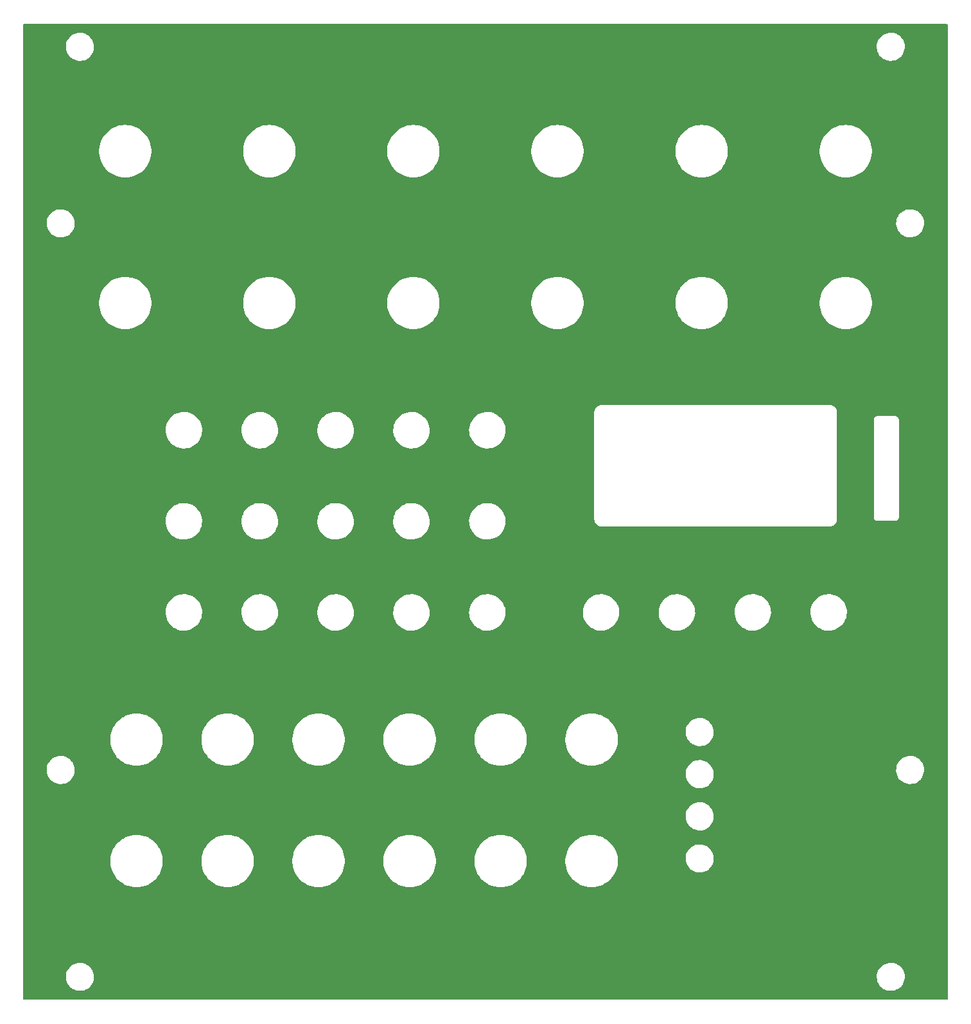
<source format=gbr>
%TF.GenerationSoftware,KiCad,Pcbnew,7.0.2*%
%TF.CreationDate,2024-07-09T14:29:16+01:00*%
%TF.ProjectId,dk2_03_panel,646b325f-3033-45f7-9061-6e656c2e6b69,rev?*%
%TF.SameCoordinates,Original*%
%TF.FileFunction,Copper,L1,Top*%
%TF.FilePolarity,Positive*%
%FSLAX46Y46*%
G04 Gerber Fmt 4.6, Leading zero omitted, Abs format (unit mm)*
G04 Created by KiCad (PCBNEW 7.0.2) date 2024-07-09 14:29:16*
%MOMM*%
%LPD*%
G01*
G04 APERTURE LIST*
G04 APERTURE END LIST*
%TA.AperFunction,NonConductor*%
G36*
X140892539Y-21770185D02*
G01*
X140938294Y-21822989D01*
X140949500Y-21874500D01*
X140949500Y-150125500D01*
X140929815Y-150192539D01*
X140877011Y-150238294D01*
X140825500Y-150249500D01*
X19174500Y-150249500D01*
X19107461Y-150229815D01*
X19061706Y-150177011D01*
X19050500Y-150125500D01*
X19050500Y-147317764D01*
X24695787Y-147317764D01*
X24725413Y-147587016D01*
X24793928Y-147849087D01*
X24899871Y-148098392D01*
X25040982Y-148329611D01*
X25130253Y-148436881D01*
X25214255Y-148537820D01*
X25415998Y-148718582D01*
X25641910Y-148868044D01*
X25748211Y-148917876D01*
X25887177Y-148983021D01*
X26146562Y-149061058D01*
X26146569Y-149061060D01*
X26414561Y-149100500D01*
X26414564Y-149100500D01*
X26615369Y-149100500D01*
X26617631Y-149100500D01*
X26820156Y-149085677D01*
X27084553Y-149026780D01*
X27337558Y-148930014D01*
X27573777Y-148797441D01*
X27788177Y-148631888D01*
X27976186Y-148436881D01*
X28133799Y-148216579D01*
X28257656Y-147975675D01*
X28345118Y-147719305D01*
X28394319Y-147452933D01*
X28399259Y-147317764D01*
X131595787Y-147317764D01*
X131625413Y-147587016D01*
X131693928Y-147849087D01*
X131799871Y-148098392D01*
X131940982Y-148329611D01*
X132030253Y-148436881D01*
X132114255Y-148537820D01*
X132315998Y-148718582D01*
X132541910Y-148868044D01*
X132648211Y-148917876D01*
X132787177Y-148983021D01*
X133046562Y-149061058D01*
X133046569Y-149061060D01*
X133314561Y-149100500D01*
X133314564Y-149100500D01*
X133515369Y-149100500D01*
X133517631Y-149100500D01*
X133720156Y-149085677D01*
X133984553Y-149026780D01*
X134237558Y-148930014D01*
X134473777Y-148797441D01*
X134688177Y-148631888D01*
X134876186Y-148436881D01*
X135033799Y-148216579D01*
X135157656Y-147975675D01*
X135245118Y-147719305D01*
X135294319Y-147452933D01*
X135304212Y-147182235D01*
X135274586Y-146912982D01*
X135206072Y-146650912D01*
X135100130Y-146401610D01*
X134959018Y-146170390D01*
X134959017Y-146170388D01*
X134785746Y-145962181D01*
X134680759Y-145868112D01*
X134584002Y-145781418D01*
X134358090Y-145631956D01*
X134358086Y-145631954D01*
X134112822Y-145516978D01*
X133853437Y-145438941D01*
X133853431Y-145438940D01*
X133585439Y-145399500D01*
X133382369Y-145399500D01*
X133380120Y-145399664D01*
X133380109Y-145399665D01*
X133179843Y-145414322D01*
X132915449Y-145473219D01*
X132662441Y-145569986D01*
X132426223Y-145702559D01*
X132211825Y-145868109D01*
X132023813Y-146063120D01*
X131866201Y-146283420D01*
X131742342Y-146524329D01*
X131654881Y-146780695D01*
X131605680Y-147047066D01*
X131595787Y-147317764D01*
X28399259Y-147317764D01*
X28404212Y-147182235D01*
X28374586Y-146912982D01*
X28306072Y-146650912D01*
X28200130Y-146401610D01*
X28059018Y-146170390D01*
X28059017Y-146170388D01*
X27885746Y-145962181D01*
X27780759Y-145868112D01*
X27684002Y-145781418D01*
X27458090Y-145631956D01*
X27458086Y-145631954D01*
X27212822Y-145516978D01*
X26953437Y-145438941D01*
X26953431Y-145438940D01*
X26685439Y-145399500D01*
X26482369Y-145399500D01*
X26480120Y-145399664D01*
X26480109Y-145399665D01*
X26279843Y-145414322D01*
X26015449Y-145473219D01*
X25762441Y-145569986D01*
X25526223Y-145702559D01*
X25311825Y-145868109D01*
X25123813Y-146063120D01*
X24966201Y-146283420D01*
X24842342Y-146524329D01*
X24754881Y-146780695D01*
X24705680Y-147047066D01*
X24695787Y-147317764D01*
X19050500Y-147317764D01*
X19050500Y-132187081D01*
X30549500Y-132187081D01*
X30589954Y-132559049D01*
X30590675Y-132562326D01*
X30590677Y-132562336D01*
X30651109Y-132836881D01*
X30670387Y-132924462D01*
X30671461Y-132927649D01*
X30788784Y-133275852D01*
X30788787Y-133275860D01*
X30789858Y-133279038D01*
X30946964Y-133618617D01*
X31139864Y-133939220D01*
X31141892Y-133941888D01*
X31141899Y-133941898D01*
X31362525Y-134232126D01*
X31366297Y-134237087D01*
X31368605Y-134239524D01*
X31368608Y-134239527D01*
X31621298Y-134506289D01*
X31621303Y-134506294D01*
X31623608Y-134508727D01*
X31908779Y-134750954D01*
X32218469Y-134960928D01*
X32549045Y-135136189D01*
X32896632Y-135274680D01*
X33257155Y-135374779D01*
X33626387Y-135435311D01*
X33906528Y-135450500D01*
X33908192Y-135450500D01*
X34091808Y-135450500D01*
X34093472Y-135450500D01*
X34373613Y-135435311D01*
X34742845Y-135374779D01*
X35103368Y-135274680D01*
X35450955Y-135136189D01*
X35781531Y-134960928D01*
X36091221Y-134750954D01*
X36376392Y-134508727D01*
X36633703Y-134237087D01*
X36860136Y-133939220D01*
X37053036Y-133618617D01*
X37210142Y-133279038D01*
X37329613Y-132924462D01*
X37410046Y-132559049D01*
X37450500Y-132187081D01*
X42549500Y-132187081D01*
X42589954Y-132559049D01*
X42590675Y-132562326D01*
X42590677Y-132562336D01*
X42651109Y-132836881D01*
X42670387Y-132924462D01*
X42671461Y-132927649D01*
X42788784Y-133275852D01*
X42788787Y-133275860D01*
X42789858Y-133279038D01*
X42946964Y-133618617D01*
X43139864Y-133939220D01*
X43141892Y-133941888D01*
X43141899Y-133941898D01*
X43362525Y-134232126D01*
X43366297Y-134237087D01*
X43368605Y-134239524D01*
X43368608Y-134239527D01*
X43621298Y-134506289D01*
X43621303Y-134506294D01*
X43623608Y-134508727D01*
X43908779Y-134750954D01*
X44218469Y-134960928D01*
X44549045Y-135136189D01*
X44896632Y-135274680D01*
X45257155Y-135374779D01*
X45626387Y-135435311D01*
X45906528Y-135450500D01*
X45908192Y-135450500D01*
X46091808Y-135450500D01*
X46093472Y-135450500D01*
X46373613Y-135435311D01*
X46742845Y-135374779D01*
X47103368Y-135274680D01*
X47450955Y-135136189D01*
X47781531Y-134960928D01*
X48091221Y-134750954D01*
X48376392Y-134508727D01*
X48633703Y-134237087D01*
X48860136Y-133939220D01*
X49053036Y-133618617D01*
X49210142Y-133279038D01*
X49329613Y-132924462D01*
X49410046Y-132559049D01*
X49450500Y-132187081D01*
X54549500Y-132187081D01*
X54589954Y-132559049D01*
X54590675Y-132562326D01*
X54590677Y-132562336D01*
X54651109Y-132836881D01*
X54670387Y-132924462D01*
X54671461Y-132927649D01*
X54788784Y-133275852D01*
X54788787Y-133275860D01*
X54789858Y-133279038D01*
X54946964Y-133618617D01*
X55139864Y-133939220D01*
X55141892Y-133941888D01*
X55141899Y-133941898D01*
X55362525Y-134232126D01*
X55366297Y-134237087D01*
X55368605Y-134239524D01*
X55368608Y-134239527D01*
X55621298Y-134506289D01*
X55621303Y-134506294D01*
X55623608Y-134508727D01*
X55908779Y-134750954D01*
X56218469Y-134960928D01*
X56549045Y-135136189D01*
X56896632Y-135274680D01*
X57257155Y-135374779D01*
X57626387Y-135435311D01*
X57906528Y-135450500D01*
X57908192Y-135450500D01*
X58091808Y-135450500D01*
X58093472Y-135450500D01*
X58373613Y-135435311D01*
X58742845Y-135374779D01*
X59103368Y-135274680D01*
X59450955Y-135136189D01*
X59781531Y-134960928D01*
X60091221Y-134750954D01*
X60376392Y-134508727D01*
X60633703Y-134237087D01*
X60860136Y-133939220D01*
X61053036Y-133618617D01*
X61210142Y-133279038D01*
X61329613Y-132924462D01*
X61410046Y-132559049D01*
X61450500Y-132187081D01*
X66549500Y-132187081D01*
X66589954Y-132559049D01*
X66590675Y-132562326D01*
X66590677Y-132562336D01*
X66651109Y-132836881D01*
X66670387Y-132924462D01*
X66671461Y-132927649D01*
X66788784Y-133275852D01*
X66788787Y-133275860D01*
X66789858Y-133279038D01*
X66946964Y-133618617D01*
X67139864Y-133939220D01*
X67141892Y-133941888D01*
X67141899Y-133941898D01*
X67362525Y-134232126D01*
X67366297Y-134237087D01*
X67368605Y-134239524D01*
X67368608Y-134239527D01*
X67621298Y-134506289D01*
X67621303Y-134506294D01*
X67623608Y-134508727D01*
X67908779Y-134750954D01*
X68218469Y-134960928D01*
X68549045Y-135136189D01*
X68896632Y-135274680D01*
X69257155Y-135374779D01*
X69626387Y-135435311D01*
X69906528Y-135450500D01*
X69908192Y-135450500D01*
X70091808Y-135450500D01*
X70093472Y-135450500D01*
X70373613Y-135435311D01*
X70742845Y-135374779D01*
X71103368Y-135274680D01*
X71450955Y-135136189D01*
X71781531Y-134960928D01*
X72091221Y-134750954D01*
X72376392Y-134508727D01*
X72633703Y-134237087D01*
X72860136Y-133939220D01*
X73053036Y-133618617D01*
X73210142Y-133279038D01*
X73329613Y-132924462D01*
X73410046Y-132559049D01*
X73450500Y-132187081D01*
X78549500Y-132187081D01*
X78589954Y-132559049D01*
X78590675Y-132562326D01*
X78590677Y-132562336D01*
X78651109Y-132836881D01*
X78670387Y-132924462D01*
X78671461Y-132927649D01*
X78788784Y-133275852D01*
X78788787Y-133275860D01*
X78789858Y-133279038D01*
X78946964Y-133618617D01*
X79139864Y-133939220D01*
X79141892Y-133941888D01*
X79141899Y-133941898D01*
X79362525Y-134232126D01*
X79366297Y-134237087D01*
X79368605Y-134239524D01*
X79368608Y-134239527D01*
X79621298Y-134506289D01*
X79621303Y-134506294D01*
X79623608Y-134508727D01*
X79908779Y-134750954D01*
X80218469Y-134960928D01*
X80549045Y-135136189D01*
X80896632Y-135274680D01*
X81257155Y-135374779D01*
X81626387Y-135435311D01*
X81906528Y-135450500D01*
X81908192Y-135450500D01*
X82091808Y-135450500D01*
X82093472Y-135450500D01*
X82373613Y-135435311D01*
X82742845Y-135374779D01*
X83103368Y-135274680D01*
X83450955Y-135136189D01*
X83781531Y-134960928D01*
X84091221Y-134750954D01*
X84376392Y-134508727D01*
X84633703Y-134237087D01*
X84860136Y-133939220D01*
X85053036Y-133618617D01*
X85210142Y-133279038D01*
X85329613Y-132924462D01*
X85410046Y-132559049D01*
X85450500Y-132187081D01*
X90549500Y-132187081D01*
X90589954Y-132559049D01*
X90590675Y-132562326D01*
X90590677Y-132562336D01*
X90651109Y-132836881D01*
X90670387Y-132924462D01*
X90671461Y-132927649D01*
X90788784Y-133275852D01*
X90788787Y-133275860D01*
X90789858Y-133279038D01*
X90946964Y-133618617D01*
X91139864Y-133939220D01*
X91141892Y-133941888D01*
X91141899Y-133941898D01*
X91362525Y-134232126D01*
X91366297Y-134237087D01*
X91368605Y-134239524D01*
X91368608Y-134239527D01*
X91621298Y-134506289D01*
X91621303Y-134506294D01*
X91623608Y-134508727D01*
X91908779Y-134750954D01*
X92218469Y-134960928D01*
X92549045Y-135136189D01*
X92896632Y-135274680D01*
X93257155Y-135374779D01*
X93626387Y-135435311D01*
X93906528Y-135450500D01*
X93908192Y-135450500D01*
X94091808Y-135450500D01*
X94093472Y-135450500D01*
X94373613Y-135435311D01*
X94742845Y-135374779D01*
X95103368Y-135274680D01*
X95450955Y-135136189D01*
X95781531Y-134960928D01*
X96091221Y-134750954D01*
X96376392Y-134508727D01*
X96633703Y-134237087D01*
X96860136Y-133939220D01*
X97053036Y-133618617D01*
X97210142Y-133279038D01*
X97329613Y-132924462D01*
X97410046Y-132559049D01*
X97450500Y-132187081D01*
X97450500Y-131812919D01*
X97440151Y-131717764D01*
X106395787Y-131717764D01*
X106425413Y-131987016D01*
X106493928Y-132249087D01*
X106599871Y-132498392D01*
X106740982Y-132729611D01*
X106914253Y-132937818D01*
X106914255Y-132937820D01*
X107115998Y-133118582D01*
X107341910Y-133268044D01*
X107448211Y-133317876D01*
X107587177Y-133383021D01*
X107846562Y-133461058D01*
X107846569Y-133461060D01*
X108114561Y-133500500D01*
X108114564Y-133500500D01*
X108315369Y-133500500D01*
X108317631Y-133500500D01*
X108520156Y-133485677D01*
X108784553Y-133426780D01*
X109037558Y-133330014D01*
X109273777Y-133197441D01*
X109488177Y-133031888D01*
X109676186Y-132836881D01*
X109833799Y-132616579D01*
X109957656Y-132375675D01*
X110045118Y-132119305D01*
X110094319Y-131852933D01*
X110104212Y-131582235D01*
X110074586Y-131312982D01*
X110006072Y-131050912D01*
X109900130Y-130801610D01*
X109759018Y-130570390D01*
X109759017Y-130570388D01*
X109585746Y-130362181D01*
X109480759Y-130268112D01*
X109384002Y-130181418D01*
X109158090Y-130031956D01*
X109158086Y-130031954D01*
X108912822Y-129916978D01*
X108653437Y-129838941D01*
X108653431Y-129838940D01*
X108385439Y-129799500D01*
X108182369Y-129799500D01*
X108180120Y-129799664D01*
X108180109Y-129799665D01*
X107979843Y-129814322D01*
X107715449Y-129873219D01*
X107462441Y-129969986D01*
X107226223Y-130102559D01*
X107011825Y-130268109D01*
X106823813Y-130463120D01*
X106666201Y-130683420D01*
X106542342Y-130924329D01*
X106454881Y-131180695D01*
X106405680Y-131447066D01*
X106395787Y-131717764D01*
X97440151Y-131717764D01*
X97410046Y-131440951D01*
X97329613Y-131075538D01*
X97210142Y-130720962D01*
X97053036Y-130381383D01*
X96860136Y-130060780D01*
X96858104Y-130058107D01*
X96858100Y-130058101D01*
X96635737Y-129765589D01*
X96633703Y-129762913D01*
X96631391Y-129760472D01*
X96378701Y-129493710D01*
X96378695Y-129493704D01*
X96376392Y-129491273D01*
X96091221Y-129249046D01*
X96088441Y-129247161D01*
X95784306Y-129040953D01*
X95784299Y-129040949D01*
X95781531Y-129039072D01*
X95778569Y-129037501D01*
X95778563Y-129037498D01*
X95453926Y-128865386D01*
X95453924Y-128865385D01*
X95450955Y-128863811D01*
X95447835Y-128862568D01*
X95447831Y-128862566D01*
X95106494Y-128726565D01*
X95106485Y-128726562D01*
X95103368Y-128725320D01*
X95031910Y-128705479D01*
X94746085Y-128626120D01*
X94746074Y-128626117D01*
X94742845Y-128625221D01*
X94739543Y-128624679D01*
X94739531Y-128624677D01*
X94376926Y-128565232D01*
X94376923Y-128565231D01*
X94373613Y-128564689D01*
X94370268Y-128564507D01*
X94370253Y-128564506D01*
X94095136Y-128549590D01*
X94095127Y-128549589D01*
X94093472Y-128549500D01*
X93906528Y-128549500D01*
X93904873Y-128549589D01*
X93904863Y-128549590D01*
X93629746Y-128564506D01*
X93629729Y-128564507D01*
X93626387Y-128564689D01*
X93623078Y-128565231D01*
X93623073Y-128565232D01*
X93260468Y-128624677D01*
X93260452Y-128624680D01*
X93257155Y-128625221D01*
X93253928Y-128626116D01*
X93253914Y-128626120D01*
X92899873Y-128724420D01*
X92896632Y-128725320D01*
X92893519Y-128726560D01*
X92893505Y-128726565D01*
X92552168Y-128862566D01*
X92552157Y-128862570D01*
X92549045Y-128863811D01*
X92546082Y-128865381D01*
X92546073Y-128865386D01*
X92221436Y-129037498D01*
X92221422Y-129037506D01*
X92218469Y-129039072D01*
X92215708Y-129040943D01*
X92215693Y-129040953D01*
X91911558Y-129247161D01*
X91911548Y-129247168D01*
X91908779Y-129249046D01*
X91906227Y-129251213D01*
X91906216Y-129251222D01*
X91626166Y-129489099D01*
X91626153Y-129489110D01*
X91623608Y-129491273D01*
X91621313Y-129493695D01*
X91621298Y-129493710D01*
X91368608Y-129760472D01*
X91368597Y-129760484D01*
X91366297Y-129762913D01*
X91364269Y-129765580D01*
X91364262Y-129765589D01*
X91141899Y-130058101D01*
X91141886Y-130058119D01*
X91139864Y-130060780D01*
X91138135Y-130063653D01*
X91138130Y-130063661D01*
X90948698Y-130378500D01*
X90948693Y-130378508D01*
X90946964Y-130381383D01*
X90945554Y-130384429D01*
X90945550Y-130384438D01*
X90807226Y-130683421D01*
X90789858Y-130720962D01*
X90788789Y-130724133D01*
X90788784Y-130724147D01*
X90721335Y-130924329D01*
X90670387Y-131075538D01*
X90669666Y-131078811D01*
X90669663Y-131078824D01*
X90590677Y-131437663D01*
X90590674Y-131437676D01*
X90589954Y-131440951D01*
X90549500Y-131812919D01*
X90549500Y-132187081D01*
X85450500Y-132187081D01*
X85450500Y-131812919D01*
X85410046Y-131440951D01*
X85329613Y-131075538D01*
X85210142Y-130720962D01*
X85053036Y-130381383D01*
X84860136Y-130060780D01*
X84858104Y-130058107D01*
X84858100Y-130058101D01*
X84635737Y-129765589D01*
X84633703Y-129762913D01*
X84631391Y-129760472D01*
X84378701Y-129493710D01*
X84378695Y-129493704D01*
X84376392Y-129491273D01*
X84091221Y-129249046D01*
X84088441Y-129247161D01*
X83784306Y-129040953D01*
X83784299Y-129040949D01*
X83781531Y-129039072D01*
X83778569Y-129037501D01*
X83778563Y-129037498D01*
X83453926Y-128865386D01*
X83453924Y-128865385D01*
X83450955Y-128863811D01*
X83447835Y-128862568D01*
X83447831Y-128862566D01*
X83106494Y-128726565D01*
X83106485Y-128726562D01*
X83103368Y-128725320D01*
X83031910Y-128705479D01*
X82746085Y-128626120D01*
X82746074Y-128626117D01*
X82742845Y-128625221D01*
X82739543Y-128624679D01*
X82739531Y-128624677D01*
X82376926Y-128565232D01*
X82376923Y-128565231D01*
X82373613Y-128564689D01*
X82370268Y-128564507D01*
X82370253Y-128564506D01*
X82095136Y-128549590D01*
X82095127Y-128549589D01*
X82093472Y-128549500D01*
X81906528Y-128549500D01*
X81904873Y-128549589D01*
X81904863Y-128549590D01*
X81629746Y-128564506D01*
X81629729Y-128564507D01*
X81626387Y-128564689D01*
X81623078Y-128565231D01*
X81623073Y-128565232D01*
X81260468Y-128624677D01*
X81260452Y-128624680D01*
X81257155Y-128625221D01*
X81253928Y-128626116D01*
X81253914Y-128626120D01*
X80899873Y-128724420D01*
X80896632Y-128725320D01*
X80893519Y-128726560D01*
X80893505Y-128726565D01*
X80552168Y-128862566D01*
X80552157Y-128862570D01*
X80549045Y-128863811D01*
X80546082Y-128865381D01*
X80546073Y-128865386D01*
X80221436Y-129037498D01*
X80221422Y-129037506D01*
X80218469Y-129039072D01*
X80215708Y-129040943D01*
X80215693Y-129040953D01*
X79911558Y-129247161D01*
X79911548Y-129247168D01*
X79908779Y-129249046D01*
X79906227Y-129251213D01*
X79906216Y-129251222D01*
X79626166Y-129489099D01*
X79626153Y-129489110D01*
X79623608Y-129491273D01*
X79621313Y-129493695D01*
X79621298Y-129493710D01*
X79368608Y-129760472D01*
X79368597Y-129760484D01*
X79366297Y-129762913D01*
X79364269Y-129765580D01*
X79364262Y-129765589D01*
X79141899Y-130058101D01*
X79141886Y-130058119D01*
X79139864Y-130060780D01*
X79138135Y-130063653D01*
X79138130Y-130063661D01*
X78948698Y-130378500D01*
X78948693Y-130378508D01*
X78946964Y-130381383D01*
X78945554Y-130384429D01*
X78945550Y-130384438D01*
X78807226Y-130683421D01*
X78789858Y-130720962D01*
X78788789Y-130724133D01*
X78788784Y-130724147D01*
X78721335Y-130924329D01*
X78670387Y-131075538D01*
X78669666Y-131078811D01*
X78669663Y-131078824D01*
X78590677Y-131437663D01*
X78590674Y-131437676D01*
X78589954Y-131440951D01*
X78549500Y-131812919D01*
X78549500Y-132187081D01*
X73450500Y-132187081D01*
X73450500Y-131812919D01*
X73410046Y-131440951D01*
X73329613Y-131075538D01*
X73210142Y-130720962D01*
X73053036Y-130381383D01*
X72860136Y-130060780D01*
X72858104Y-130058107D01*
X72858100Y-130058101D01*
X72635737Y-129765589D01*
X72633703Y-129762913D01*
X72631391Y-129760472D01*
X72378701Y-129493710D01*
X72378695Y-129493704D01*
X72376392Y-129491273D01*
X72091221Y-129249046D01*
X72088441Y-129247161D01*
X71784306Y-129040953D01*
X71784299Y-129040949D01*
X71781531Y-129039072D01*
X71778569Y-129037501D01*
X71778563Y-129037498D01*
X71453926Y-128865386D01*
X71453924Y-128865385D01*
X71450955Y-128863811D01*
X71447835Y-128862568D01*
X71447831Y-128862566D01*
X71106494Y-128726565D01*
X71106485Y-128726562D01*
X71103368Y-128725320D01*
X71031910Y-128705479D01*
X70746085Y-128626120D01*
X70746074Y-128626117D01*
X70742845Y-128625221D01*
X70739543Y-128624679D01*
X70739531Y-128624677D01*
X70376926Y-128565232D01*
X70376923Y-128565231D01*
X70373613Y-128564689D01*
X70370268Y-128564507D01*
X70370253Y-128564506D01*
X70095136Y-128549590D01*
X70095127Y-128549589D01*
X70093472Y-128549500D01*
X69906528Y-128549500D01*
X69904873Y-128549589D01*
X69904863Y-128549590D01*
X69629746Y-128564506D01*
X69629729Y-128564507D01*
X69626387Y-128564689D01*
X69623078Y-128565231D01*
X69623073Y-128565232D01*
X69260468Y-128624677D01*
X69260452Y-128624680D01*
X69257155Y-128625221D01*
X69253928Y-128626116D01*
X69253914Y-128626120D01*
X68899873Y-128724420D01*
X68896632Y-128725320D01*
X68893519Y-128726560D01*
X68893505Y-128726565D01*
X68552168Y-128862566D01*
X68552157Y-128862570D01*
X68549045Y-128863811D01*
X68546082Y-128865381D01*
X68546073Y-128865386D01*
X68221436Y-129037498D01*
X68221422Y-129037506D01*
X68218469Y-129039072D01*
X68215708Y-129040943D01*
X68215693Y-129040953D01*
X67911558Y-129247161D01*
X67911548Y-129247168D01*
X67908779Y-129249046D01*
X67906227Y-129251213D01*
X67906216Y-129251222D01*
X67626166Y-129489099D01*
X67626153Y-129489110D01*
X67623608Y-129491273D01*
X67621313Y-129493695D01*
X67621298Y-129493710D01*
X67368608Y-129760472D01*
X67368597Y-129760484D01*
X67366297Y-129762913D01*
X67364269Y-129765580D01*
X67364262Y-129765589D01*
X67141899Y-130058101D01*
X67141886Y-130058119D01*
X67139864Y-130060780D01*
X67138135Y-130063653D01*
X67138130Y-130063661D01*
X66948698Y-130378500D01*
X66948693Y-130378508D01*
X66946964Y-130381383D01*
X66945554Y-130384429D01*
X66945550Y-130384438D01*
X66807226Y-130683421D01*
X66789858Y-130720962D01*
X66788789Y-130724133D01*
X66788784Y-130724147D01*
X66721335Y-130924329D01*
X66670387Y-131075538D01*
X66669666Y-131078811D01*
X66669663Y-131078824D01*
X66590677Y-131437663D01*
X66590674Y-131437676D01*
X66589954Y-131440951D01*
X66549500Y-131812919D01*
X66549500Y-132187081D01*
X61450500Y-132187081D01*
X61450500Y-131812919D01*
X61410046Y-131440951D01*
X61329613Y-131075538D01*
X61210142Y-130720962D01*
X61053036Y-130381383D01*
X60860136Y-130060780D01*
X60858104Y-130058107D01*
X60858100Y-130058101D01*
X60635737Y-129765589D01*
X60633703Y-129762913D01*
X60631391Y-129760472D01*
X60378701Y-129493710D01*
X60378695Y-129493704D01*
X60376392Y-129491273D01*
X60091221Y-129249046D01*
X60088441Y-129247161D01*
X59784306Y-129040953D01*
X59784299Y-129040949D01*
X59781531Y-129039072D01*
X59778569Y-129037501D01*
X59778563Y-129037498D01*
X59453926Y-128865386D01*
X59453924Y-128865385D01*
X59450955Y-128863811D01*
X59447835Y-128862568D01*
X59447831Y-128862566D01*
X59106494Y-128726565D01*
X59106485Y-128726562D01*
X59103368Y-128725320D01*
X59031910Y-128705479D01*
X58746085Y-128626120D01*
X58746074Y-128626117D01*
X58742845Y-128625221D01*
X58739543Y-128624679D01*
X58739531Y-128624677D01*
X58376926Y-128565232D01*
X58376923Y-128565231D01*
X58373613Y-128564689D01*
X58370268Y-128564507D01*
X58370253Y-128564506D01*
X58095136Y-128549590D01*
X58095127Y-128549589D01*
X58093472Y-128549500D01*
X57906528Y-128549500D01*
X57904873Y-128549589D01*
X57904863Y-128549590D01*
X57629746Y-128564506D01*
X57629729Y-128564507D01*
X57626387Y-128564689D01*
X57623078Y-128565231D01*
X57623073Y-128565232D01*
X57260468Y-128624677D01*
X57260452Y-128624680D01*
X57257155Y-128625221D01*
X57253928Y-128626116D01*
X57253914Y-128626120D01*
X56899873Y-128724420D01*
X56896632Y-128725320D01*
X56893519Y-128726560D01*
X56893505Y-128726565D01*
X56552168Y-128862566D01*
X56552157Y-128862570D01*
X56549045Y-128863811D01*
X56546082Y-128865381D01*
X56546073Y-128865386D01*
X56221436Y-129037498D01*
X56221422Y-129037506D01*
X56218469Y-129039072D01*
X56215708Y-129040943D01*
X56215693Y-129040953D01*
X55911558Y-129247161D01*
X55911548Y-129247168D01*
X55908779Y-129249046D01*
X55906227Y-129251213D01*
X55906216Y-129251222D01*
X55626166Y-129489099D01*
X55626153Y-129489110D01*
X55623608Y-129491273D01*
X55621313Y-129493695D01*
X55621298Y-129493710D01*
X55368608Y-129760472D01*
X55368597Y-129760484D01*
X55366297Y-129762913D01*
X55364269Y-129765580D01*
X55364262Y-129765589D01*
X55141899Y-130058101D01*
X55141886Y-130058119D01*
X55139864Y-130060780D01*
X55138135Y-130063653D01*
X55138130Y-130063661D01*
X54948698Y-130378500D01*
X54948693Y-130378508D01*
X54946964Y-130381383D01*
X54945554Y-130384429D01*
X54945550Y-130384438D01*
X54807226Y-130683421D01*
X54789858Y-130720962D01*
X54788789Y-130724133D01*
X54788784Y-130724147D01*
X54721335Y-130924329D01*
X54670387Y-131075538D01*
X54669666Y-131078811D01*
X54669663Y-131078824D01*
X54590677Y-131437663D01*
X54590674Y-131437676D01*
X54589954Y-131440951D01*
X54549500Y-131812919D01*
X54549500Y-132187081D01*
X49450500Y-132187081D01*
X49450500Y-131812919D01*
X49410046Y-131440951D01*
X49329613Y-131075538D01*
X49210142Y-130720962D01*
X49053036Y-130381383D01*
X48860136Y-130060780D01*
X48858104Y-130058107D01*
X48858100Y-130058101D01*
X48635737Y-129765589D01*
X48633703Y-129762913D01*
X48631391Y-129760472D01*
X48378701Y-129493710D01*
X48378695Y-129493704D01*
X48376392Y-129491273D01*
X48091221Y-129249046D01*
X48088441Y-129247161D01*
X47784306Y-129040953D01*
X47784299Y-129040949D01*
X47781531Y-129039072D01*
X47778569Y-129037501D01*
X47778563Y-129037498D01*
X47453926Y-128865386D01*
X47453924Y-128865385D01*
X47450955Y-128863811D01*
X47447835Y-128862568D01*
X47447831Y-128862566D01*
X47106494Y-128726565D01*
X47106485Y-128726562D01*
X47103368Y-128725320D01*
X47031910Y-128705479D01*
X46746085Y-128626120D01*
X46746074Y-128626117D01*
X46742845Y-128625221D01*
X46739543Y-128624679D01*
X46739531Y-128624677D01*
X46376926Y-128565232D01*
X46376923Y-128565231D01*
X46373613Y-128564689D01*
X46370268Y-128564507D01*
X46370253Y-128564506D01*
X46095136Y-128549590D01*
X46095127Y-128549589D01*
X46093472Y-128549500D01*
X45906528Y-128549500D01*
X45904873Y-128549589D01*
X45904863Y-128549590D01*
X45629746Y-128564506D01*
X45629729Y-128564507D01*
X45626387Y-128564689D01*
X45623078Y-128565231D01*
X45623073Y-128565232D01*
X45260468Y-128624677D01*
X45260452Y-128624680D01*
X45257155Y-128625221D01*
X45253928Y-128626116D01*
X45253914Y-128626120D01*
X44899873Y-128724420D01*
X44896632Y-128725320D01*
X44893519Y-128726560D01*
X44893505Y-128726565D01*
X44552168Y-128862566D01*
X44552157Y-128862570D01*
X44549045Y-128863811D01*
X44546082Y-128865381D01*
X44546073Y-128865386D01*
X44221436Y-129037498D01*
X44221422Y-129037506D01*
X44218469Y-129039072D01*
X44215708Y-129040943D01*
X44215693Y-129040953D01*
X43911558Y-129247161D01*
X43911548Y-129247168D01*
X43908779Y-129249046D01*
X43906227Y-129251213D01*
X43906216Y-129251222D01*
X43626166Y-129489099D01*
X43626153Y-129489110D01*
X43623608Y-129491273D01*
X43621313Y-129493695D01*
X43621298Y-129493710D01*
X43368608Y-129760472D01*
X43368597Y-129760484D01*
X43366297Y-129762913D01*
X43364269Y-129765580D01*
X43364262Y-129765589D01*
X43141899Y-130058101D01*
X43141886Y-130058119D01*
X43139864Y-130060780D01*
X43138135Y-130063653D01*
X43138130Y-130063661D01*
X42948698Y-130378500D01*
X42948693Y-130378508D01*
X42946964Y-130381383D01*
X42945554Y-130384429D01*
X42945550Y-130384438D01*
X42807226Y-130683421D01*
X42789858Y-130720962D01*
X42788789Y-130724133D01*
X42788784Y-130724147D01*
X42721335Y-130924329D01*
X42670387Y-131075538D01*
X42669666Y-131078811D01*
X42669663Y-131078824D01*
X42590677Y-131437663D01*
X42590674Y-131437676D01*
X42589954Y-131440951D01*
X42549500Y-131812919D01*
X42549500Y-132187081D01*
X37450500Y-132187081D01*
X37450500Y-131812919D01*
X37410046Y-131440951D01*
X37329613Y-131075538D01*
X37210142Y-130720962D01*
X37053036Y-130381383D01*
X36860136Y-130060780D01*
X36858104Y-130058107D01*
X36858100Y-130058101D01*
X36635737Y-129765589D01*
X36633703Y-129762913D01*
X36631391Y-129760472D01*
X36378701Y-129493710D01*
X36378695Y-129493704D01*
X36376392Y-129491273D01*
X36091221Y-129249046D01*
X36088441Y-129247161D01*
X35784306Y-129040953D01*
X35784299Y-129040949D01*
X35781531Y-129039072D01*
X35778569Y-129037501D01*
X35778563Y-129037498D01*
X35453926Y-128865386D01*
X35453924Y-128865385D01*
X35450955Y-128863811D01*
X35447835Y-128862568D01*
X35447831Y-128862566D01*
X35106494Y-128726565D01*
X35106485Y-128726562D01*
X35103368Y-128725320D01*
X35031910Y-128705479D01*
X34746085Y-128626120D01*
X34746074Y-128626117D01*
X34742845Y-128625221D01*
X34739543Y-128624679D01*
X34739531Y-128624677D01*
X34376926Y-128565232D01*
X34376923Y-128565231D01*
X34373613Y-128564689D01*
X34370268Y-128564507D01*
X34370253Y-128564506D01*
X34095136Y-128549590D01*
X34095127Y-128549589D01*
X34093472Y-128549500D01*
X33906528Y-128549500D01*
X33904873Y-128549589D01*
X33904863Y-128549590D01*
X33629746Y-128564506D01*
X33629729Y-128564507D01*
X33626387Y-128564689D01*
X33623078Y-128565231D01*
X33623073Y-128565232D01*
X33260468Y-128624677D01*
X33260452Y-128624680D01*
X33257155Y-128625221D01*
X33253928Y-128626116D01*
X33253914Y-128626120D01*
X32899873Y-128724420D01*
X32896632Y-128725320D01*
X32893519Y-128726560D01*
X32893505Y-128726565D01*
X32552168Y-128862566D01*
X32552157Y-128862570D01*
X32549045Y-128863811D01*
X32546082Y-128865381D01*
X32546073Y-128865386D01*
X32221436Y-129037498D01*
X32221422Y-129037506D01*
X32218469Y-129039072D01*
X32215708Y-129040943D01*
X32215693Y-129040953D01*
X31911558Y-129247161D01*
X31911548Y-129247168D01*
X31908779Y-129249046D01*
X31906227Y-129251213D01*
X31906216Y-129251222D01*
X31626166Y-129489099D01*
X31626153Y-129489110D01*
X31623608Y-129491273D01*
X31621313Y-129493695D01*
X31621298Y-129493710D01*
X31368608Y-129760472D01*
X31368597Y-129760484D01*
X31366297Y-129762913D01*
X31364269Y-129765580D01*
X31364262Y-129765589D01*
X31141899Y-130058101D01*
X31141886Y-130058119D01*
X31139864Y-130060780D01*
X31138135Y-130063653D01*
X31138130Y-130063661D01*
X30948698Y-130378500D01*
X30948693Y-130378508D01*
X30946964Y-130381383D01*
X30945554Y-130384429D01*
X30945550Y-130384438D01*
X30807226Y-130683421D01*
X30789858Y-130720962D01*
X30788789Y-130724133D01*
X30788784Y-130724147D01*
X30721335Y-130924329D01*
X30670387Y-131075538D01*
X30669666Y-131078811D01*
X30669663Y-131078824D01*
X30590677Y-131437663D01*
X30590674Y-131437676D01*
X30589954Y-131440951D01*
X30549500Y-131812919D01*
X30549500Y-132187081D01*
X19050500Y-132187081D01*
X19050500Y-126167764D01*
X106395787Y-126167764D01*
X106425413Y-126437016D01*
X106493928Y-126699087D01*
X106599871Y-126948392D01*
X106740982Y-127179611D01*
X106830253Y-127286881D01*
X106914255Y-127387820D01*
X107115998Y-127568582D01*
X107341910Y-127718044D01*
X107448211Y-127767876D01*
X107587177Y-127833021D01*
X107846562Y-127911058D01*
X107846569Y-127911060D01*
X108114561Y-127950500D01*
X108114564Y-127950500D01*
X108315369Y-127950500D01*
X108317631Y-127950500D01*
X108520156Y-127935677D01*
X108784553Y-127876780D01*
X109037558Y-127780014D01*
X109273777Y-127647441D01*
X109488177Y-127481888D01*
X109676186Y-127286881D01*
X109833799Y-127066579D01*
X109957656Y-126825675D01*
X110045118Y-126569305D01*
X110094319Y-126302933D01*
X110104212Y-126032235D01*
X110074586Y-125762982D01*
X110006072Y-125500912D01*
X109900130Y-125251610D01*
X109759018Y-125020390D01*
X109759017Y-125020388D01*
X109585746Y-124812181D01*
X109480759Y-124718112D01*
X109384002Y-124631418D01*
X109158090Y-124481956D01*
X109158086Y-124481954D01*
X108912822Y-124366978D01*
X108653437Y-124288941D01*
X108653431Y-124288940D01*
X108385439Y-124249500D01*
X108182369Y-124249500D01*
X108180120Y-124249664D01*
X108180109Y-124249665D01*
X107979843Y-124264322D01*
X107715449Y-124323219D01*
X107462441Y-124419986D01*
X107226223Y-124552559D01*
X107011825Y-124718109D01*
X106823813Y-124913120D01*
X106666201Y-125133420D01*
X106542342Y-125374329D01*
X106454881Y-125630695D01*
X106405680Y-125897066D01*
X106395787Y-126167764D01*
X19050500Y-126167764D01*
X19050500Y-120067764D01*
X22145787Y-120067764D01*
X22175413Y-120337016D01*
X22178041Y-120347067D01*
X22243928Y-120599088D01*
X22251865Y-120617765D01*
X22349871Y-120848392D01*
X22490982Y-121079611D01*
X22654148Y-121275675D01*
X22664255Y-121287820D01*
X22865998Y-121468582D01*
X23091910Y-121618044D01*
X23116583Y-121629610D01*
X23337177Y-121733021D01*
X23596562Y-121811058D01*
X23596569Y-121811060D01*
X23864561Y-121850500D01*
X23864564Y-121850500D01*
X24065369Y-121850500D01*
X24067631Y-121850500D01*
X24270156Y-121835677D01*
X24534553Y-121776780D01*
X24787558Y-121680014D01*
X25023777Y-121547441D01*
X25238177Y-121381888D01*
X25426186Y-121186881D01*
X25583799Y-120966579D01*
X25707656Y-120725675D01*
X25744470Y-120617764D01*
X106395787Y-120617764D01*
X106425413Y-120887016D01*
X106425414Y-120887018D01*
X106493928Y-121149088D01*
X106592858Y-121381890D01*
X106599871Y-121398392D01*
X106740982Y-121629611D01*
X106914253Y-121837818D01*
X106914255Y-121837820D01*
X107115998Y-122018582D01*
X107341910Y-122168044D01*
X107448211Y-122217876D01*
X107587177Y-122283021D01*
X107846562Y-122361058D01*
X107846569Y-122361060D01*
X108114561Y-122400500D01*
X108114564Y-122400500D01*
X108315369Y-122400500D01*
X108317631Y-122400500D01*
X108520156Y-122385677D01*
X108784553Y-122326780D01*
X109037558Y-122230014D01*
X109273777Y-122097441D01*
X109488177Y-121931888D01*
X109676186Y-121736881D01*
X109833799Y-121516579D01*
X109957656Y-121275675D01*
X110045118Y-121019305D01*
X110094319Y-120752933D01*
X110104212Y-120482235D01*
X110074586Y-120212982D01*
X110036621Y-120067764D01*
X134145787Y-120067764D01*
X134175413Y-120337016D01*
X134178041Y-120347067D01*
X134243928Y-120599088D01*
X134251865Y-120617765D01*
X134349871Y-120848392D01*
X134490982Y-121079611D01*
X134654148Y-121275675D01*
X134664255Y-121287820D01*
X134865998Y-121468582D01*
X135091910Y-121618044D01*
X135116583Y-121629610D01*
X135337177Y-121733021D01*
X135596562Y-121811058D01*
X135596569Y-121811060D01*
X135864561Y-121850500D01*
X135864564Y-121850500D01*
X136065369Y-121850500D01*
X136067631Y-121850500D01*
X136270156Y-121835677D01*
X136534553Y-121776780D01*
X136787558Y-121680014D01*
X137023777Y-121547441D01*
X137238177Y-121381888D01*
X137426186Y-121186881D01*
X137583799Y-120966579D01*
X137707656Y-120725675D01*
X137795118Y-120469305D01*
X137844319Y-120202933D01*
X137854212Y-119932235D01*
X137824586Y-119662982D01*
X137756072Y-119400912D01*
X137650130Y-119151610D01*
X137533758Y-118960928D01*
X137509017Y-118920388D01*
X137335746Y-118712181D01*
X137230759Y-118618112D01*
X137134002Y-118531418D01*
X136908090Y-118381956D01*
X136908086Y-118381954D01*
X136662822Y-118266978D01*
X136403437Y-118188941D01*
X136403431Y-118188940D01*
X136135439Y-118149500D01*
X135932369Y-118149500D01*
X135930120Y-118149664D01*
X135930109Y-118149665D01*
X135729843Y-118164322D01*
X135465449Y-118223219D01*
X135212441Y-118319986D01*
X134976223Y-118452559D01*
X134761825Y-118618109D01*
X134573813Y-118813120D01*
X134416201Y-119033420D01*
X134292342Y-119274329D01*
X134204881Y-119530695D01*
X134155680Y-119797066D01*
X134145787Y-120067764D01*
X110036621Y-120067764D01*
X110006072Y-119950912D01*
X109900130Y-119701610D01*
X109759018Y-119470390D01*
X109759017Y-119470388D01*
X109585746Y-119262181D01*
X109480759Y-119168112D01*
X109384002Y-119081418D01*
X109158090Y-118931956D01*
X109158086Y-118931954D01*
X108912822Y-118816978D01*
X108653437Y-118738941D01*
X108653431Y-118738940D01*
X108385439Y-118699500D01*
X108182369Y-118699500D01*
X108180120Y-118699664D01*
X108180109Y-118699665D01*
X107979843Y-118714322D01*
X107715449Y-118773219D01*
X107462441Y-118869986D01*
X107226223Y-119002559D01*
X107011825Y-119168109D01*
X106823813Y-119363120D01*
X106666201Y-119583420D01*
X106542342Y-119824329D01*
X106454881Y-120080695D01*
X106405680Y-120347066D01*
X106395787Y-120617764D01*
X25744470Y-120617764D01*
X25795118Y-120469305D01*
X25844319Y-120202933D01*
X25854212Y-119932235D01*
X25824586Y-119662982D01*
X25756072Y-119400912D01*
X25650130Y-119151610D01*
X25533758Y-118960928D01*
X25509017Y-118920388D01*
X25335746Y-118712181D01*
X25230759Y-118618112D01*
X25134002Y-118531418D01*
X24908090Y-118381956D01*
X24908086Y-118381954D01*
X24662822Y-118266978D01*
X24403437Y-118188941D01*
X24403431Y-118188940D01*
X24135439Y-118149500D01*
X23932369Y-118149500D01*
X23930120Y-118149664D01*
X23930109Y-118149665D01*
X23729843Y-118164322D01*
X23465449Y-118223219D01*
X23212441Y-118319986D01*
X22976223Y-118452559D01*
X22761825Y-118618109D01*
X22573813Y-118813120D01*
X22416201Y-119033420D01*
X22292342Y-119274329D01*
X22204881Y-119530695D01*
X22155680Y-119797066D01*
X22145787Y-120067764D01*
X19050500Y-120067764D01*
X19050500Y-116187081D01*
X30549500Y-116187081D01*
X30589954Y-116559049D01*
X30590675Y-116562326D01*
X30590677Y-116562336D01*
X30669663Y-116921175D01*
X30670387Y-116924462D01*
X30671461Y-116927649D01*
X30788784Y-117275852D01*
X30788787Y-117275860D01*
X30789858Y-117279038D01*
X30946964Y-117618617D01*
X31139864Y-117939220D01*
X31141892Y-117941888D01*
X31141899Y-117941898D01*
X31329697Y-118188941D01*
X31366297Y-118237087D01*
X31368605Y-118239524D01*
X31368608Y-118239527D01*
X31621298Y-118506289D01*
X31621303Y-118506294D01*
X31623608Y-118508727D01*
X31908779Y-118750954D01*
X32006158Y-118816978D01*
X32158679Y-118920390D01*
X32218469Y-118960928D01*
X32549045Y-119136189D01*
X32896632Y-119274680D01*
X33257155Y-119374779D01*
X33626387Y-119435311D01*
X33906528Y-119450500D01*
X33908192Y-119450500D01*
X34091808Y-119450500D01*
X34093472Y-119450500D01*
X34373613Y-119435311D01*
X34742845Y-119374779D01*
X35103368Y-119274680D01*
X35450955Y-119136189D01*
X35781531Y-118960928D01*
X36091221Y-118750954D01*
X36376392Y-118508727D01*
X36633703Y-118237087D01*
X36860136Y-117939220D01*
X37053036Y-117618617D01*
X37210142Y-117279038D01*
X37329613Y-116924462D01*
X37410046Y-116559049D01*
X37450500Y-116187081D01*
X42549500Y-116187081D01*
X42589954Y-116559049D01*
X42590675Y-116562326D01*
X42590677Y-116562336D01*
X42669663Y-116921175D01*
X42670387Y-116924462D01*
X42671461Y-116927649D01*
X42788784Y-117275852D01*
X42788787Y-117275860D01*
X42789858Y-117279038D01*
X42946964Y-117618617D01*
X43139864Y-117939220D01*
X43141892Y-117941888D01*
X43141899Y-117941898D01*
X43329697Y-118188941D01*
X43366297Y-118237087D01*
X43368605Y-118239524D01*
X43368608Y-118239527D01*
X43621298Y-118506289D01*
X43621303Y-118506294D01*
X43623608Y-118508727D01*
X43908779Y-118750954D01*
X44006158Y-118816978D01*
X44158679Y-118920390D01*
X44218469Y-118960928D01*
X44549045Y-119136189D01*
X44896632Y-119274680D01*
X45257155Y-119374779D01*
X45626387Y-119435311D01*
X45906528Y-119450500D01*
X45908192Y-119450500D01*
X46091808Y-119450500D01*
X46093472Y-119450500D01*
X46373613Y-119435311D01*
X46742845Y-119374779D01*
X47103368Y-119274680D01*
X47450955Y-119136189D01*
X47781531Y-118960928D01*
X48091221Y-118750954D01*
X48376392Y-118508727D01*
X48633703Y-118237087D01*
X48860136Y-117939220D01*
X49053036Y-117618617D01*
X49210142Y-117279038D01*
X49329613Y-116924462D01*
X49410046Y-116559049D01*
X49450500Y-116187081D01*
X54549500Y-116187081D01*
X54589954Y-116559049D01*
X54590675Y-116562326D01*
X54590677Y-116562336D01*
X54669663Y-116921175D01*
X54670387Y-116924462D01*
X54671461Y-116927649D01*
X54788784Y-117275852D01*
X54788787Y-117275860D01*
X54789858Y-117279038D01*
X54946964Y-117618617D01*
X55139864Y-117939220D01*
X55141892Y-117941888D01*
X55141899Y-117941898D01*
X55329697Y-118188941D01*
X55366297Y-118237087D01*
X55368605Y-118239524D01*
X55368608Y-118239527D01*
X55621298Y-118506289D01*
X55621303Y-118506294D01*
X55623608Y-118508727D01*
X55908779Y-118750954D01*
X56006158Y-118816978D01*
X56158679Y-118920390D01*
X56218469Y-118960928D01*
X56549045Y-119136189D01*
X56896632Y-119274680D01*
X57257155Y-119374779D01*
X57626387Y-119435311D01*
X57906528Y-119450500D01*
X57908192Y-119450500D01*
X58091808Y-119450500D01*
X58093472Y-119450500D01*
X58373613Y-119435311D01*
X58742845Y-119374779D01*
X59103368Y-119274680D01*
X59450955Y-119136189D01*
X59781531Y-118960928D01*
X60091221Y-118750954D01*
X60376392Y-118508727D01*
X60633703Y-118237087D01*
X60860136Y-117939220D01*
X61053036Y-117618617D01*
X61210142Y-117279038D01*
X61329613Y-116924462D01*
X61410046Y-116559049D01*
X61450500Y-116187081D01*
X66549500Y-116187081D01*
X66589954Y-116559049D01*
X66590675Y-116562326D01*
X66590677Y-116562336D01*
X66669663Y-116921175D01*
X66670387Y-116924462D01*
X66671461Y-116927649D01*
X66788784Y-117275852D01*
X66788787Y-117275860D01*
X66789858Y-117279038D01*
X66946964Y-117618617D01*
X67139864Y-117939220D01*
X67141892Y-117941888D01*
X67141899Y-117941898D01*
X67329697Y-118188941D01*
X67366297Y-118237087D01*
X67368605Y-118239524D01*
X67368608Y-118239527D01*
X67621298Y-118506289D01*
X67621303Y-118506294D01*
X67623608Y-118508727D01*
X67908779Y-118750954D01*
X68006158Y-118816978D01*
X68158679Y-118920390D01*
X68218469Y-118960928D01*
X68549045Y-119136189D01*
X68896632Y-119274680D01*
X69257155Y-119374779D01*
X69626387Y-119435311D01*
X69906528Y-119450500D01*
X69908192Y-119450500D01*
X70091808Y-119450500D01*
X70093472Y-119450500D01*
X70373613Y-119435311D01*
X70742845Y-119374779D01*
X71103368Y-119274680D01*
X71450955Y-119136189D01*
X71781531Y-118960928D01*
X72091221Y-118750954D01*
X72376392Y-118508727D01*
X72633703Y-118237087D01*
X72860136Y-117939220D01*
X73053036Y-117618617D01*
X73210142Y-117279038D01*
X73329613Y-116924462D01*
X73410046Y-116559049D01*
X73450500Y-116187081D01*
X78549500Y-116187081D01*
X78589954Y-116559049D01*
X78590675Y-116562326D01*
X78590677Y-116562336D01*
X78669663Y-116921175D01*
X78670387Y-116924462D01*
X78671461Y-116927649D01*
X78788784Y-117275852D01*
X78788787Y-117275860D01*
X78789858Y-117279038D01*
X78946964Y-117618617D01*
X79139864Y-117939220D01*
X79141892Y-117941888D01*
X79141899Y-117941898D01*
X79329697Y-118188941D01*
X79366297Y-118237087D01*
X79368605Y-118239524D01*
X79368608Y-118239527D01*
X79621298Y-118506289D01*
X79621303Y-118506294D01*
X79623608Y-118508727D01*
X79908779Y-118750954D01*
X80006158Y-118816978D01*
X80158679Y-118920390D01*
X80218469Y-118960928D01*
X80549045Y-119136189D01*
X80896632Y-119274680D01*
X81257155Y-119374779D01*
X81626387Y-119435311D01*
X81906528Y-119450500D01*
X81908192Y-119450500D01*
X82091808Y-119450500D01*
X82093472Y-119450500D01*
X82373613Y-119435311D01*
X82742845Y-119374779D01*
X83103368Y-119274680D01*
X83450955Y-119136189D01*
X83781531Y-118960928D01*
X84091221Y-118750954D01*
X84376392Y-118508727D01*
X84633703Y-118237087D01*
X84860136Y-117939220D01*
X85053036Y-117618617D01*
X85210142Y-117279038D01*
X85329613Y-116924462D01*
X85410046Y-116559049D01*
X85450500Y-116187081D01*
X90549500Y-116187081D01*
X90589954Y-116559049D01*
X90590675Y-116562326D01*
X90590677Y-116562336D01*
X90669663Y-116921175D01*
X90670387Y-116924462D01*
X90671461Y-116927649D01*
X90788784Y-117275852D01*
X90788787Y-117275860D01*
X90789858Y-117279038D01*
X90946964Y-117618617D01*
X91139864Y-117939220D01*
X91141892Y-117941888D01*
X91141899Y-117941898D01*
X91329697Y-118188941D01*
X91366297Y-118237087D01*
X91368605Y-118239524D01*
X91368608Y-118239527D01*
X91621298Y-118506289D01*
X91621303Y-118506294D01*
X91623608Y-118508727D01*
X91908779Y-118750954D01*
X92006158Y-118816978D01*
X92158679Y-118920390D01*
X92218469Y-118960928D01*
X92549045Y-119136189D01*
X92896632Y-119274680D01*
X93257155Y-119374779D01*
X93626387Y-119435311D01*
X93906528Y-119450500D01*
X93908192Y-119450500D01*
X94091808Y-119450500D01*
X94093472Y-119450500D01*
X94373613Y-119435311D01*
X94742845Y-119374779D01*
X95103368Y-119274680D01*
X95450955Y-119136189D01*
X95781531Y-118960928D01*
X96091221Y-118750954D01*
X96376392Y-118508727D01*
X96633703Y-118237087D01*
X96860136Y-117939220D01*
X97053036Y-117618617D01*
X97210142Y-117279038D01*
X97329613Y-116924462D01*
X97410046Y-116559049D01*
X97450500Y-116187081D01*
X97450500Y-115812919D01*
X97410046Y-115440951D01*
X97329613Y-115075538D01*
X97326994Y-115067764D01*
X106395787Y-115067764D01*
X106425413Y-115337016D01*
X106453460Y-115444297D01*
X106493928Y-115599088D01*
X106586223Y-115816276D01*
X106599871Y-115848392D01*
X106740982Y-116079611D01*
X106914253Y-116287818D01*
X106914255Y-116287820D01*
X107115998Y-116468582D01*
X107341910Y-116618044D01*
X107448211Y-116667876D01*
X107587177Y-116733021D01*
X107846562Y-116811058D01*
X107846569Y-116811060D01*
X108114561Y-116850500D01*
X108114564Y-116850500D01*
X108315369Y-116850500D01*
X108317631Y-116850500D01*
X108520156Y-116835677D01*
X108784553Y-116776780D01*
X109037558Y-116680014D01*
X109273777Y-116547441D01*
X109488177Y-116381888D01*
X109676186Y-116186881D01*
X109833799Y-115966579D01*
X109957656Y-115725675D01*
X110045118Y-115469305D01*
X110094319Y-115202933D01*
X110104212Y-114932235D01*
X110074586Y-114662982D01*
X110006072Y-114400912D01*
X109900130Y-114151610D01*
X109759018Y-113920390D01*
X109759017Y-113920388D01*
X109585746Y-113712181D01*
X109480759Y-113618112D01*
X109384002Y-113531418D01*
X109158090Y-113381956D01*
X109158086Y-113381954D01*
X108912822Y-113266978D01*
X108653437Y-113188941D01*
X108653431Y-113188940D01*
X108385439Y-113149500D01*
X108182369Y-113149500D01*
X108180120Y-113149664D01*
X108180109Y-113149665D01*
X107979843Y-113164322D01*
X107715449Y-113223219D01*
X107462441Y-113319986D01*
X107226223Y-113452559D01*
X107011825Y-113618109D01*
X106823813Y-113813120D01*
X106666201Y-114033420D01*
X106542342Y-114274329D01*
X106454881Y-114530695D01*
X106405680Y-114797066D01*
X106395787Y-115067764D01*
X97326994Y-115067764D01*
X97210142Y-114720962D01*
X97053036Y-114381383D01*
X96860136Y-114060780D01*
X96858104Y-114058107D01*
X96858100Y-114058101D01*
X96635737Y-113765589D01*
X96633703Y-113762913D01*
X96585646Y-113712180D01*
X96378701Y-113493710D01*
X96378695Y-113493704D01*
X96376392Y-113491273D01*
X96330814Y-113452559D01*
X96093783Y-113251222D01*
X96093780Y-113251220D01*
X96091221Y-113249046D01*
X96088441Y-113247161D01*
X95784306Y-113040953D01*
X95784299Y-113040949D01*
X95781531Y-113039072D01*
X95778569Y-113037501D01*
X95778563Y-113037498D01*
X95453926Y-112865386D01*
X95453924Y-112865385D01*
X95450955Y-112863811D01*
X95447835Y-112862568D01*
X95447831Y-112862566D01*
X95106494Y-112726565D01*
X95106485Y-112726562D01*
X95103368Y-112725320D01*
X95031910Y-112705479D01*
X94746085Y-112626120D01*
X94746074Y-112626117D01*
X94742845Y-112625221D01*
X94739543Y-112624679D01*
X94739531Y-112624677D01*
X94376926Y-112565232D01*
X94376923Y-112565231D01*
X94373613Y-112564689D01*
X94370268Y-112564507D01*
X94370253Y-112564506D01*
X94095136Y-112549590D01*
X94095127Y-112549589D01*
X94093472Y-112549500D01*
X93906528Y-112549500D01*
X93904873Y-112549589D01*
X93904863Y-112549590D01*
X93629746Y-112564506D01*
X93629729Y-112564507D01*
X93626387Y-112564689D01*
X93623078Y-112565231D01*
X93623073Y-112565232D01*
X93260468Y-112624677D01*
X93260452Y-112624680D01*
X93257155Y-112625221D01*
X93253928Y-112626116D01*
X93253914Y-112626120D01*
X92899873Y-112724420D01*
X92896632Y-112725320D01*
X92893519Y-112726560D01*
X92893505Y-112726565D01*
X92552168Y-112862566D01*
X92552157Y-112862570D01*
X92549045Y-112863811D01*
X92546082Y-112865381D01*
X92546073Y-112865386D01*
X92221436Y-113037498D01*
X92221422Y-113037506D01*
X92218469Y-113039072D01*
X92215708Y-113040943D01*
X92215693Y-113040953D01*
X91911558Y-113247161D01*
X91911548Y-113247168D01*
X91908779Y-113249046D01*
X91906227Y-113251213D01*
X91906216Y-113251222D01*
X91626166Y-113489099D01*
X91626153Y-113489110D01*
X91623608Y-113491273D01*
X91621313Y-113493695D01*
X91621298Y-113493710D01*
X91368608Y-113760472D01*
X91368597Y-113760484D01*
X91366297Y-113762913D01*
X91364269Y-113765580D01*
X91364262Y-113765589D01*
X91141899Y-114058101D01*
X91141886Y-114058119D01*
X91139864Y-114060780D01*
X91138135Y-114063653D01*
X91138130Y-114063661D01*
X90948698Y-114378500D01*
X90948693Y-114378508D01*
X90946964Y-114381383D01*
X90945554Y-114384429D01*
X90945550Y-114384438D01*
X90816682Y-114662982D01*
X90789858Y-114720962D01*
X90788789Y-114724133D01*
X90788784Y-114724147D01*
X90673006Y-115067764D01*
X90670387Y-115075538D01*
X90669666Y-115078811D01*
X90669663Y-115078824D01*
X90590677Y-115437663D01*
X90590674Y-115437676D01*
X90589954Y-115440951D01*
X90589590Y-115444295D01*
X90589590Y-115444297D01*
X90572756Y-115599088D01*
X90549500Y-115812919D01*
X90549500Y-116187081D01*
X85450500Y-116187081D01*
X85450500Y-115812919D01*
X85410046Y-115440951D01*
X85329613Y-115075538D01*
X85210142Y-114720962D01*
X85053036Y-114381383D01*
X84860136Y-114060780D01*
X84858104Y-114058107D01*
X84858100Y-114058101D01*
X84635737Y-113765589D01*
X84633703Y-113762913D01*
X84585646Y-113712180D01*
X84378701Y-113493710D01*
X84378695Y-113493704D01*
X84376392Y-113491273D01*
X84330814Y-113452559D01*
X84093783Y-113251222D01*
X84093780Y-113251220D01*
X84091221Y-113249046D01*
X84088441Y-113247161D01*
X83784306Y-113040953D01*
X83784299Y-113040949D01*
X83781531Y-113039072D01*
X83778569Y-113037501D01*
X83778563Y-113037498D01*
X83453926Y-112865386D01*
X83453924Y-112865385D01*
X83450955Y-112863811D01*
X83447835Y-112862568D01*
X83447831Y-112862566D01*
X83106494Y-112726565D01*
X83106485Y-112726562D01*
X83103368Y-112725320D01*
X83031910Y-112705479D01*
X82746085Y-112626120D01*
X82746074Y-112626117D01*
X82742845Y-112625221D01*
X82739543Y-112624679D01*
X82739531Y-112624677D01*
X82376926Y-112565232D01*
X82376923Y-112565231D01*
X82373613Y-112564689D01*
X82370268Y-112564507D01*
X82370253Y-112564506D01*
X82095136Y-112549590D01*
X82095127Y-112549589D01*
X82093472Y-112549500D01*
X81906528Y-112549500D01*
X81904873Y-112549589D01*
X81904863Y-112549590D01*
X81629746Y-112564506D01*
X81629729Y-112564507D01*
X81626387Y-112564689D01*
X81623078Y-112565231D01*
X81623073Y-112565232D01*
X81260468Y-112624677D01*
X81260452Y-112624680D01*
X81257155Y-112625221D01*
X81253928Y-112626116D01*
X81253914Y-112626120D01*
X80899873Y-112724420D01*
X80896632Y-112725320D01*
X80893519Y-112726560D01*
X80893505Y-112726565D01*
X80552168Y-112862566D01*
X80552157Y-112862570D01*
X80549045Y-112863811D01*
X80546082Y-112865381D01*
X80546073Y-112865386D01*
X80221436Y-113037498D01*
X80221422Y-113037506D01*
X80218469Y-113039072D01*
X80215708Y-113040943D01*
X80215693Y-113040953D01*
X79911558Y-113247161D01*
X79911548Y-113247168D01*
X79908779Y-113249046D01*
X79906227Y-113251213D01*
X79906216Y-113251222D01*
X79626166Y-113489099D01*
X79626153Y-113489110D01*
X79623608Y-113491273D01*
X79621313Y-113493695D01*
X79621298Y-113493710D01*
X79368608Y-113760472D01*
X79368597Y-113760484D01*
X79366297Y-113762913D01*
X79364269Y-113765580D01*
X79364262Y-113765589D01*
X79141899Y-114058101D01*
X79141886Y-114058119D01*
X79139864Y-114060780D01*
X79138135Y-114063653D01*
X79138130Y-114063661D01*
X78948698Y-114378500D01*
X78948693Y-114378508D01*
X78946964Y-114381383D01*
X78945554Y-114384429D01*
X78945550Y-114384438D01*
X78816682Y-114662982D01*
X78789858Y-114720962D01*
X78788789Y-114724133D01*
X78788784Y-114724147D01*
X78673006Y-115067764D01*
X78670387Y-115075538D01*
X78669666Y-115078811D01*
X78669663Y-115078824D01*
X78590677Y-115437663D01*
X78590674Y-115437676D01*
X78589954Y-115440951D01*
X78589590Y-115444295D01*
X78589590Y-115444297D01*
X78572756Y-115599088D01*
X78549500Y-115812919D01*
X78549500Y-116187081D01*
X73450500Y-116187081D01*
X73450500Y-115812919D01*
X73410046Y-115440951D01*
X73329613Y-115075538D01*
X73210142Y-114720962D01*
X73053036Y-114381383D01*
X72860136Y-114060780D01*
X72858104Y-114058107D01*
X72858100Y-114058101D01*
X72635737Y-113765589D01*
X72633703Y-113762913D01*
X72585646Y-113712180D01*
X72378701Y-113493710D01*
X72378695Y-113493704D01*
X72376392Y-113491273D01*
X72330814Y-113452559D01*
X72093783Y-113251222D01*
X72093780Y-113251220D01*
X72091221Y-113249046D01*
X72088441Y-113247161D01*
X71784306Y-113040953D01*
X71784299Y-113040949D01*
X71781531Y-113039072D01*
X71778569Y-113037501D01*
X71778563Y-113037498D01*
X71453926Y-112865386D01*
X71453924Y-112865385D01*
X71450955Y-112863811D01*
X71447835Y-112862568D01*
X71447831Y-112862566D01*
X71106494Y-112726565D01*
X71106485Y-112726562D01*
X71103368Y-112725320D01*
X71031910Y-112705479D01*
X70746085Y-112626120D01*
X70746074Y-112626117D01*
X70742845Y-112625221D01*
X70739543Y-112624679D01*
X70739531Y-112624677D01*
X70376926Y-112565232D01*
X70376923Y-112565231D01*
X70373613Y-112564689D01*
X70370268Y-112564507D01*
X70370253Y-112564506D01*
X70095136Y-112549590D01*
X70095127Y-112549589D01*
X70093472Y-112549500D01*
X69906528Y-112549500D01*
X69904873Y-112549589D01*
X69904863Y-112549590D01*
X69629746Y-112564506D01*
X69629729Y-112564507D01*
X69626387Y-112564689D01*
X69623078Y-112565231D01*
X69623073Y-112565232D01*
X69260468Y-112624677D01*
X69260452Y-112624680D01*
X69257155Y-112625221D01*
X69253928Y-112626116D01*
X69253914Y-112626120D01*
X68899873Y-112724420D01*
X68896632Y-112725320D01*
X68893519Y-112726560D01*
X68893505Y-112726565D01*
X68552168Y-112862566D01*
X68552157Y-112862570D01*
X68549045Y-112863811D01*
X68546082Y-112865381D01*
X68546073Y-112865386D01*
X68221436Y-113037498D01*
X68221422Y-113037506D01*
X68218469Y-113039072D01*
X68215708Y-113040943D01*
X68215693Y-113040953D01*
X67911558Y-113247161D01*
X67911548Y-113247168D01*
X67908779Y-113249046D01*
X67906227Y-113251213D01*
X67906216Y-113251222D01*
X67626166Y-113489099D01*
X67626153Y-113489110D01*
X67623608Y-113491273D01*
X67621313Y-113493695D01*
X67621298Y-113493710D01*
X67368608Y-113760472D01*
X67368597Y-113760484D01*
X67366297Y-113762913D01*
X67364269Y-113765580D01*
X67364262Y-113765589D01*
X67141899Y-114058101D01*
X67141886Y-114058119D01*
X67139864Y-114060780D01*
X67138135Y-114063653D01*
X67138130Y-114063661D01*
X66948698Y-114378500D01*
X66948693Y-114378508D01*
X66946964Y-114381383D01*
X66945554Y-114384429D01*
X66945550Y-114384438D01*
X66816682Y-114662982D01*
X66789858Y-114720962D01*
X66788789Y-114724133D01*
X66788784Y-114724147D01*
X66673006Y-115067764D01*
X66670387Y-115075538D01*
X66669666Y-115078811D01*
X66669663Y-115078824D01*
X66590677Y-115437663D01*
X66590674Y-115437676D01*
X66589954Y-115440951D01*
X66589590Y-115444295D01*
X66589590Y-115444297D01*
X66572756Y-115599088D01*
X66549500Y-115812919D01*
X66549500Y-116187081D01*
X61450500Y-116187081D01*
X61450500Y-115812919D01*
X61410046Y-115440951D01*
X61329613Y-115075538D01*
X61210142Y-114720962D01*
X61053036Y-114381383D01*
X60860136Y-114060780D01*
X60858104Y-114058107D01*
X60858100Y-114058101D01*
X60635737Y-113765589D01*
X60633703Y-113762913D01*
X60585646Y-113712180D01*
X60378701Y-113493710D01*
X60378695Y-113493704D01*
X60376392Y-113491273D01*
X60330814Y-113452559D01*
X60093783Y-113251222D01*
X60093780Y-113251220D01*
X60091221Y-113249046D01*
X60088441Y-113247161D01*
X59784306Y-113040953D01*
X59784299Y-113040949D01*
X59781531Y-113039072D01*
X59778569Y-113037501D01*
X59778563Y-113037498D01*
X59453926Y-112865386D01*
X59453924Y-112865385D01*
X59450955Y-112863811D01*
X59447835Y-112862568D01*
X59447831Y-112862566D01*
X59106494Y-112726565D01*
X59106485Y-112726562D01*
X59103368Y-112725320D01*
X59031910Y-112705479D01*
X58746085Y-112626120D01*
X58746074Y-112626117D01*
X58742845Y-112625221D01*
X58739543Y-112624679D01*
X58739531Y-112624677D01*
X58376926Y-112565232D01*
X58376923Y-112565231D01*
X58373613Y-112564689D01*
X58370268Y-112564507D01*
X58370253Y-112564506D01*
X58095136Y-112549590D01*
X58095127Y-112549589D01*
X58093472Y-112549500D01*
X57906528Y-112549500D01*
X57904873Y-112549589D01*
X57904863Y-112549590D01*
X57629746Y-112564506D01*
X57629729Y-112564507D01*
X57626387Y-112564689D01*
X57623078Y-112565231D01*
X57623073Y-112565232D01*
X57260468Y-112624677D01*
X57260452Y-112624680D01*
X57257155Y-112625221D01*
X57253928Y-112626116D01*
X57253914Y-112626120D01*
X56899873Y-112724420D01*
X56896632Y-112725320D01*
X56893519Y-112726560D01*
X56893505Y-112726565D01*
X56552168Y-112862566D01*
X56552157Y-112862570D01*
X56549045Y-112863811D01*
X56546082Y-112865381D01*
X56546073Y-112865386D01*
X56221436Y-113037498D01*
X56221422Y-113037506D01*
X56218469Y-113039072D01*
X56215708Y-113040943D01*
X56215693Y-113040953D01*
X55911558Y-113247161D01*
X55911548Y-113247168D01*
X55908779Y-113249046D01*
X55906227Y-113251213D01*
X55906216Y-113251222D01*
X55626166Y-113489099D01*
X55626153Y-113489110D01*
X55623608Y-113491273D01*
X55621313Y-113493695D01*
X55621298Y-113493710D01*
X55368608Y-113760472D01*
X55368597Y-113760484D01*
X55366297Y-113762913D01*
X55364269Y-113765580D01*
X55364262Y-113765589D01*
X55141899Y-114058101D01*
X55141886Y-114058119D01*
X55139864Y-114060780D01*
X55138135Y-114063653D01*
X55138130Y-114063661D01*
X54948698Y-114378500D01*
X54948693Y-114378508D01*
X54946964Y-114381383D01*
X54945554Y-114384429D01*
X54945550Y-114384438D01*
X54816682Y-114662982D01*
X54789858Y-114720962D01*
X54788789Y-114724133D01*
X54788784Y-114724147D01*
X54673006Y-115067764D01*
X54670387Y-115075538D01*
X54669666Y-115078811D01*
X54669663Y-115078824D01*
X54590677Y-115437663D01*
X54590674Y-115437676D01*
X54589954Y-115440951D01*
X54589590Y-115444295D01*
X54589590Y-115444297D01*
X54572756Y-115599088D01*
X54549500Y-115812919D01*
X54549500Y-116187081D01*
X49450500Y-116187081D01*
X49450500Y-115812919D01*
X49410046Y-115440951D01*
X49329613Y-115075538D01*
X49210142Y-114720962D01*
X49053036Y-114381383D01*
X48860136Y-114060780D01*
X48858104Y-114058107D01*
X48858100Y-114058101D01*
X48635737Y-113765589D01*
X48633703Y-113762913D01*
X48585646Y-113712180D01*
X48378701Y-113493710D01*
X48378695Y-113493704D01*
X48376392Y-113491273D01*
X48330814Y-113452559D01*
X48093783Y-113251222D01*
X48093780Y-113251220D01*
X48091221Y-113249046D01*
X48088441Y-113247161D01*
X47784306Y-113040953D01*
X47784299Y-113040949D01*
X47781531Y-113039072D01*
X47778569Y-113037501D01*
X47778563Y-113037498D01*
X47453926Y-112865386D01*
X47453924Y-112865385D01*
X47450955Y-112863811D01*
X47447835Y-112862568D01*
X47447831Y-112862566D01*
X47106494Y-112726565D01*
X47106485Y-112726562D01*
X47103368Y-112725320D01*
X47031910Y-112705479D01*
X46746085Y-112626120D01*
X46746074Y-112626117D01*
X46742845Y-112625221D01*
X46739543Y-112624679D01*
X46739531Y-112624677D01*
X46376926Y-112565232D01*
X46376923Y-112565231D01*
X46373613Y-112564689D01*
X46370268Y-112564507D01*
X46370253Y-112564506D01*
X46095136Y-112549590D01*
X46095127Y-112549589D01*
X46093472Y-112549500D01*
X45906528Y-112549500D01*
X45904873Y-112549589D01*
X45904863Y-112549590D01*
X45629746Y-112564506D01*
X45629729Y-112564507D01*
X45626387Y-112564689D01*
X45623078Y-112565231D01*
X45623073Y-112565232D01*
X45260468Y-112624677D01*
X45260452Y-112624680D01*
X45257155Y-112625221D01*
X45253928Y-112626116D01*
X45253914Y-112626120D01*
X44899873Y-112724420D01*
X44896632Y-112725320D01*
X44893519Y-112726560D01*
X44893505Y-112726565D01*
X44552168Y-112862566D01*
X44552157Y-112862570D01*
X44549045Y-112863811D01*
X44546082Y-112865381D01*
X44546073Y-112865386D01*
X44221436Y-113037498D01*
X44221422Y-113037506D01*
X44218469Y-113039072D01*
X44215708Y-113040943D01*
X44215693Y-113040953D01*
X43911558Y-113247161D01*
X43911548Y-113247168D01*
X43908779Y-113249046D01*
X43906227Y-113251213D01*
X43906216Y-113251222D01*
X43626166Y-113489099D01*
X43626153Y-113489110D01*
X43623608Y-113491273D01*
X43621313Y-113493695D01*
X43621298Y-113493710D01*
X43368608Y-113760472D01*
X43368597Y-113760484D01*
X43366297Y-113762913D01*
X43364269Y-113765580D01*
X43364262Y-113765589D01*
X43141899Y-114058101D01*
X43141886Y-114058119D01*
X43139864Y-114060780D01*
X43138135Y-114063653D01*
X43138130Y-114063661D01*
X42948698Y-114378500D01*
X42948693Y-114378508D01*
X42946964Y-114381383D01*
X42945554Y-114384429D01*
X42945550Y-114384438D01*
X42816682Y-114662982D01*
X42789858Y-114720962D01*
X42788789Y-114724133D01*
X42788784Y-114724147D01*
X42673006Y-115067764D01*
X42670387Y-115075538D01*
X42669666Y-115078811D01*
X42669663Y-115078824D01*
X42590677Y-115437663D01*
X42590674Y-115437676D01*
X42589954Y-115440951D01*
X42589590Y-115444295D01*
X42589590Y-115444297D01*
X42572756Y-115599088D01*
X42549500Y-115812919D01*
X42549500Y-116187081D01*
X37450500Y-116187081D01*
X37450500Y-115812919D01*
X37410046Y-115440951D01*
X37329613Y-115075538D01*
X37210142Y-114720962D01*
X37053036Y-114381383D01*
X36860136Y-114060780D01*
X36858104Y-114058107D01*
X36858100Y-114058101D01*
X36635737Y-113765589D01*
X36633703Y-113762913D01*
X36585646Y-113712180D01*
X36378701Y-113493710D01*
X36378695Y-113493704D01*
X36376392Y-113491273D01*
X36330814Y-113452559D01*
X36093783Y-113251222D01*
X36093780Y-113251220D01*
X36091221Y-113249046D01*
X36088441Y-113247161D01*
X35784306Y-113040953D01*
X35784299Y-113040949D01*
X35781531Y-113039072D01*
X35778569Y-113037501D01*
X35778563Y-113037498D01*
X35453926Y-112865386D01*
X35453924Y-112865385D01*
X35450955Y-112863811D01*
X35447835Y-112862568D01*
X35447831Y-112862566D01*
X35106494Y-112726565D01*
X35106485Y-112726562D01*
X35103368Y-112725320D01*
X35031910Y-112705479D01*
X34746085Y-112626120D01*
X34746074Y-112626117D01*
X34742845Y-112625221D01*
X34739543Y-112624679D01*
X34739531Y-112624677D01*
X34376926Y-112565232D01*
X34376923Y-112565231D01*
X34373613Y-112564689D01*
X34370268Y-112564507D01*
X34370253Y-112564506D01*
X34095136Y-112549590D01*
X34095127Y-112549589D01*
X34093472Y-112549500D01*
X33906528Y-112549500D01*
X33904873Y-112549589D01*
X33904863Y-112549590D01*
X33629746Y-112564506D01*
X33629729Y-112564507D01*
X33626387Y-112564689D01*
X33623078Y-112565231D01*
X33623073Y-112565232D01*
X33260468Y-112624677D01*
X33260452Y-112624680D01*
X33257155Y-112625221D01*
X33253928Y-112626116D01*
X33253914Y-112626120D01*
X32899873Y-112724420D01*
X32896632Y-112725320D01*
X32893519Y-112726560D01*
X32893505Y-112726565D01*
X32552168Y-112862566D01*
X32552157Y-112862570D01*
X32549045Y-112863811D01*
X32546082Y-112865381D01*
X32546073Y-112865386D01*
X32221436Y-113037498D01*
X32221422Y-113037506D01*
X32218469Y-113039072D01*
X32215708Y-113040943D01*
X32215693Y-113040953D01*
X31911558Y-113247161D01*
X31911548Y-113247168D01*
X31908779Y-113249046D01*
X31906227Y-113251213D01*
X31906216Y-113251222D01*
X31626166Y-113489099D01*
X31626153Y-113489110D01*
X31623608Y-113491273D01*
X31621313Y-113493695D01*
X31621298Y-113493710D01*
X31368608Y-113760472D01*
X31368597Y-113760484D01*
X31366297Y-113762913D01*
X31364269Y-113765580D01*
X31364262Y-113765589D01*
X31141899Y-114058101D01*
X31141886Y-114058119D01*
X31139864Y-114060780D01*
X31138135Y-114063653D01*
X31138130Y-114063661D01*
X30948698Y-114378500D01*
X30948693Y-114378508D01*
X30946964Y-114381383D01*
X30945554Y-114384429D01*
X30945550Y-114384438D01*
X30816682Y-114662982D01*
X30789858Y-114720962D01*
X30788789Y-114724133D01*
X30788784Y-114724147D01*
X30673006Y-115067764D01*
X30670387Y-115075538D01*
X30669666Y-115078811D01*
X30669663Y-115078824D01*
X30590677Y-115437663D01*
X30590674Y-115437676D01*
X30589954Y-115440951D01*
X30589590Y-115444295D01*
X30589590Y-115444297D01*
X30572756Y-115599088D01*
X30549500Y-115812919D01*
X30549500Y-116187081D01*
X19050500Y-116187081D01*
X19050500Y-99172902D01*
X37845794Y-99172902D01*
X37845921Y-99176868D01*
X37845921Y-99176874D01*
X37850865Y-99331051D01*
X37855673Y-99480978D01*
X37904867Y-99785261D01*
X37992569Y-100080756D01*
X37994178Y-100084391D01*
X37994180Y-100084396D01*
X38115725Y-100358969D01*
X38115729Y-100358977D01*
X38117337Y-100362609D01*
X38119393Y-100366002D01*
X38119397Y-100366008D01*
X38198783Y-100496963D01*
X38277123Y-100626193D01*
X38469304Y-100867181D01*
X38690724Y-101081614D01*
X38693905Y-101083988D01*
X38816088Y-101175176D01*
X38937747Y-101265972D01*
X38941213Y-101267924D01*
X39075821Y-101343734D01*
X39206318Y-101417228D01*
X39210002Y-101418719D01*
X39210001Y-101418719D01*
X39488339Y-101531407D01*
X39488343Y-101531408D01*
X39492025Y-101532899D01*
X39790179Y-101611084D01*
X40095883Y-101650500D01*
X40099855Y-101650500D01*
X40324990Y-101650500D01*
X40326974Y-101650500D01*
X40557601Y-101635693D01*
X40860151Y-101576772D01*
X41152683Y-101479644D01*
X41430393Y-101345907D01*
X41688720Y-101177754D01*
X41923424Y-100977948D01*
X42130650Y-100749769D01*
X42306996Y-100496963D01*
X42449567Y-100223683D01*
X42556020Y-99934415D01*
X42624609Y-99633908D01*
X42654206Y-99327098D01*
X42649261Y-99172902D01*
X47845794Y-99172902D01*
X47845921Y-99176868D01*
X47845921Y-99176874D01*
X47850865Y-99331051D01*
X47855673Y-99480978D01*
X47904867Y-99785261D01*
X47992569Y-100080756D01*
X47994178Y-100084391D01*
X47994180Y-100084396D01*
X48115725Y-100358969D01*
X48115729Y-100358977D01*
X48117337Y-100362609D01*
X48119393Y-100366002D01*
X48119397Y-100366008D01*
X48198783Y-100496963D01*
X48277123Y-100626193D01*
X48469304Y-100867181D01*
X48690724Y-101081614D01*
X48693905Y-101083988D01*
X48816088Y-101175176D01*
X48937747Y-101265972D01*
X48941213Y-101267924D01*
X49075821Y-101343734D01*
X49206318Y-101417228D01*
X49210002Y-101418719D01*
X49210001Y-101418719D01*
X49488339Y-101531407D01*
X49488343Y-101531408D01*
X49492025Y-101532899D01*
X49790179Y-101611084D01*
X50095883Y-101650500D01*
X50099855Y-101650500D01*
X50324990Y-101650500D01*
X50326974Y-101650500D01*
X50557601Y-101635693D01*
X50860151Y-101576772D01*
X51152683Y-101479644D01*
X51430393Y-101345907D01*
X51688720Y-101177754D01*
X51923424Y-100977948D01*
X52130650Y-100749769D01*
X52306996Y-100496963D01*
X52449567Y-100223683D01*
X52556020Y-99934415D01*
X52624609Y-99633908D01*
X52654206Y-99327098D01*
X52649261Y-99172902D01*
X57845794Y-99172902D01*
X57845921Y-99176868D01*
X57845921Y-99176874D01*
X57850865Y-99331051D01*
X57855673Y-99480978D01*
X57904867Y-99785261D01*
X57992569Y-100080756D01*
X57994178Y-100084391D01*
X57994180Y-100084396D01*
X58115725Y-100358969D01*
X58115729Y-100358977D01*
X58117337Y-100362609D01*
X58119393Y-100366002D01*
X58119397Y-100366008D01*
X58198783Y-100496963D01*
X58277123Y-100626193D01*
X58469304Y-100867181D01*
X58690724Y-101081614D01*
X58693905Y-101083988D01*
X58816088Y-101175176D01*
X58937747Y-101265972D01*
X58941213Y-101267924D01*
X59075821Y-101343734D01*
X59206318Y-101417228D01*
X59210002Y-101418719D01*
X59210001Y-101418719D01*
X59488339Y-101531407D01*
X59488343Y-101531408D01*
X59492025Y-101532899D01*
X59790179Y-101611084D01*
X60095883Y-101650500D01*
X60099855Y-101650500D01*
X60324990Y-101650500D01*
X60326974Y-101650500D01*
X60557601Y-101635693D01*
X60860151Y-101576772D01*
X61152683Y-101479644D01*
X61430393Y-101345907D01*
X61688720Y-101177754D01*
X61923424Y-100977948D01*
X62130650Y-100749769D01*
X62306996Y-100496963D01*
X62449567Y-100223683D01*
X62556020Y-99934415D01*
X62624609Y-99633908D01*
X62654206Y-99327098D01*
X62649261Y-99172902D01*
X67845794Y-99172902D01*
X67845921Y-99176868D01*
X67845921Y-99176874D01*
X67850865Y-99331051D01*
X67855673Y-99480978D01*
X67904867Y-99785261D01*
X67992569Y-100080756D01*
X67994178Y-100084391D01*
X67994180Y-100084396D01*
X68115725Y-100358969D01*
X68115729Y-100358977D01*
X68117337Y-100362609D01*
X68119393Y-100366002D01*
X68119397Y-100366008D01*
X68198783Y-100496963D01*
X68277123Y-100626193D01*
X68469304Y-100867181D01*
X68690724Y-101081614D01*
X68693905Y-101083988D01*
X68816088Y-101175176D01*
X68937747Y-101265972D01*
X68941213Y-101267924D01*
X69075821Y-101343734D01*
X69206318Y-101417228D01*
X69210002Y-101418719D01*
X69210001Y-101418719D01*
X69488339Y-101531407D01*
X69488343Y-101531408D01*
X69492025Y-101532899D01*
X69790179Y-101611084D01*
X70095883Y-101650500D01*
X70099855Y-101650500D01*
X70324990Y-101650500D01*
X70326974Y-101650500D01*
X70557601Y-101635693D01*
X70860151Y-101576772D01*
X71152683Y-101479644D01*
X71430393Y-101345907D01*
X71688720Y-101177754D01*
X71923424Y-100977948D01*
X72130650Y-100749769D01*
X72306996Y-100496963D01*
X72449567Y-100223683D01*
X72556020Y-99934415D01*
X72624609Y-99633908D01*
X72654206Y-99327098D01*
X72649261Y-99172902D01*
X77845794Y-99172902D01*
X77845921Y-99176868D01*
X77845921Y-99176874D01*
X77850865Y-99331051D01*
X77855673Y-99480978D01*
X77904867Y-99785261D01*
X77992569Y-100080756D01*
X77994178Y-100084391D01*
X77994180Y-100084396D01*
X78115725Y-100358969D01*
X78115729Y-100358977D01*
X78117337Y-100362609D01*
X78119393Y-100366002D01*
X78119397Y-100366008D01*
X78198783Y-100496963D01*
X78277123Y-100626193D01*
X78469304Y-100867181D01*
X78690724Y-101081614D01*
X78693905Y-101083988D01*
X78816088Y-101175176D01*
X78937747Y-101265972D01*
X78941213Y-101267924D01*
X79075821Y-101343734D01*
X79206318Y-101417228D01*
X79210002Y-101418719D01*
X79210001Y-101418719D01*
X79488339Y-101531407D01*
X79488343Y-101531408D01*
X79492025Y-101532899D01*
X79790179Y-101611084D01*
X80095883Y-101650500D01*
X80099855Y-101650500D01*
X80324990Y-101650500D01*
X80326974Y-101650500D01*
X80557601Y-101635693D01*
X80860151Y-101576772D01*
X81152683Y-101479644D01*
X81430393Y-101345907D01*
X81688720Y-101177754D01*
X81923424Y-100977948D01*
X82130650Y-100749769D01*
X82306996Y-100496963D01*
X82449567Y-100223683D01*
X82556020Y-99934415D01*
X82624609Y-99633908D01*
X82654206Y-99327098D01*
X82649261Y-99172902D01*
X92845794Y-99172902D01*
X92845921Y-99176868D01*
X92845921Y-99176874D01*
X92850865Y-99331051D01*
X92855673Y-99480978D01*
X92904867Y-99785261D01*
X92992569Y-100080756D01*
X92994178Y-100084391D01*
X92994180Y-100084396D01*
X93115725Y-100358969D01*
X93115729Y-100358977D01*
X93117337Y-100362609D01*
X93119393Y-100366002D01*
X93119397Y-100366008D01*
X93198783Y-100496963D01*
X93277123Y-100626193D01*
X93469304Y-100867181D01*
X93690724Y-101081614D01*
X93693905Y-101083988D01*
X93816088Y-101175176D01*
X93937747Y-101265972D01*
X93941213Y-101267924D01*
X94075821Y-101343734D01*
X94206318Y-101417228D01*
X94210002Y-101418719D01*
X94210001Y-101418719D01*
X94488339Y-101531407D01*
X94488343Y-101531408D01*
X94492025Y-101532899D01*
X94790179Y-101611084D01*
X95095883Y-101650500D01*
X95099855Y-101650500D01*
X95324990Y-101650500D01*
X95326974Y-101650500D01*
X95557601Y-101635693D01*
X95860151Y-101576772D01*
X96152683Y-101479644D01*
X96430393Y-101345907D01*
X96688720Y-101177754D01*
X96923424Y-100977948D01*
X97130650Y-100749769D01*
X97306996Y-100496963D01*
X97449567Y-100223683D01*
X97556020Y-99934415D01*
X97624609Y-99633908D01*
X97654206Y-99327098D01*
X97649261Y-99172902D01*
X102845794Y-99172902D01*
X102845921Y-99176868D01*
X102845921Y-99176874D01*
X102850865Y-99331051D01*
X102855673Y-99480978D01*
X102904867Y-99785261D01*
X102992569Y-100080756D01*
X102994178Y-100084391D01*
X102994180Y-100084396D01*
X103115725Y-100358969D01*
X103115729Y-100358977D01*
X103117337Y-100362609D01*
X103119393Y-100366002D01*
X103119397Y-100366008D01*
X103198783Y-100496963D01*
X103277123Y-100626193D01*
X103469304Y-100867181D01*
X103690724Y-101081614D01*
X103693905Y-101083988D01*
X103816088Y-101175176D01*
X103937747Y-101265972D01*
X103941213Y-101267924D01*
X104075821Y-101343734D01*
X104206318Y-101417228D01*
X104210002Y-101418719D01*
X104210001Y-101418719D01*
X104488339Y-101531407D01*
X104488343Y-101531408D01*
X104492025Y-101532899D01*
X104790179Y-101611084D01*
X105095883Y-101650500D01*
X105099855Y-101650500D01*
X105324990Y-101650500D01*
X105326974Y-101650500D01*
X105557601Y-101635693D01*
X105860151Y-101576772D01*
X106152683Y-101479644D01*
X106430393Y-101345907D01*
X106688720Y-101177754D01*
X106923424Y-100977948D01*
X107130650Y-100749769D01*
X107306996Y-100496963D01*
X107449567Y-100223683D01*
X107556020Y-99934415D01*
X107624609Y-99633908D01*
X107654206Y-99327098D01*
X107649261Y-99172902D01*
X112845794Y-99172902D01*
X112845921Y-99176868D01*
X112845921Y-99176874D01*
X112850865Y-99331051D01*
X112855673Y-99480978D01*
X112904867Y-99785261D01*
X112992569Y-100080756D01*
X112994178Y-100084391D01*
X112994180Y-100084396D01*
X113115725Y-100358969D01*
X113115729Y-100358977D01*
X113117337Y-100362609D01*
X113119393Y-100366002D01*
X113119397Y-100366008D01*
X113198783Y-100496963D01*
X113277123Y-100626193D01*
X113469304Y-100867181D01*
X113690724Y-101081614D01*
X113693905Y-101083988D01*
X113816088Y-101175176D01*
X113937747Y-101265972D01*
X113941213Y-101267924D01*
X114075821Y-101343734D01*
X114206318Y-101417228D01*
X114210002Y-101418719D01*
X114210001Y-101418719D01*
X114488339Y-101531407D01*
X114488343Y-101531408D01*
X114492025Y-101532899D01*
X114790179Y-101611084D01*
X115095883Y-101650500D01*
X115099855Y-101650500D01*
X115324990Y-101650500D01*
X115326974Y-101650500D01*
X115557601Y-101635693D01*
X115860151Y-101576772D01*
X116152683Y-101479644D01*
X116430393Y-101345907D01*
X116688720Y-101177754D01*
X116923424Y-100977948D01*
X117130650Y-100749769D01*
X117306996Y-100496963D01*
X117449567Y-100223683D01*
X117556020Y-99934415D01*
X117624609Y-99633908D01*
X117654206Y-99327098D01*
X117649261Y-99172902D01*
X122845794Y-99172902D01*
X122845921Y-99176868D01*
X122845921Y-99176874D01*
X122850865Y-99331051D01*
X122855673Y-99480978D01*
X122904867Y-99785261D01*
X122992569Y-100080756D01*
X122994178Y-100084391D01*
X122994180Y-100084396D01*
X123115725Y-100358969D01*
X123115729Y-100358977D01*
X123117337Y-100362609D01*
X123119393Y-100366002D01*
X123119397Y-100366008D01*
X123198783Y-100496963D01*
X123277123Y-100626193D01*
X123469304Y-100867181D01*
X123690724Y-101081614D01*
X123693905Y-101083988D01*
X123816088Y-101175176D01*
X123937747Y-101265972D01*
X123941213Y-101267924D01*
X124075821Y-101343734D01*
X124206318Y-101417228D01*
X124210002Y-101418719D01*
X124210001Y-101418719D01*
X124488339Y-101531407D01*
X124488343Y-101531408D01*
X124492025Y-101532899D01*
X124790179Y-101611084D01*
X125095883Y-101650500D01*
X125099855Y-101650500D01*
X125324990Y-101650500D01*
X125326974Y-101650500D01*
X125557601Y-101635693D01*
X125860151Y-101576772D01*
X126152683Y-101479644D01*
X126430393Y-101345907D01*
X126688720Y-101177754D01*
X126923424Y-100977948D01*
X127130650Y-100749769D01*
X127306996Y-100496963D01*
X127449567Y-100223683D01*
X127556020Y-99934415D01*
X127624609Y-99633908D01*
X127654206Y-99327098D01*
X127644327Y-99019022D01*
X127595133Y-98714739D01*
X127507431Y-98419244D01*
X127382663Y-98137391D01*
X127222877Y-97873807D01*
X127030696Y-97632819D01*
X126809276Y-97418386D01*
X126806094Y-97416011D01*
X126565444Y-97236409D01*
X126565438Y-97236405D01*
X126562253Y-97234028D01*
X126558790Y-97232078D01*
X126558786Y-97232075D01*
X126297142Y-97084720D01*
X126297134Y-97084716D01*
X126293682Y-97082772D01*
X126290004Y-97081283D01*
X126289998Y-97081280D01*
X126011660Y-96968592D01*
X126011647Y-96968587D01*
X126007975Y-96967101D01*
X126004135Y-96966094D01*
X126004129Y-96966092D01*
X125713664Y-96889923D01*
X125713652Y-96889920D01*
X125709821Y-96888916D01*
X125705884Y-96888408D01*
X125705877Y-96888407D01*
X125408055Y-96850007D01*
X125408043Y-96850006D01*
X125404117Y-96849500D01*
X125173026Y-96849500D01*
X125171053Y-96849626D01*
X125171042Y-96849627D01*
X124946376Y-96864051D01*
X124946365Y-96864052D01*
X124942399Y-96864307D01*
X124938488Y-96865068D01*
X124938485Y-96865069D01*
X124643758Y-96922466D01*
X124643747Y-96922468D01*
X124639849Y-96923228D01*
X124636079Y-96924479D01*
X124636074Y-96924481D01*
X124351093Y-97019102D01*
X124351089Y-97019103D01*
X124347317Y-97020356D01*
X124343737Y-97022079D01*
X124343727Y-97022084D01*
X124073200Y-97152362D01*
X124073191Y-97152366D01*
X124069607Y-97154093D01*
X124066278Y-97156259D01*
X124066269Y-97156265D01*
X123814606Y-97320080D01*
X123814595Y-97320087D01*
X123811280Y-97322246D01*
X123808259Y-97324817D01*
X123808252Y-97324823D01*
X123579609Y-97519469D01*
X123579600Y-97519477D01*
X123576576Y-97522052D01*
X123573910Y-97524986D01*
X123573896Y-97525001D01*
X123372030Y-97747279D01*
X123372023Y-97747287D01*
X123369350Y-97750231D01*
X123367074Y-97753493D01*
X123367069Y-97753500D01*
X123195280Y-97999773D01*
X123195274Y-97999781D01*
X123193004Y-98003037D01*
X123191171Y-98006550D01*
X123191164Y-98006562D01*
X123052272Y-98272791D01*
X123052269Y-98272797D01*
X123050433Y-98276317D01*
X123049064Y-98280035D01*
X123049059Y-98280048D01*
X122945352Y-98561856D01*
X122943980Y-98565585D01*
X122943098Y-98569449D01*
X122943096Y-98569456D01*
X122876277Y-98862209D01*
X122875391Y-98866092D01*
X122875009Y-98870044D01*
X122875008Y-98870055D01*
X122861017Y-99015093D01*
X122845794Y-99172902D01*
X117649261Y-99172902D01*
X117644327Y-99019022D01*
X117595133Y-98714739D01*
X117507431Y-98419244D01*
X117382663Y-98137391D01*
X117222877Y-97873807D01*
X117030696Y-97632819D01*
X116809276Y-97418386D01*
X116806094Y-97416011D01*
X116565444Y-97236409D01*
X116565438Y-97236405D01*
X116562253Y-97234028D01*
X116558790Y-97232078D01*
X116558786Y-97232075D01*
X116297142Y-97084720D01*
X116297134Y-97084716D01*
X116293682Y-97082772D01*
X116290004Y-97081283D01*
X116289998Y-97081280D01*
X116011660Y-96968592D01*
X116011647Y-96968587D01*
X116007975Y-96967101D01*
X116004135Y-96966094D01*
X116004129Y-96966092D01*
X115713664Y-96889923D01*
X115713652Y-96889920D01*
X115709821Y-96888916D01*
X115705884Y-96888408D01*
X115705877Y-96888407D01*
X115408055Y-96850007D01*
X115408043Y-96850006D01*
X115404117Y-96849500D01*
X115173026Y-96849500D01*
X115171053Y-96849626D01*
X115171042Y-96849627D01*
X114946376Y-96864051D01*
X114946365Y-96864052D01*
X114942399Y-96864307D01*
X114938488Y-96865068D01*
X114938485Y-96865069D01*
X114643758Y-96922466D01*
X114643747Y-96922468D01*
X114639849Y-96923228D01*
X114636079Y-96924479D01*
X114636074Y-96924481D01*
X114351093Y-97019102D01*
X114351089Y-97019103D01*
X114347317Y-97020356D01*
X114343737Y-97022079D01*
X114343727Y-97022084D01*
X114073200Y-97152362D01*
X114073191Y-97152366D01*
X114069607Y-97154093D01*
X114066278Y-97156259D01*
X114066269Y-97156265D01*
X113814606Y-97320080D01*
X113814595Y-97320087D01*
X113811280Y-97322246D01*
X113808259Y-97324817D01*
X113808252Y-97324823D01*
X113579609Y-97519469D01*
X113579600Y-97519477D01*
X113576576Y-97522052D01*
X113573910Y-97524986D01*
X113573896Y-97525001D01*
X113372030Y-97747279D01*
X113372023Y-97747287D01*
X113369350Y-97750231D01*
X113367074Y-97753493D01*
X113367069Y-97753500D01*
X113195280Y-97999773D01*
X113195274Y-97999781D01*
X113193004Y-98003037D01*
X113191171Y-98006550D01*
X113191164Y-98006562D01*
X113052272Y-98272791D01*
X113052269Y-98272797D01*
X113050433Y-98276317D01*
X113049064Y-98280035D01*
X113049059Y-98280048D01*
X112945352Y-98561856D01*
X112943980Y-98565585D01*
X112943098Y-98569449D01*
X112943096Y-98569456D01*
X112876277Y-98862209D01*
X112875391Y-98866092D01*
X112875009Y-98870044D01*
X112875008Y-98870055D01*
X112861017Y-99015093D01*
X112845794Y-99172902D01*
X107649261Y-99172902D01*
X107644327Y-99019022D01*
X107595133Y-98714739D01*
X107507431Y-98419244D01*
X107382663Y-98137391D01*
X107222877Y-97873807D01*
X107030696Y-97632819D01*
X106809276Y-97418386D01*
X106806094Y-97416011D01*
X106565444Y-97236409D01*
X106565438Y-97236405D01*
X106562253Y-97234028D01*
X106558790Y-97232078D01*
X106558786Y-97232075D01*
X106297142Y-97084720D01*
X106297134Y-97084716D01*
X106293682Y-97082772D01*
X106290004Y-97081283D01*
X106289998Y-97081280D01*
X106011660Y-96968592D01*
X106011647Y-96968587D01*
X106007975Y-96967101D01*
X106004135Y-96966094D01*
X106004129Y-96966092D01*
X105713664Y-96889923D01*
X105713652Y-96889920D01*
X105709821Y-96888916D01*
X105705884Y-96888408D01*
X105705877Y-96888407D01*
X105408055Y-96850007D01*
X105408043Y-96850006D01*
X105404117Y-96849500D01*
X105173026Y-96849500D01*
X105171053Y-96849626D01*
X105171042Y-96849627D01*
X104946376Y-96864051D01*
X104946365Y-96864052D01*
X104942399Y-96864307D01*
X104938488Y-96865068D01*
X104938485Y-96865069D01*
X104643758Y-96922466D01*
X104643747Y-96922468D01*
X104639849Y-96923228D01*
X104636079Y-96924479D01*
X104636074Y-96924481D01*
X104351093Y-97019102D01*
X104351089Y-97019103D01*
X104347317Y-97020356D01*
X104343737Y-97022079D01*
X104343727Y-97022084D01*
X104073200Y-97152362D01*
X104073191Y-97152366D01*
X104069607Y-97154093D01*
X104066278Y-97156259D01*
X104066269Y-97156265D01*
X103814606Y-97320080D01*
X103814595Y-97320087D01*
X103811280Y-97322246D01*
X103808259Y-97324817D01*
X103808252Y-97324823D01*
X103579609Y-97519469D01*
X103579600Y-97519477D01*
X103576576Y-97522052D01*
X103573910Y-97524986D01*
X103573896Y-97525001D01*
X103372030Y-97747279D01*
X103372023Y-97747287D01*
X103369350Y-97750231D01*
X103367074Y-97753493D01*
X103367069Y-97753500D01*
X103195280Y-97999773D01*
X103195274Y-97999781D01*
X103193004Y-98003037D01*
X103191171Y-98006550D01*
X103191164Y-98006562D01*
X103052272Y-98272791D01*
X103052269Y-98272797D01*
X103050433Y-98276317D01*
X103049064Y-98280035D01*
X103049059Y-98280048D01*
X102945352Y-98561856D01*
X102943980Y-98565585D01*
X102943098Y-98569449D01*
X102943096Y-98569456D01*
X102876277Y-98862209D01*
X102875391Y-98866092D01*
X102875009Y-98870044D01*
X102875008Y-98870055D01*
X102861017Y-99015093D01*
X102845794Y-99172902D01*
X97649261Y-99172902D01*
X97644327Y-99019022D01*
X97595133Y-98714739D01*
X97507431Y-98419244D01*
X97382663Y-98137391D01*
X97222877Y-97873807D01*
X97030696Y-97632819D01*
X96809276Y-97418386D01*
X96806094Y-97416011D01*
X96565444Y-97236409D01*
X96565438Y-97236405D01*
X96562253Y-97234028D01*
X96558790Y-97232078D01*
X96558786Y-97232075D01*
X96297142Y-97084720D01*
X96297134Y-97084716D01*
X96293682Y-97082772D01*
X96290004Y-97081283D01*
X96289998Y-97081280D01*
X96011660Y-96968592D01*
X96011647Y-96968587D01*
X96007975Y-96967101D01*
X96004135Y-96966094D01*
X96004129Y-96966092D01*
X95713664Y-96889923D01*
X95713652Y-96889920D01*
X95709821Y-96888916D01*
X95705884Y-96888408D01*
X95705877Y-96888407D01*
X95408055Y-96850007D01*
X95408043Y-96850006D01*
X95404117Y-96849500D01*
X95173026Y-96849500D01*
X95171053Y-96849626D01*
X95171042Y-96849627D01*
X94946376Y-96864051D01*
X94946365Y-96864052D01*
X94942399Y-96864307D01*
X94938488Y-96865068D01*
X94938485Y-96865069D01*
X94643758Y-96922466D01*
X94643747Y-96922468D01*
X94639849Y-96923228D01*
X94636079Y-96924479D01*
X94636074Y-96924481D01*
X94351093Y-97019102D01*
X94351089Y-97019103D01*
X94347317Y-97020356D01*
X94343737Y-97022079D01*
X94343727Y-97022084D01*
X94073200Y-97152362D01*
X94073191Y-97152366D01*
X94069607Y-97154093D01*
X94066278Y-97156259D01*
X94066269Y-97156265D01*
X93814606Y-97320080D01*
X93814595Y-97320087D01*
X93811280Y-97322246D01*
X93808259Y-97324817D01*
X93808252Y-97324823D01*
X93579609Y-97519469D01*
X93579600Y-97519477D01*
X93576576Y-97522052D01*
X93573910Y-97524986D01*
X93573896Y-97525001D01*
X93372030Y-97747279D01*
X93372023Y-97747287D01*
X93369350Y-97750231D01*
X93367074Y-97753493D01*
X93367069Y-97753500D01*
X93195280Y-97999773D01*
X93195274Y-97999781D01*
X93193004Y-98003037D01*
X93191171Y-98006550D01*
X93191164Y-98006562D01*
X93052272Y-98272791D01*
X93052269Y-98272797D01*
X93050433Y-98276317D01*
X93049064Y-98280035D01*
X93049059Y-98280048D01*
X92945352Y-98561856D01*
X92943980Y-98565585D01*
X92943098Y-98569449D01*
X92943096Y-98569456D01*
X92876277Y-98862209D01*
X92875391Y-98866092D01*
X92875009Y-98870044D01*
X92875008Y-98870055D01*
X92861017Y-99015093D01*
X92845794Y-99172902D01*
X82649261Y-99172902D01*
X82644327Y-99019022D01*
X82595133Y-98714739D01*
X82507431Y-98419244D01*
X82382663Y-98137391D01*
X82222877Y-97873807D01*
X82030696Y-97632819D01*
X81809276Y-97418386D01*
X81806094Y-97416011D01*
X81565444Y-97236409D01*
X81565438Y-97236405D01*
X81562253Y-97234028D01*
X81558790Y-97232078D01*
X81558786Y-97232075D01*
X81297142Y-97084720D01*
X81297134Y-97084716D01*
X81293682Y-97082772D01*
X81290004Y-97081283D01*
X81289998Y-97081280D01*
X81011660Y-96968592D01*
X81011647Y-96968587D01*
X81007975Y-96967101D01*
X81004135Y-96966094D01*
X81004129Y-96966092D01*
X80713664Y-96889923D01*
X80713652Y-96889920D01*
X80709821Y-96888916D01*
X80705884Y-96888408D01*
X80705877Y-96888407D01*
X80408055Y-96850007D01*
X80408043Y-96850006D01*
X80404117Y-96849500D01*
X80173026Y-96849500D01*
X80171053Y-96849626D01*
X80171042Y-96849627D01*
X79946376Y-96864051D01*
X79946365Y-96864052D01*
X79942399Y-96864307D01*
X79938488Y-96865068D01*
X79938485Y-96865069D01*
X79643758Y-96922466D01*
X79643747Y-96922468D01*
X79639849Y-96923228D01*
X79636079Y-96924479D01*
X79636074Y-96924481D01*
X79351093Y-97019102D01*
X79351089Y-97019103D01*
X79347317Y-97020356D01*
X79343737Y-97022079D01*
X79343727Y-97022084D01*
X79073200Y-97152362D01*
X79073191Y-97152366D01*
X79069607Y-97154093D01*
X79066278Y-97156259D01*
X79066269Y-97156265D01*
X78814606Y-97320080D01*
X78814595Y-97320087D01*
X78811280Y-97322246D01*
X78808259Y-97324817D01*
X78808252Y-97324823D01*
X78579609Y-97519469D01*
X78579600Y-97519477D01*
X78576576Y-97522052D01*
X78573910Y-97524986D01*
X78573896Y-97525001D01*
X78372030Y-97747279D01*
X78372023Y-97747287D01*
X78369350Y-97750231D01*
X78367074Y-97753493D01*
X78367069Y-97753500D01*
X78195280Y-97999773D01*
X78195274Y-97999781D01*
X78193004Y-98003037D01*
X78191171Y-98006550D01*
X78191164Y-98006562D01*
X78052272Y-98272791D01*
X78052269Y-98272797D01*
X78050433Y-98276317D01*
X78049064Y-98280035D01*
X78049059Y-98280048D01*
X77945352Y-98561856D01*
X77943980Y-98565585D01*
X77943098Y-98569449D01*
X77943096Y-98569456D01*
X77876277Y-98862209D01*
X77875391Y-98866092D01*
X77875009Y-98870044D01*
X77875008Y-98870055D01*
X77861017Y-99015093D01*
X77845794Y-99172902D01*
X72649261Y-99172902D01*
X72644327Y-99019022D01*
X72595133Y-98714739D01*
X72507431Y-98419244D01*
X72382663Y-98137391D01*
X72222877Y-97873807D01*
X72030696Y-97632819D01*
X71809276Y-97418386D01*
X71806094Y-97416011D01*
X71565444Y-97236409D01*
X71565438Y-97236405D01*
X71562253Y-97234028D01*
X71558790Y-97232078D01*
X71558786Y-97232075D01*
X71297142Y-97084720D01*
X71297134Y-97084716D01*
X71293682Y-97082772D01*
X71290004Y-97081283D01*
X71289998Y-97081280D01*
X71011660Y-96968592D01*
X71011647Y-96968587D01*
X71007975Y-96967101D01*
X71004135Y-96966094D01*
X71004129Y-96966092D01*
X70713664Y-96889923D01*
X70713652Y-96889920D01*
X70709821Y-96888916D01*
X70705884Y-96888408D01*
X70705877Y-96888407D01*
X70408055Y-96850007D01*
X70408043Y-96850006D01*
X70404117Y-96849500D01*
X70173026Y-96849500D01*
X70171053Y-96849626D01*
X70171042Y-96849627D01*
X69946376Y-96864051D01*
X69946365Y-96864052D01*
X69942399Y-96864307D01*
X69938488Y-96865068D01*
X69938485Y-96865069D01*
X69643758Y-96922466D01*
X69643747Y-96922468D01*
X69639849Y-96923228D01*
X69636079Y-96924479D01*
X69636074Y-96924481D01*
X69351093Y-97019102D01*
X69351089Y-97019103D01*
X69347317Y-97020356D01*
X69343737Y-97022079D01*
X69343727Y-97022084D01*
X69073200Y-97152362D01*
X69073191Y-97152366D01*
X69069607Y-97154093D01*
X69066278Y-97156259D01*
X69066269Y-97156265D01*
X68814606Y-97320080D01*
X68814595Y-97320087D01*
X68811280Y-97322246D01*
X68808259Y-97324817D01*
X68808252Y-97324823D01*
X68579609Y-97519469D01*
X68579600Y-97519477D01*
X68576576Y-97522052D01*
X68573910Y-97524986D01*
X68573896Y-97525001D01*
X68372030Y-97747279D01*
X68372023Y-97747287D01*
X68369350Y-97750231D01*
X68367074Y-97753493D01*
X68367069Y-97753500D01*
X68195280Y-97999773D01*
X68195274Y-97999781D01*
X68193004Y-98003037D01*
X68191171Y-98006550D01*
X68191164Y-98006562D01*
X68052272Y-98272791D01*
X68052269Y-98272797D01*
X68050433Y-98276317D01*
X68049064Y-98280035D01*
X68049059Y-98280048D01*
X67945352Y-98561856D01*
X67943980Y-98565585D01*
X67943098Y-98569449D01*
X67943096Y-98569456D01*
X67876277Y-98862209D01*
X67875391Y-98866092D01*
X67875009Y-98870044D01*
X67875008Y-98870055D01*
X67861017Y-99015093D01*
X67845794Y-99172902D01*
X62649261Y-99172902D01*
X62644327Y-99019022D01*
X62595133Y-98714739D01*
X62507431Y-98419244D01*
X62382663Y-98137391D01*
X62222877Y-97873807D01*
X62030696Y-97632819D01*
X61809276Y-97418386D01*
X61806094Y-97416011D01*
X61565444Y-97236409D01*
X61565438Y-97236405D01*
X61562253Y-97234028D01*
X61558790Y-97232078D01*
X61558786Y-97232075D01*
X61297142Y-97084720D01*
X61297134Y-97084716D01*
X61293682Y-97082772D01*
X61290004Y-97081283D01*
X61289998Y-97081280D01*
X61011660Y-96968592D01*
X61011647Y-96968587D01*
X61007975Y-96967101D01*
X61004135Y-96966094D01*
X61004129Y-96966092D01*
X60713664Y-96889923D01*
X60713652Y-96889920D01*
X60709821Y-96888916D01*
X60705884Y-96888408D01*
X60705877Y-96888407D01*
X60408055Y-96850007D01*
X60408043Y-96850006D01*
X60404117Y-96849500D01*
X60173026Y-96849500D01*
X60171053Y-96849626D01*
X60171042Y-96849627D01*
X59946376Y-96864051D01*
X59946365Y-96864052D01*
X59942399Y-96864307D01*
X59938488Y-96865068D01*
X59938485Y-96865069D01*
X59643758Y-96922466D01*
X59643747Y-96922468D01*
X59639849Y-96923228D01*
X59636079Y-96924479D01*
X59636074Y-96924481D01*
X59351093Y-97019102D01*
X59351089Y-97019103D01*
X59347317Y-97020356D01*
X59343737Y-97022079D01*
X59343727Y-97022084D01*
X59073200Y-97152362D01*
X59073191Y-97152366D01*
X59069607Y-97154093D01*
X59066278Y-97156259D01*
X59066269Y-97156265D01*
X58814606Y-97320080D01*
X58814595Y-97320087D01*
X58811280Y-97322246D01*
X58808259Y-97324817D01*
X58808252Y-97324823D01*
X58579609Y-97519469D01*
X58579600Y-97519477D01*
X58576576Y-97522052D01*
X58573910Y-97524986D01*
X58573896Y-97525001D01*
X58372030Y-97747279D01*
X58372023Y-97747287D01*
X58369350Y-97750231D01*
X58367074Y-97753493D01*
X58367069Y-97753500D01*
X58195280Y-97999773D01*
X58195274Y-97999781D01*
X58193004Y-98003037D01*
X58191171Y-98006550D01*
X58191164Y-98006562D01*
X58052272Y-98272791D01*
X58052269Y-98272797D01*
X58050433Y-98276317D01*
X58049064Y-98280035D01*
X58049059Y-98280048D01*
X57945352Y-98561856D01*
X57943980Y-98565585D01*
X57943098Y-98569449D01*
X57943096Y-98569456D01*
X57876277Y-98862209D01*
X57875391Y-98866092D01*
X57875009Y-98870044D01*
X57875008Y-98870055D01*
X57861017Y-99015093D01*
X57845794Y-99172902D01*
X52649261Y-99172902D01*
X52644327Y-99019022D01*
X52595133Y-98714739D01*
X52507431Y-98419244D01*
X52382663Y-98137391D01*
X52222877Y-97873807D01*
X52030696Y-97632819D01*
X51809276Y-97418386D01*
X51806094Y-97416011D01*
X51565444Y-97236409D01*
X51565438Y-97236405D01*
X51562253Y-97234028D01*
X51558790Y-97232078D01*
X51558786Y-97232075D01*
X51297142Y-97084720D01*
X51297134Y-97084716D01*
X51293682Y-97082772D01*
X51290004Y-97081283D01*
X51289998Y-97081280D01*
X51011660Y-96968592D01*
X51011647Y-96968587D01*
X51007975Y-96967101D01*
X51004135Y-96966094D01*
X51004129Y-96966092D01*
X50713664Y-96889923D01*
X50713652Y-96889920D01*
X50709821Y-96888916D01*
X50705884Y-96888408D01*
X50705877Y-96888407D01*
X50408055Y-96850007D01*
X50408043Y-96850006D01*
X50404117Y-96849500D01*
X50173026Y-96849500D01*
X50171053Y-96849626D01*
X50171042Y-96849627D01*
X49946376Y-96864051D01*
X49946365Y-96864052D01*
X49942399Y-96864307D01*
X49938488Y-96865068D01*
X49938485Y-96865069D01*
X49643758Y-96922466D01*
X49643747Y-96922468D01*
X49639849Y-96923228D01*
X49636079Y-96924479D01*
X49636074Y-96924481D01*
X49351093Y-97019102D01*
X49351089Y-97019103D01*
X49347317Y-97020356D01*
X49343737Y-97022079D01*
X49343727Y-97022084D01*
X49073200Y-97152362D01*
X49073191Y-97152366D01*
X49069607Y-97154093D01*
X49066278Y-97156259D01*
X49066269Y-97156265D01*
X48814606Y-97320080D01*
X48814595Y-97320087D01*
X48811280Y-97322246D01*
X48808259Y-97324817D01*
X48808252Y-97324823D01*
X48579609Y-97519469D01*
X48579600Y-97519477D01*
X48576576Y-97522052D01*
X48573910Y-97524986D01*
X48573896Y-97525001D01*
X48372030Y-97747279D01*
X48372023Y-97747287D01*
X48369350Y-97750231D01*
X48367074Y-97753493D01*
X48367069Y-97753500D01*
X48195280Y-97999773D01*
X48195274Y-97999781D01*
X48193004Y-98003037D01*
X48191171Y-98006550D01*
X48191164Y-98006562D01*
X48052272Y-98272791D01*
X48052269Y-98272797D01*
X48050433Y-98276317D01*
X48049064Y-98280035D01*
X48049059Y-98280048D01*
X47945352Y-98561856D01*
X47943980Y-98565585D01*
X47943098Y-98569449D01*
X47943096Y-98569456D01*
X47876277Y-98862209D01*
X47875391Y-98866092D01*
X47875009Y-98870044D01*
X47875008Y-98870055D01*
X47861017Y-99015093D01*
X47845794Y-99172902D01*
X42649261Y-99172902D01*
X42644327Y-99019022D01*
X42595133Y-98714739D01*
X42507431Y-98419244D01*
X42382663Y-98137391D01*
X42222877Y-97873807D01*
X42030696Y-97632819D01*
X41809276Y-97418386D01*
X41806094Y-97416011D01*
X41565444Y-97236409D01*
X41565438Y-97236405D01*
X41562253Y-97234028D01*
X41558790Y-97232078D01*
X41558786Y-97232075D01*
X41297142Y-97084720D01*
X41297134Y-97084716D01*
X41293682Y-97082772D01*
X41290004Y-97081283D01*
X41289998Y-97081280D01*
X41011660Y-96968592D01*
X41011647Y-96968587D01*
X41007975Y-96967101D01*
X41004135Y-96966094D01*
X41004129Y-96966092D01*
X40713664Y-96889923D01*
X40713652Y-96889920D01*
X40709821Y-96888916D01*
X40705884Y-96888408D01*
X40705877Y-96888407D01*
X40408055Y-96850007D01*
X40408043Y-96850006D01*
X40404117Y-96849500D01*
X40173026Y-96849500D01*
X40171053Y-96849626D01*
X40171042Y-96849627D01*
X39946376Y-96864051D01*
X39946365Y-96864052D01*
X39942399Y-96864307D01*
X39938488Y-96865068D01*
X39938485Y-96865069D01*
X39643758Y-96922466D01*
X39643747Y-96922468D01*
X39639849Y-96923228D01*
X39636079Y-96924479D01*
X39636074Y-96924481D01*
X39351093Y-97019102D01*
X39351089Y-97019103D01*
X39347317Y-97020356D01*
X39343737Y-97022079D01*
X39343727Y-97022084D01*
X39073200Y-97152362D01*
X39073191Y-97152366D01*
X39069607Y-97154093D01*
X39066278Y-97156259D01*
X39066269Y-97156265D01*
X38814606Y-97320080D01*
X38814595Y-97320087D01*
X38811280Y-97322246D01*
X38808259Y-97324817D01*
X38808252Y-97324823D01*
X38579609Y-97519469D01*
X38579600Y-97519477D01*
X38576576Y-97522052D01*
X38573910Y-97524986D01*
X38573896Y-97525001D01*
X38372030Y-97747279D01*
X38372023Y-97747287D01*
X38369350Y-97750231D01*
X38367074Y-97753493D01*
X38367069Y-97753500D01*
X38195280Y-97999773D01*
X38195274Y-97999781D01*
X38193004Y-98003037D01*
X38191171Y-98006550D01*
X38191164Y-98006562D01*
X38052272Y-98272791D01*
X38052269Y-98272797D01*
X38050433Y-98276317D01*
X38049064Y-98280035D01*
X38049059Y-98280048D01*
X37945352Y-98561856D01*
X37943980Y-98565585D01*
X37943098Y-98569449D01*
X37943096Y-98569456D01*
X37876277Y-98862209D01*
X37875391Y-98866092D01*
X37875009Y-98870044D01*
X37875008Y-98870055D01*
X37861017Y-99015093D01*
X37845794Y-99172902D01*
X19050500Y-99172902D01*
X19050500Y-87172902D01*
X37845794Y-87172902D01*
X37845921Y-87176868D01*
X37845921Y-87176874D01*
X37854465Y-87443318D01*
X37855673Y-87480978D01*
X37856307Y-87484905D01*
X37856308Y-87484906D01*
X37900243Y-87756663D01*
X37904867Y-87785261D01*
X37905997Y-87789068D01*
X37945005Y-87920500D01*
X37992569Y-88080756D01*
X37994178Y-88084391D01*
X37994180Y-88084396D01*
X38115725Y-88358969D01*
X38115729Y-88358977D01*
X38117337Y-88362609D01*
X38119393Y-88366002D01*
X38119397Y-88366008D01*
X38198783Y-88496963D01*
X38277123Y-88626193D01*
X38469304Y-88867181D01*
X38690724Y-89081614D01*
X38693905Y-89083988D01*
X38816088Y-89175176D01*
X38937747Y-89265972D01*
X38941213Y-89267924D01*
X39075821Y-89343734D01*
X39206318Y-89417228D01*
X39210002Y-89418719D01*
X39210001Y-89418719D01*
X39488339Y-89531407D01*
X39488343Y-89531408D01*
X39492025Y-89532899D01*
X39790179Y-89611084D01*
X40095883Y-89650500D01*
X40099855Y-89650500D01*
X40324990Y-89650500D01*
X40326974Y-89650500D01*
X40557601Y-89635693D01*
X40860151Y-89576772D01*
X41152683Y-89479644D01*
X41430393Y-89345907D01*
X41688720Y-89177754D01*
X41923424Y-88977948D01*
X42130650Y-88749769D01*
X42306996Y-88496963D01*
X42449567Y-88223683D01*
X42556020Y-87934415D01*
X42624609Y-87633908D01*
X42654206Y-87327098D01*
X42649261Y-87172902D01*
X47845794Y-87172902D01*
X47845921Y-87176868D01*
X47845921Y-87176874D01*
X47854465Y-87443318D01*
X47855673Y-87480978D01*
X47856307Y-87484905D01*
X47856308Y-87484906D01*
X47900243Y-87756663D01*
X47904867Y-87785261D01*
X47905997Y-87789068D01*
X47945005Y-87920500D01*
X47992569Y-88080756D01*
X47994178Y-88084391D01*
X47994180Y-88084396D01*
X48115725Y-88358969D01*
X48115729Y-88358977D01*
X48117337Y-88362609D01*
X48119393Y-88366002D01*
X48119397Y-88366008D01*
X48198783Y-88496963D01*
X48277123Y-88626193D01*
X48469304Y-88867181D01*
X48690724Y-89081614D01*
X48693905Y-89083988D01*
X48816088Y-89175176D01*
X48937747Y-89265972D01*
X48941213Y-89267924D01*
X49075821Y-89343734D01*
X49206318Y-89417228D01*
X49210002Y-89418719D01*
X49210001Y-89418719D01*
X49488339Y-89531407D01*
X49488343Y-89531408D01*
X49492025Y-89532899D01*
X49790179Y-89611084D01*
X50095883Y-89650500D01*
X50099855Y-89650500D01*
X50324990Y-89650500D01*
X50326974Y-89650500D01*
X50557601Y-89635693D01*
X50860151Y-89576772D01*
X51152683Y-89479644D01*
X51430393Y-89345907D01*
X51688720Y-89177754D01*
X51923424Y-88977948D01*
X52130650Y-88749769D01*
X52306996Y-88496963D01*
X52449567Y-88223683D01*
X52556020Y-87934415D01*
X52624609Y-87633908D01*
X52654206Y-87327098D01*
X52649261Y-87172902D01*
X57845794Y-87172902D01*
X57845921Y-87176868D01*
X57845921Y-87176874D01*
X57854465Y-87443318D01*
X57855673Y-87480978D01*
X57856307Y-87484905D01*
X57856308Y-87484906D01*
X57900243Y-87756663D01*
X57904867Y-87785261D01*
X57905997Y-87789068D01*
X57945005Y-87920500D01*
X57992569Y-88080756D01*
X57994178Y-88084391D01*
X57994180Y-88084396D01*
X58115725Y-88358969D01*
X58115729Y-88358977D01*
X58117337Y-88362609D01*
X58119393Y-88366002D01*
X58119397Y-88366008D01*
X58198783Y-88496963D01*
X58277123Y-88626193D01*
X58469304Y-88867181D01*
X58690724Y-89081614D01*
X58693905Y-89083988D01*
X58816088Y-89175176D01*
X58937747Y-89265972D01*
X58941213Y-89267924D01*
X59075821Y-89343734D01*
X59206318Y-89417228D01*
X59210002Y-89418719D01*
X59210001Y-89418719D01*
X59488339Y-89531407D01*
X59488343Y-89531408D01*
X59492025Y-89532899D01*
X59790179Y-89611084D01*
X60095883Y-89650500D01*
X60099855Y-89650500D01*
X60324990Y-89650500D01*
X60326974Y-89650500D01*
X60557601Y-89635693D01*
X60860151Y-89576772D01*
X61152683Y-89479644D01*
X61430393Y-89345907D01*
X61688720Y-89177754D01*
X61923424Y-88977948D01*
X62130650Y-88749769D01*
X62306996Y-88496963D01*
X62449567Y-88223683D01*
X62556020Y-87934415D01*
X62624609Y-87633908D01*
X62654206Y-87327098D01*
X62649261Y-87172902D01*
X67845794Y-87172902D01*
X67845921Y-87176868D01*
X67845921Y-87176874D01*
X67854465Y-87443318D01*
X67855673Y-87480978D01*
X67856307Y-87484905D01*
X67856308Y-87484906D01*
X67900243Y-87756663D01*
X67904867Y-87785261D01*
X67905997Y-87789068D01*
X67945005Y-87920500D01*
X67992569Y-88080756D01*
X67994178Y-88084391D01*
X67994180Y-88084396D01*
X68115725Y-88358969D01*
X68115729Y-88358977D01*
X68117337Y-88362609D01*
X68119393Y-88366002D01*
X68119397Y-88366008D01*
X68198783Y-88496963D01*
X68277123Y-88626193D01*
X68469304Y-88867181D01*
X68690724Y-89081614D01*
X68693905Y-89083988D01*
X68816088Y-89175176D01*
X68937747Y-89265972D01*
X68941213Y-89267924D01*
X69075821Y-89343734D01*
X69206318Y-89417228D01*
X69210002Y-89418719D01*
X69210001Y-89418719D01*
X69488339Y-89531407D01*
X69488343Y-89531408D01*
X69492025Y-89532899D01*
X69790179Y-89611084D01*
X70095883Y-89650500D01*
X70099855Y-89650500D01*
X70324990Y-89650500D01*
X70326974Y-89650500D01*
X70557601Y-89635693D01*
X70860151Y-89576772D01*
X71152683Y-89479644D01*
X71430393Y-89345907D01*
X71688720Y-89177754D01*
X71923424Y-88977948D01*
X72130650Y-88749769D01*
X72306996Y-88496963D01*
X72449567Y-88223683D01*
X72556020Y-87934415D01*
X72624609Y-87633908D01*
X72654206Y-87327098D01*
X72649261Y-87172902D01*
X77845794Y-87172902D01*
X77845921Y-87176868D01*
X77845921Y-87176874D01*
X77854465Y-87443318D01*
X77855673Y-87480978D01*
X77856307Y-87484905D01*
X77856308Y-87484906D01*
X77900243Y-87756663D01*
X77904867Y-87785261D01*
X77905997Y-87789068D01*
X77945005Y-87920500D01*
X77992569Y-88080756D01*
X77994178Y-88084391D01*
X77994180Y-88084396D01*
X78115725Y-88358969D01*
X78115729Y-88358977D01*
X78117337Y-88362609D01*
X78119393Y-88366002D01*
X78119397Y-88366008D01*
X78198783Y-88496963D01*
X78277123Y-88626193D01*
X78469304Y-88867181D01*
X78690724Y-89081614D01*
X78693905Y-89083988D01*
X78816088Y-89175176D01*
X78937747Y-89265972D01*
X78941213Y-89267924D01*
X79075821Y-89343734D01*
X79206318Y-89417228D01*
X79210002Y-89418719D01*
X79210001Y-89418719D01*
X79488339Y-89531407D01*
X79488343Y-89531408D01*
X79492025Y-89532899D01*
X79790179Y-89611084D01*
X80095883Y-89650500D01*
X80099855Y-89650500D01*
X80324990Y-89650500D01*
X80326974Y-89650500D01*
X80557601Y-89635693D01*
X80860151Y-89576772D01*
X81152683Y-89479644D01*
X81430393Y-89345907D01*
X81688720Y-89177754D01*
X81923424Y-88977948D01*
X82130650Y-88749769D01*
X82306996Y-88496963D01*
X82449567Y-88223683D01*
X82556020Y-87934415D01*
X82624609Y-87633908D01*
X82654206Y-87327098D01*
X82644327Y-87019022D01*
X82620010Y-86868615D01*
X94344939Y-86868615D01*
X94348903Y-86908864D01*
X94349500Y-86921018D01*
X94349500Y-86934526D01*
X94349502Y-86934543D01*
X94349502Y-87007532D01*
X94360642Y-87070715D01*
X94359327Y-87082498D01*
X94365269Y-87102084D01*
X94368724Y-87116547D01*
X94379901Y-87179937D01*
X94408174Y-87257618D01*
X94409002Y-87270658D01*
X94417131Y-87285866D01*
X94424295Y-87301908D01*
X94439777Y-87344445D01*
X94488585Y-87428983D01*
X94492062Y-87443318D01*
X94501800Y-87455183D01*
X94513334Y-87471848D01*
X94529932Y-87500597D01*
X94539366Y-87514550D01*
X94541249Y-87518074D01*
X94559696Y-87534651D01*
X94598921Y-87581398D01*
X94605490Y-87596410D01*
X94615934Y-87604981D01*
X94632256Y-87621125D01*
X94639839Y-87630162D01*
X94648868Y-87637738D01*
X94665015Y-87654062D01*
X94669144Y-87659094D01*
X94688601Y-87671078D01*
X94735347Y-87710303D01*
X94745245Y-87725180D01*
X94755446Y-87730632D01*
X94769404Y-87740069D01*
X94798146Y-87756663D01*
X94814813Y-87768197D01*
X94821757Y-87773896D01*
X94841008Y-87781409D01*
X94847680Y-87785261D01*
X94925556Y-87830223D01*
X94968106Y-87845710D01*
X94984142Y-87852870D01*
X94994325Y-87858313D01*
X95012381Y-87861825D01*
X95090063Y-87890099D01*
X95153466Y-87901278D01*
X95167922Y-87904732D01*
X95182503Y-87909155D01*
X95199293Y-87909358D01*
X95262468Y-87920498D01*
X95348982Y-87920498D01*
X95361136Y-87921095D01*
X95394266Y-87924357D01*
X95417051Y-87920498D01*
X125282717Y-87920498D01*
X125298341Y-87925085D01*
X125338839Y-87921097D01*
X125350994Y-87920500D01*
X125437532Y-87920500D01*
X125437533Y-87920500D01*
X125500571Y-87909384D01*
X125512392Y-87910702D01*
X125532051Y-87904739D01*
X125546509Y-87901284D01*
X125609938Y-87890100D01*
X125687541Y-87861854D01*
X125700595Y-87861025D01*
X125715827Y-87852884D01*
X125731863Y-87845723D01*
X125774445Y-87830225D01*
X125774447Y-87830223D01*
X125774449Y-87830223D01*
X125858948Y-87781437D01*
X125873291Y-87777957D01*
X125885164Y-87768213D01*
X125901830Y-87756679D01*
X125904870Y-87754923D01*
X125926056Y-87742692D01*
X125926057Y-87742690D01*
X125930581Y-87740079D01*
X125944571Y-87730620D01*
X125948093Y-87728737D01*
X125964672Y-87710288D01*
X126011377Y-87671099D01*
X126026391Y-87664528D01*
X126034965Y-87654081D01*
X126051109Y-87637759D01*
X126060164Y-87630162D01*
X126067761Y-87621107D01*
X126084081Y-87604965D01*
X126089111Y-87600836D01*
X126101098Y-87581377D01*
X126140288Y-87534672D01*
X126155166Y-87524773D01*
X126160621Y-87514569D01*
X126170077Y-87500584D01*
X126172690Y-87496056D01*
X126172693Y-87496054D01*
X126186683Y-87471821D01*
X126198213Y-87455164D01*
X126203913Y-87448218D01*
X126211434Y-87428951D01*
X126260225Y-87344444D01*
X126275721Y-87301868D01*
X126282881Y-87285833D01*
X126288334Y-87275631D01*
X126291851Y-87257549D01*
X126320101Y-87179936D01*
X126331285Y-87116503D01*
X126334741Y-87102042D01*
X126339177Y-87087416D01*
X126339381Y-87070586D01*
X126350500Y-87007531D01*
X126350500Y-86920994D01*
X126351096Y-86908857D01*
X126354365Y-86875670D01*
X126350500Y-86852854D01*
X126350500Y-86641561D01*
X131192306Y-86641561D01*
X131198439Y-86688145D01*
X131199500Y-86704329D01*
X131199500Y-86756393D01*
X131201251Y-86764064D01*
X131199797Y-86787787D01*
X131211092Y-86815056D01*
X131217422Y-86834915D01*
X131224597Y-86866354D01*
X131235017Y-86887991D01*
X131239281Y-86913891D01*
X131253538Y-86932471D01*
X131266882Y-86954157D01*
X131273531Y-86967965D01*
X131296966Y-86997351D01*
X131307805Y-87023901D01*
X131322420Y-87035116D01*
X131343812Y-87056112D01*
X131343819Y-87056118D01*
X131343850Y-87056150D01*
X131343883Y-87056182D01*
X131343888Y-87056188D01*
X131364882Y-87077578D01*
X131371527Y-87086238D01*
X131376170Y-87086878D01*
X131402647Y-87103032D01*
X131419542Y-87116506D01*
X131432033Y-87126467D01*
X131445843Y-87133118D01*
X131467529Y-87146462D01*
X131478504Y-87154883D01*
X131480321Y-87154690D01*
X131512009Y-87164981D01*
X131533649Y-87175403D01*
X131565081Y-87182577D01*
X131584943Y-87188907D01*
X131602138Y-87196029D01*
X131635934Y-87198748D01*
X131643607Y-87200500D01*
X131643608Y-87200500D01*
X131695677Y-87200500D01*
X131711862Y-87201561D01*
X131746546Y-87206127D01*
X131782937Y-87200500D01*
X133917062Y-87200500D01*
X133941558Y-87207693D01*
X133988137Y-87201561D01*
X134004322Y-87200500D01*
X134056391Y-87200500D01*
X134056393Y-87200500D01*
X134064064Y-87198749D01*
X134087784Y-87200202D01*
X134115052Y-87188908D01*
X134134911Y-87182578D01*
X134166351Y-87175403D01*
X134187986Y-87164983D01*
X134213891Y-87160717D01*
X134232466Y-87146465D01*
X134254149Y-87133121D01*
X134267967Y-87126467D01*
X134297350Y-87103034D01*
X134323901Y-87092194D01*
X134335115Y-87077581D01*
X134356114Y-87056186D01*
X134356119Y-87056180D01*
X134356149Y-87056149D01*
X134356180Y-87056119D01*
X134356186Y-87056114D01*
X134377581Y-87035115D01*
X134386242Y-87028469D01*
X134386882Y-87023823D01*
X134403035Y-86997349D01*
X134426466Y-86967968D01*
X134426465Y-86967968D01*
X134426467Y-86967967D01*
X134433121Y-86954149D01*
X134446465Y-86932466D01*
X134454887Y-86921489D01*
X134454693Y-86919664D01*
X134464984Y-86887986D01*
X134475403Y-86866351D01*
X134478431Y-86853083D01*
X134482578Y-86834911D01*
X134488908Y-86815052D01*
X134496028Y-86797862D01*
X134498749Y-86764064D01*
X134500500Y-86756393D01*
X134500500Y-86704321D01*
X134501561Y-86688136D01*
X134506126Y-86653456D01*
X134500500Y-86617061D01*
X134500500Y-73982937D01*
X134507693Y-73958440D01*
X134501561Y-73911862D01*
X134500500Y-73895677D01*
X134500500Y-73843607D01*
X134498749Y-73835937D01*
X134500202Y-73812211D01*
X134488907Y-73784943D01*
X134482577Y-73765081D01*
X134475403Y-73733650D01*
X134475401Y-73733646D01*
X134464981Y-73712009D01*
X134460716Y-73686105D01*
X134446462Y-73667529D01*
X134433118Y-73645843D01*
X134426467Y-73632033D01*
X134403033Y-73602648D01*
X134392193Y-73576096D01*
X134377578Y-73564882D01*
X134356188Y-73543888D01*
X134356182Y-73543883D01*
X134356150Y-73543850D01*
X134356118Y-73543819D01*
X134356112Y-73543812D01*
X134335116Y-73522420D01*
X134328468Y-73513756D01*
X134323819Y-73513116D01*
X134297351Y-73496966D01*
X134267965Y-73473531D01*
X134254157Y-73466882D01*
X134232471Y-73453538D01*
X134221489Y-73445111D01*
X134219665Y-73445306D01*
X134187991Y-73435017D01*
X134166354Y-73424597D01*
X134134915Y-73417422D01*
X134115056Y-73411092D01*
X134097866Y-73403972D01*
X134064065Y-73401251D01*
X134056393Y-73399500D01*
X134004330Y-73399500D01*
X133988145Y-73398439D01*
X133953453Y-73393871D01*
X133917063Y-73399500D01*
X131782936Y-73399500D01*
X131758437Y-73392306D01*
X131711854Y-73398439D01*
X131695669Y-73399500D01*
X131643606Y-73399500D01*
X131635929Y-73401252D01*
X131612211Y-73399797D01*
X131584939Y-73411094D01*
X131565080Y-73417423D01*
X131533646Y-73424597D01*
X131512007Y-73435018D01*
X131486104Y-73439282D01*
X131467525Y-73453539D01*
X131445842Y-73466883D01*
X131432028Y-73473535D01*
X131402644Y-73496968D01*
X131376094Y-73507806D01*
X131364879Y-73522423D01*
X131343884Y-73543815D01*
X131343880Y-73543821D01*
X131343850Y-73543850D01*
X131343821Y-73543880D01*
X131343817Y-73543883D01*
X131322423Y-73564879D01*
X131313757Y-73571528D01*
X131313118Y-73576173D01*
X131296968Y-73602644D01*
X131273535Y-73632028D01*
X131266883Y-73645842D01*
X131253539Y-73667525D01*
X131245112Y-73678506D01*
X131245307Y-73680333D01*
X131235018Y-73712007D01*
X131224597Y-73733646D01*
X131217423Y-73765080D01*
X131211094Y-73784939D01*
X131203970Y-73802135D01*
X131201252Y-73835929D01*
X131199500Y-73843606D01*
X131199500Y-73895662D01*
X131198439Y-73911848D01*
X131193871Y-73946543D01*
X131199500Y-73982941D01*
X131199500Y-86617062D01*
X131192306Y-86641561D01*
X126350500Y-86641561D01*
X126350500Y-72987277D01*
X126355086Y-72971656D01*
X126351099Y-72931167D01*
X126350502Y-72919014D01*
X126350502Y-72832467D01*
X126350502Y-72832466D01*
X126339382Y-72769403D01*
X126340699Y-72757591D01*
X126334742Y-72737953D01*
X126331286Y-72723489D01*
X126331279Y-72723447D01*
X126320102Y-72660060D01*
X126291848Y-72582435D01*
X126291019Y-72569381D01*
X126282878Y-72554151D01*
X126275714Y-72538107D01*
X126260226Y-72495553D01*
X126211434Y-72411044D01*
X126207955Y-72396700D01*
X126198212Y-72384829D01*
X126186678Y-72368165D01*
X126170083Y-72339421D01*
X126160620Y-72325426D01*
X126158737Y-72321903D01*
X126140286Y-72305321D01*
X126101107Y-72258629D01*
X126094533Y-72243608D01*
X126084077Y-72235027D01*
X126067755Y-72218881D01*
X126060166Y-72209837D01*
X126051135Y-72202259D01*
X126051108Y-72202236D01*
X126034964Y-72185915D01*
X126030834Y-72180883D01*
X126011371Y-72168893D01*
X125994023Y-72154336D01*
X125964672Y-72129707D01*
X125954773Y-72114829D01*
X125944569Y-72109375D01*
X125930566Y-72099908D01*
X125901830Y-72083317D01*
X125885167Y-72071785D01*
X125878217Y-72066082D01*
X125858945Y-72058559D01*
X125774445Y-72009773D01*
X125774445Y-72009772D01*
X125731883Y-71994281D01*
X125715850Y-71987122D01*
X125705646Y-71981667D01*
X125687560Y-71978149D01*
X125655067Y-71966323D01*
X125609938Y-71949897D01*
X125546509Y-71938713D01*
X125532046Y-71935258D01*
X125517415Y-71930819D01*
X125500589Y-71930615D01*
X125437536Y-71919498D01*
X125437532Y-71919498D01*
X125351022Y-71919498D01*
X125338867Y-71918901D01*
X125305680Y-71915632D01*
X125282861Y-71919498D01*
X95416912Y-71919498D01*
X95401377Y-71914936D01*
X95361127Y-71918901D01*
X95348972Y-71919498D01*
X95326026Y-71919498D01*
X95326016Y-71919500D01*
X95262467Y-71919500D01*
X95199293Y-71930639D01*
X95187503Y-71929324D01*
X95167915Y-71935266D01*
X95153455Y-71938721D01*
X95090063Y-71949899D01*
X95012374Y-71978175D01*
X94999334Y-71979003D01*
X94984123Y-71987134D01*
X94968085Y-71994295D01*
X94949284Y-72001138D01*
X94925555Y-72009775D01*
X94841005Y-72058590D01*
X94826667Y-72062067D01*
X94814805Y-72071803D01*
X94798144Y-72083335D01*
X94769393Y-72099934D01*
X94755454Y-72109358D01*
X94751934Y-72111239D01*
X94735353Y-72129688D01*
X94688600Y-72168919D01*
X94673583Y-72175490D01*
X94665009Y-72185939D01*
X94648867Y-72202259D01*
X94639837Y-72209835D01*
X94632261Y-72218865D01*
X94615941Y-72235007D01*
X94610911Y-72239134D01*
X94598921Y-72258598D01*
X94559693Y-72305348D01*
X94544816Y-72315245D01*
X94539361Y-72325451D01*
X94529928Y-72339403D01*
X94513335Y-72368144D01*
X94501803Y-72384807D01*
X94496102Y-72391753D01*
X94488589Y-72411007D01*
X94439774Y-72495556D01*
X94424299Y-72538075D01*
X94417137Y-72554115D01*
X94411689Y-72564307D01*
X94408175Y-72582373D01*
X94379900Y-72660058D01*
X94368723Y-72723447D01*
X94365268Y-72737909D01*
X94360843Y-72752493D01*
X94360640Y-72769286D01*
X94349500Y-72832464D01*
X94349500Y-72918978D01*
X94348903Y-72931131D01*
X94345639Y-72964271D01*
X94349500Y-72987050D01*
X94349500Y-86853083D01*
X94344939Y-86868615D01*
X82620010Y-86868615D01*
X82595133Y-86714739D01*
X82507431Y-86419244D01*
X82382663Y-86137391D01*
X82222877Y-85873807D01*
X82030696Y-85632819D01*
X81809276Y-85418386D01*
X81806094Y-85416011D01*
X81565444Y-85236409D01*
X81565438Y-85236405D01*
X81562253Y-85234028D01*
X81558790Y-85232078D01*
X81558786Y-85232075D01*
X81297142Y-85084720D01*
X81297134Y-85084716D01*
X81293682Y-85082772D01*
X81290004Y-85081283D01*
X81289998Y-85081280D01*
X81011660Y-84968592D01*
X81011647Y-84968587D01*
X81007975Y-84967101D01*
X81004135Y-84966094D01*
X81004129Y-84966092D01*
X80713664Y-84889923D01*
X80713652Y-84889920D01*
X80709821Y-84888916D01*
X80705884Y-84888408D01*
X80705877Y-84888407D01*
X80408055Y-84850007D01*
X80408043Y-84850006D01*
X80404117Y-84849500D01*
X80173026Y-84849500D01*
X80171053Y-84849626D01*
X80171042Y-84849627D01*
X79946376Y-84864051D01*
X79946365Y-84864052D01*
X79942399Y-84864307D01*
X79938488Y-84865068D01*
X79938485Y-84865069D01*
X79643758Y-84922466D01*
X79643747Y-84922468D01*
X79639849Y-84923228D01*
X79636079Y-84924479D01*
X79636074Y-84924481D01*
X79351093Y-85019102D01*
X79351089Y-85019103D01*
X79347317Y-85020356D01*
X79343737Y-85022079D01*
X79343727Y-85022084D01*
X79073200Y-85152362D01*
X79073191Y-85152366D01*
X79069607Y-85154093D01*
X79066278Y-85156259D01*
X79066269Y-85156265D01*
X78814606Y-85320080D01*
X78814595Y-85320087D01*
X78811280Y-85322246D01*
X78808259Y-85324817D01*
X78808252Y-85324823D01*
X78579609Y-85519469D01*
X78579600Y-85519477D01*
X78576576Y-85522052D01*
X78573910Y-85524986D01*
X78573896Y-85525001D01*
X78372030Y-85747279D01*
X78372023Y-85747287D01*
X78369350Y-85750231D01*
X78367074Y-85753493D01*
X78367069Y-85753500D01*
X78195280Y-85999773D01*
X78195274Y-85999781D01*
X78193004Y-86003037D01*
X78191171Y-86006550D01*
X78191164Y-86006562D01*
X78052272Y-86272791D01*
X78052269Y-86272797D01*
X78050433Y-86276317D01*
X78049064Y-86280035D01*
X78049059Y-86280048D01*
X77945352Y-86561856D01*
X77943980Y-86565585D01*
X77943098Y-86569449D01*
X77943096Y-86569456D01*
X77882507Y-86834914D01*
X77875391Y-86866092D01*
X77875009Y-86870044D01*
X77875008Y-86870055D01*
X77846175Y-87168948D01*
X77845794Y-87172902D01*
X72649261Y-87172902D01*
X72644327Y-87019022D01*
X72595133Y-86714739D01*
X72507431Y-86419244D01*
X72382663Y-86137391D01*
X72222877Y-85873807D01*
X72030696Y-85632819D01*
X71809276Y-85418386D01*
X71806094Y-85416011D01*
X71565444Y-85236409D01*
X71565438Y-85236405D01*
X71562253Y-85234028D01*
X71558790Y-85232078D01*
X71558786Y-85232075D01*
X71297142Y-85084720D01*
X71297134Y-85084716D01*
X71293682Y-85082772D01*
X71290004Y-85081283D01*
X71289998Y-85081280D01*
X71011660Y-84968592D01*
X71011647Y-84968587D01*
X71007975Y-84967101D01*
X71004135Y-84966094D01*
X71004129Y-84966092D01*
X70713664Y-84889923D01*
X70713652Y-84889920D01*
X70709821Y-84888916D01*
X70705884Y-84888408D01*
X70705877Y-84888407D01*
X70408055Y-84850007D01*
X70408043Y-84850006D01*
X70404117Y-84849500D01*
X70173026Y-84849500D01*
X70171053Y-84849626D01*
X70171042Y-84849627D01*
X69946376Y-84864051D01*
X69946365Y-84864052D01*
X69942399Y-84864307D01*
X69938488Y-84865068D01*
X69938485Y-84865069D01*
X69643758Y-84922466D01*
X69643747Y-84922468D01*
X69639849Y-84923228D01*
X69636079Y-84924479D01*
X69636074Y-84924481D01*
X69351093Y-85019102D01*
X69351089Y-85019103D01*
X69347317Y-85020356D01*
X69343737Y-85022079D01*
X69343727Y-85022084D01*
X69073200Y-85152362D01*
X69073191Y-85152366D01*
X69069607Y-85154093D01*
X69066278Y-85156259D01*
X69066269Y-85156265D01*
X68814606Y-85320080D01*
X68814595Y-85320087D01*
X68811280Y-85322246D01*
X68808259Y-85324817D01*
X68808252Y-85324823D01*
X68579609Y-85519469D01*
X68579600Y-85519477D01*
X68576576Y-85522052D01*
X68573910Y-85524986D01*
X68573896Y-85525001D01*
X68372030Y-85747279D01*
X68372023Y-85747287D01*
X68369350Y-85750231D01*
X68367074Y-85753493D01*
X68367069Y-85753500D01*
X68195280Y-85999773D01*
X68195274Y-85999781D01*
X68193004Y-86003037D01*
X68191171Y-86006550D01*
X68191164Y-86006562D01*
X68052272Y-86272791D01*
X68052269Y-86272797D01*
X68050433Y-86276317D01*
X68049064Y-86280035D01*
X68049059Y-86280048D01*
X67945352Y-86561856D01*
X67943980Y-86565585D01*
X67943098Y-86569449D01*
X67943096Y-86569456D01*
X67882507Y-86834914D01*
X67875391Y-86866092D01*
X67875009Y-86870044D01*
X67875008Y-86870055D01*
X67846175Y-87168948D01*
X67845794Y-87172902D01*
X62649261Y-87172902D01*
X62644327Y-87019022D01*
X62595133Y-86714739D01*
X62507431Y-86419244D01*
X62382663Y-86137391D01*
X62222877Y-85873807D01*
X62030696Y-85632819D01*
X61809276Y-85418386D01*
X61806094Y-85416011D01*
X61565444Y-85236409D01*
X61565438Y-85236405D01*
X61562253Y-85234028D01*
X61558790Y-85232078D01*
X61558786Y-85232075D01*
X61297142Y-85084720D01*
X61297134Y-85084716D01*
X61293682Y-85082772D01*
X61290004Y-85081283D01*
X61289998Y-85081280D01*
X61011660Y-84968592D01*
X61011647Y-84968587D01*
X61007975Y-84967101D01*
X61004135Y-84966094D01*
X61004129Y-84966092D01*
X60713664Y-84889923D01*
X60713652Y-84889920D01*
X60709821Y-84888916D01*
X60705884Y-84888408D01*
X60705877Y-84888407D01*
X60408055Y-84850007D01*
X60408043Y-84850006D01*
X60404117Y-84849500D01*
X60173026Y-84849500D01*
X60171053Y-84849626D01*
X60171042Y-84849627D01*
X59946376Y-84864051D01*
X59946365Y-84864052D01*
X59942399Y-84864307D01*
X59938488Y-84865068D01*
X59938485Y-84865069D01*
X59643758Y-84922466D01*
X59643747Y-84922468D01*
X59639849Y-84923228D01*
X59636079Y-84924479D01*
X59636074Y-84924481D01*
X59351093Y-85019102D01*
X59351089Y-85019103D01*
X59347317Y-85020356D01*
X59343737Y-85022079D01*
X59343727Y-85022084D01*
X59073200Y-85152362D01*
X59073191Y-85152366D01*
X59069607Y-85154093D01*
X59066278Y-85156259D01*
X59066269Y-85156265D01*
X58814606Y-85320080D01*
X58814595Y-85320087D01*
X58811280Y-85322246D01*
X58808259Y-85324817D01*
X58808252Y-85324823D01*
X58579609Y-85519469D01*
X58579600Y-85519477D01*
X58576576Y-85522052D01*
X58573910Y-85524986D01*
X58573896Y-85525001D01*
X58372030Y-85747279D01*
X58372023Y-85747287D01*
X58369350Y-85750231D01*
X58367074Y-85753493D01*
X58367069Y-85753500D01*
X58195280Y-85999773D01*
X58195274Y-85999781D01*
X58193004Y-86003037D01*
X58191171Y-86006550D01*
X58191164Y-86006562D01*
X58052272Y-86272791D01*
X58052269Y-86272797D01*
X58050433Y-86276317D01*
X58049064Y-86280035D01*
X58049059Y-86280048D01*
X57945352Y-86561856D01*
X57943980Y-86565585D01*
X57943098Y-86569449D01*
X57943096Y-86569456D01*
X57882507Y-86834914D01*
X57875391Y-86866092D01*
X57875009Y-86870044D01*
X57875008Y-86870055D01*
X57846175Y-87168948D01*
X57845794Y-87172902D01*
X52649261Y-87172902D01*
X52644327Y-87019022D01*
X52595133Y-86714739D01*
X52507431Y-86419244D01*
X52382663Y-86137391D01*
X52222877Y-85873807D01*
X52030696Y-85632819D01*
X51809276Y-85418386D01*
X51806094Y-85416011D01*
X51565444Y-85236409D01*
X51565438Y-85236405D01*
X51562253Y-85234028D01*
X51558790Y-85232078D01*
X51558786Y-85232075D01*
X51297142Y-85084720D01*
X51297134Y-85084716D01*
X51293682Y-85082772D01*
X51290004Y-85081283D01*
X51289998Y-85081280D01*
X51011660Y-84968592D01*
X51011647Y-84968587D01*
X51007975Y-84967101D01*
X51004135Y-84966094D01*
X51004129Y-84966092D01*
X50713664Y-84889923D01*
X50713652Y-84889920D01*
X50709821Y-84888916D01*
X50705884Y-84888408D01*
X50705877Y-84888407D01*
X50408055Y-84850007D01*
X50408043Y-84850006D01*
X50404117Y-84849500D01*
X50173026Y-84849500D01*
X50171053Y-84849626D01*
X50171042Y-84849627D01*
X49946376Y-84864051D01*
X49946365Y-84864052D01*
X49942399Y-84864307D01*
X49938488Y-84865068D01*
X49938485Y-84865069D01*
X49643758Y-84922466D01*
X49643747Y-84922468D01*
X49639849Y-84923228D01*
X49636079Y-84924479D01*
X49636074Y-84924481D01*
X49351093Y-85019102D01*
X49351089Y-85019103D01*
X49347317Y-85020356D01*
X49343737Y-85022079D01*
X49343727Y-85022084D01*
X49073200Y-85152362D01*
X49073191Y-85152366D01*
X49069607Y-85154093D01*
X49066278Y-85156259D01*
X49066269Y-85156265D01*
X48814606Y-85320080D01*
X48814595Y-85320087D01*
X48811280Y-85322246D01*
X48808259Y-85324817D01*
X48808252Y-85324823D01*
X48579609Y-85519469D01*
X48579600Y-85519477D01*
X48576576Y-85522052D01*
X48573910Y-85524986D01*
X48573896Y-85525001D01*
X48372030Y-85747279D01*
X48372023Y-85747287D01*
X48369350Y-85750231D01*
X48367074Y-85753493D01*
X48367069Y-85753500D01*
X48195280Y-85999773D01*
X48195274Y-85999781D01*
X48193004Y-86003037D01*
X48191171Y-86006550D01*
X48191164Y-86006562D01*
X48052272Y-86272791D01*
X48052269Y-86272797D01*
X48050433Y-86276317D01*
X48049064Y-86280035D01*
X48049059Y-86280048D01*
X47945352Y-86561856D01*
X47943980Y-86565585D01*
X47943098Y-86569449D01*
X47943096Y-86569456D01*
X47882507Y-86834914D01*
X47875391Y-86866092D01*
X47875009Y-86870044D01*
X47875008Y-86870055D01*
X47846175Y-87168948D01*
X47845794Y-87172902D01*
X42649261Y-87172902D01*
X42644327Y-87019022D01*
X42595133Y-86714739D01*
X42507431Y-86419244D01*
X42382663Y-86137391D01*
X42222877Y-85873807D01*
X42030696Y-85632819D01*
X41809276Y-85418386D01*
X41806094Y-85416011D01*
X41565444Y-85236409D01*
X41565438Y-85236405D01*
X41562253Y-85234028D01*
X41558790Y-85232078D01*
X41558786Y-85232075D01*
X41297142Y-85084720D01*
X41297134Y-85084716D01*
X41293682Y-85082772D01*
X41290004Y-85081283D01*
X41289998Y-85081280D01*
X41011660Y-84968592D01*
X41011647Y-84968587D01*
X41007975Y-84967101D01*
X41004135Y-84966094D01*
X41004129Y-84966092D01*
X40713664Y-84889923D01*
X40713652Y-84889920D01*
X40709821Y-84888916D01*
X40705884Y-84888408D01*
X40705877Y-84888407D01*
X40408055Y-84850007D01*
X40408043Y-84850006D01*
X40404117Y-84849500D01*
X40173026Y-84849500D01*
X40171053Y-84849626D01*
X40171042Y-84849627D01*
X39946376Y-84864051D01*
X39946365Y-84864052D01*
X39942399Y-84864307D01*
X39938488Y-84865068D01*
X39938485Y-84865069D01*
X39643758Y-84922466D01*
X39643747Y-84922468D01*
X39639849Y-84923228D01*
X39636079Y-84924479D01*
X39636074Y-84924481D01*
X39351093Y-85019102D01*
X39351089Y-85019103D01*
X39347317Y-85020356D01*
X39343737Y-85022079D01*
X39343727Y-85022084D01*
X39073200Y-85152362D01*
X39073191Y-85152366D01*
X39069607Y-85154093D01*
X39066278Y-85156259D01*
X39066269Y-85156265D01*
X38814606Y-85320080D01*
X38814595Y-85320087D01*
X38811280Y-85322246D01*
X38808259Y-85324817D01*
X38808252Y-85324823D01*
X38579609Y-85519469D01*
X38579600Y-85519477D01*
X38576576Y-85522052D01*
X38573910Y-85524986D01*
X38573896Y-85525001D01*
X38372030Y-85747279D01*
X38372023Y-85747287D01*
X38369350Y-85750231D01*
X38367074Y-85753493D01*
X38367069Y-85753500D01*
X38195280Y-85999773D01*
X38195274Y-85999781D01*
X38193004Y-86003037D01*
X38191171Y-86006550D01*
X38191164Y-86006562D01*
X38052272Y-86272791D01*
X38052269Y-86272797D01*
X38050433Y-86276317D01*
X38049064Y-86280035D01*
X38049059Y-86280048D01*
X37945352Y-86561856D01*
X37943980Y-86565585D01*
X37943098Y-86569449D01*
X37943096Y-86569456D01*
X37882507Y-86834914D01*
X37875391Y-86866092D01*
X37875009Y-86870044D01*
X37875008Y-86870055D01*
X37846175Y-87168948D01*
X37845794Y-87172902D01*
X19050500Y-87172902D01*
X19050500Y-75172902D01*
X37845794Y-75172902D01*
X37845921Y-75176868D01*
X37845921Y-75176874D01*
X37850865Y-75331051D01*
X37855673Y-75480978D01*
X37904867Y-75785261D01*
X37992569Y-76080756D01*
X37994178Y-76084391D01*
X37994180Y-76084396D01*
X38115725Y-76358969D01*
X38115729Y-76358977D01*
X38117337Y-76362609D01*
X38119393Y-76366002D01*
X38119397Y-76366008D01*
X38198783Y-76496963D01*
X38277123Y-76626193D01*
X38469304Y-76867181D01*
X38690724Y-77081614D01*
X38693905Y-77083988D01*
X38816088Y-77175176D01*
X38937747Y-77265972D01*
X38941213Y-77267924D01*
X39075821Y-77343734D01*
X39206318Y-77417228D01*
X39210002Y-77418719D01*
X39210001Y-77418719D01*
X39488339Y-77531407D01*
X39488343Y-77531408D01*
X39492025Y-77532899D01*
X39790179Y-77611084D01*
X40095883Y-77650500D01*
X40099855Y-77650500D01*
X40324990Y-77650500D01*
X40326974Y-77650500D01*
X40557601Y-77635693D01*
X40860151Y-77576772D01*
X41152683Y-77479644D01*
X41430393Y-77345907D01*
X41688720Y-77177754D01*
X41923424Y-76977948D01*
X42130650Y-76749769D01*
X42306996Y-76496963D01*
X42449567Y-76223683D01*
X42556020Y-75934415D01*
X42624609Y-75633908D01*
X42654206Y-75327098D01*
X42649261Y-75172902D01*
X47845794Y-75172902D01*
X47845921Y-75176868D01*
X47845921Y-75176874D01*
X47850865Y-75331051D01*
X47855673Y-75480978D01*
X47904867Y-75785261D01*
X47992569Y-76080756D01*
X47994178Y-76084391D01*
X47994180Y-76084396D01*
X48115725Y-76358969D01*
X48115729Y-76358977D01*
X48117337Y-76362609D01*
X48119393Y-76366002D01*
X48119397Y-76366008D01*
X48198783Y-76496963D01*
X48277123Y-76626193D01*
X48469304Y-76867181D01*
X48690724Y-77081614D01*
X48693905Y-77083988D01*
X48816088Y-77175176D01*
X48937747Y-77265972D01*
X48941213Y-77267924D01*
X49075821Y-77343734D01*
X49206318Y-77417228D01*
X49210002Y-77418719D01*
X49210001Y-77418719D01*
X49488339Y-77531407D01*
X49488343Y-77531408D01*
X49492025Y-77532899D01*
X49790179Y-77611084D01*
X50095883Y-77650500D01*
X50099855Y-77650500D01*
X50324990Y-77650500D01*
X50326974Y-77650500D01*
X50557601Y-77635693D01*
X50860151Y-77576772D01*
X51152683Y-77479644D01*
X51430393Y-77345907D01*
X51688720Y-77177754D01*
X51923424Y-76977948D01*
X52130650Y-76749769D01*
X52306996Y-76496963D01*
X52449567Y-76223683D01*
X52556020Y-75934415D01*
X52624609Y-75633908D01*
X52654206Y-75327098D01*
X52649261Y-75172902D01*
X57845794Y-75172902D01*
X57845921Y-75176868D01*
X57845921Y-75176874D01*
X57850865Y-75331051D01*
X57855673Y-75480978D01*
X57904867Y-75785261D01*
X57992569Y-76080756D01*
X57994178Y-76084391D01*
X57994180Y-76084396D01*
X58115725Y-76358969D01*
X58115729Y-76358977D01*
X58117337Y-76362609D01*
X58119393Y-76366002D01*
X58119397Y-76366008D01*
X58198783Y-76496963D01*
X58277123Y-76626193D01*
X58469304Y-76867181D01*
X58690724Y-77081614D01*
X58693905Y-77083988D01*
X58816088Y-77175176D01*
X58937747Y-77265972D01*
X58941213Y-77267924D01*
X59075821Y-77343734D01*
X59206318Y-77417228D01*
X59210002Y-77418719D01*
X59210001Y-77418719D01*
X59488339Y-77531407D01*
X59488343Y-77531408D01*
X59492025Y-77532899D01*
X59790179Y-77611084D01*
X60095883Y-77650500D01*
X60099855Y-77650500D01*
X60324990Y-77650500D01*
X60326974Y-77650500D01*
X60557601Y-77635693D01*
X60860151Y-77576772D01*
X61152683Y-77479644D01*
X61430393Y-77345907D01*
X61688720Y-77177754D01*
X61923424Y-76977948D01*
X62130650Y-76749769D01*
X62306996Y-76496963D01*
X62449567Y-76223683D01*
X62556020Y-75934415D01*
X62624609Y-75633908D01*
X62654206Y-75327098D01*
X62649261Y-75172902D01*
X67845794Y-75172902D01*
X67845921Y-75176868D01*
X67845921Y-75176874D01*
X67850865Y-75331051D01*
X67855673Y-75480978D01*
X67904867Y-75785261D01*
X67992569Y-76080756D01*
X67994178Y-76084391D01*
X67994180Y-76084396D01*
X68115725Y-76358969D01*
X68115729Y-76358977D01*
X68117337Y-76362609D01*
X68119393Y-76366002D01*
X68119397Y-76366008D01*
X68198783Y-76496963D01*
X68277123Y-76626193D01*
X68469304Y-76867181D01*
X68690724Y-77081614D01*
X68693905Y-77083988D01*
X68816088Y-77175176D01*
X68937747Y-77265972D01*
X68941213Y-77267924D01*
X69075821Y-77343734D01*
X69206318Y-77417228D01*
X69210002Y-77418719D01*
X69210001Y-77418719D01*
X69488339Y-77531407D01*
X69488343Y-77531408D01*
X69492025Y-77532899D01*
X69790179Y-77611084D01*
X70095883Y-77650500D01*
X70099855Y-77650500D01*
X70324990Y-77650500D01*
X70326974Y-77650500D01*
X70557601Y-77635693D01*
X70860151Y-77576772D01*
X71152683Y-77479644D01*
X71430393Y-77345907D01*
X71688720Y-77177754D01*
X71923424Y-76977948D01*
X72130650Y-76749769D01*
X72306996Y-76496963D01*
X72449567Y-76223683D01*
X72556020Y-75934415D01*
X72624609Y-75633908D01*
X72654206Y-75327098D01*
X72649261Y-75172902D01*
X77845794Y-75172902D01*
X77845921Y-75176868D01*
X77845921Y-75176874D01*
X77850865Y-75331051D01*
X77855673Y-75480978D01*
X77904867Y-75785261D01*
X77992569Y-76080756D01*
X77994178Y-76084391D01*
X77994180Y-76084396D01*
X78115725Y-76358969D01*
X78115729Y-76358977D01*
X78117337Y-76362609D01*
X78119393Y-76366002D01*
X78119397Y-76366008D01*
X78198783Y-76496963D01*
X78277123Y-76626193D01*
X78469304Y-76867181D01*
X78690724Y-77081614D01*
X78693905Y-77083988D01*
X78816088Y-77175176D01*
X78937747Y-77265972D01*
X78941213Y-77267924D01*
X79075821Y-77343734D01*
X79206318Y-77417228D01*
X79210002Y-77418719D01*
X79210001Y-77418719D01*
X79488339Y-77531407D01*
X79488343Y-77531408D01*
X79492025Y-77532899D01*
X79790179Y-77611084D01*
X80095883Y-77650500D01*
X80099855Y-77650500D01*
X80324990Y-77650500D01*
X80326974Y-77650500D01*
X80557601Y-77635693D01*
X80860151Y-77576772D01*
X81152683Y-77479644D01*
X81430393Y-77345907D01*
X81688720Y-77177754D01*
X81923424Y-76977948D01*
X82130650Y-76749769D01*
X82306996Y-76496963D01*
X82449567Y-76223683D01*
X82556020Y-75934415D01*
X82624609Y-75633908D01*
X82654206Y-75327098D01*
X82644327Y-75019022D01*
X82595133Y-74714739D01*
X82507431Y-74419244D01*
X82382663Y-74137391D01*
X82222877Y-73873807D01*
X82030696Y-73632819D01*
X81907753Y-73513756D01*
X81812127Y-73421147D01*
X81812126Y-73421146D01*
X81809276Y-73418386D01*
X81806094Y-73416011D01*
X81565444Y-73236409D01*
X81565438Y-73236405D01*
X81562253Y-73234028D01*
X81558790Y-73232078D01*
X81558786Y-73232075D01*
X81297142Y-73084720D01*
X81297134Y-73084716D01*
X81293682Y-73082772D01*
X81290004Y-73081283D01*
X81289998Y-73081280D01*
X81011660Y-72968592D01*
X81011647Y-72968587D01*
X81007975Y-72967101D01*
X81004135Y-72966094D01*
X81004129Y-72966092D01*
X80713664Y-72889923D01*
X80713652Y-72889920D01*
X80709821Y-72888916D01*
X80705884Y-72888408D01*
X80705877Y-72888407D01*
X80408055Y-72850007D01*
X80408043Y-72850006D01*
X80404117Y-72849500D01*
X80173026Y-72849500D01*
X80171053Y-72849626D01*
X80171042Y-72849627D01*
X79946376Y-72864051D01*
X79946365Y-72864052D01*
X79942399Y-72864307D01*
X79938488Y-72865068D01*
X79938485Y-72865069D01*
X79643758Y-72922466D01*
X79643747Y-72922468D01*
X79639849Y-72923228D01*
X79636079Y-72924479D01*
X79636074Y-72924481D01*
X79351093Y-73019102D01*
X79351089Y-73019103D01*
X79347317Y-73020356D01*
X79343737Y-73022079D01*
X79343727Y-73022084D01*
X79073200Y-73152362D01*
X79073191Y-73152366D01*
X79069607Y-73154093D01*
X79066278Y-73156259D01*
X79066269Y-73156265D01*
X78814606Y-73320080D01*
X78814595Y-73320087D01*
X78811280Y-73322246D01*
X78808259Y-73324817D01*
X78808252Y-73324823D01*
X78579609Y-73519469D01*
X78579600Y-73519477D01*
X78576576Y-73522052D01*
X78573910Y-73524986D01*
X78573896Y-73525001D01*
X78372030Y-73747279D01*
X78372023Y-73747287D01*
X78369350Y-73750231D01*
X78367074Y-73753493D01*
X78367069Y-73753500D01*
X78195280Y-73999773D01*
X78195274Y-73999781D01*
X78193004Y-74003037D01*
X78191171Y-74006550D01*
X78191164Y-74006562D01*
X78052272Y-74272791D01*
X78052269Y-74272797D01*
X78050433Y-74276317D01*
X78049064Y-74280035D01*
X78049059Y-74280048D01*
X77945352Y-74561856D01*
X77943980Y-74565585D01*
X77943098Y-74569449D01*
X77943096Y-74569456D01*
X77876277Y-74862209D01*
X77875391Y-74866092D01*
X77875009Y-74870044D01*
X77875008Y-74870055D01*
X77861017Y-75015093D01*
X77845794Y-75172902D01*
X72649261Y-75172902D01*
X72644327Y-75019022D01*
X72595133Y-74714739D01*
X72507431Y-74419244D01*
X72382663Y-74137391D01*
X72222877Y-73873807D01*
X72030696Y-73632819D01*
X71907753Y-73513756D01*
X71812127Y-73421147D01*
X71812126Y-73421146D01*
X71809276Y-73418386D01*
X71806094Y-73416011D01*
X71565444Y-73236409D01*
X71565438Y-73236405D01*
X71562253Y-73234028D01*
X71558790Y-73232078D01*
X71558786Y-73232075D01*
X71297142Y-73084720D01*
X71297134Y-73084716D01*
X71293682Y-73082772D01*
X71290004Y-73081283D01*
X71289998Y-73081280D01*
X71011660Y-72968592D01*
X71011647Y-72968587D01*
X71007975Y-72967101D01*
X71004135Y-72966094D01*
X71004129Y-72966092D01*
X70713664Y-72889923D01*
X70713652Y-72889920D01*
X70709821Y-72888916D01*
X70705884Y-72888408D01*
X70705877Y-72888407D01*
X70408055Y-72850007D01*
X70408043Y-72850006D01*
X70404117Y-72849500D01*
X70173026Y-72849500D01*
X70171053Y-72849626D01*
X70171042Y-72849627D01*
X69946376Y-72864051D01*
X69946365Y-72864052D01*
X69942399Y-72864307D01*
X69938488Y-72865068D01*
X69938485Y-72865069D01*
X69643758Y-72922466D01*
X69643747Y-72922468D01*
X69639849Y-72923228D01*
X69636079Y-72924479D01*
X69636074Y-72924481D01*
X69351093Y-73019102D01*
X69351089Y-73019103D01*
X69347317Y-73020356D01*
X69343737Y-73022079D01*
X69343727Y-73022084D01*
X69073200Y-73152362D01*
X69073191Y-73152366D01*
X69069607Y-73154093D01*
X69066278Y-73156259D01*
X69066269Y-73156265D01*
X68814606Y-73320080D01*
X68814595Y-73320087D01*
X68811280Y-73322246D01*
X68808259Y-73324817D01*
X68808252Y-73324823D01*
X68579609Y-73519469D01*
X68579600Y-73519477D01*
X68576576Y-73522052D01*
X68573910Y-73524986D01*
X68573896Y-73525001D01*
X68372030Y-73747279D01*
X68372023Y-73747287D01*
X68369350Y-73750231D01*
X68367074Y-73753493D01*
X68367069Y-73753500D01*
X68195280Y-73999773D01*
X68195274Y-73999781D01*
X68193004Y-74003037D01*
X68191171Y-74006550D01*
X68191164Y-74006562D01*
X68052272Y-74272791D01*
X68052269Y-74272797D01*
X68050433Y-74276317D01*
X68049064Y-74280035D01*
X68049059Y-74280048D01*
X67945352Y-74561856D01*
X67943980Y-74565585D01*
X67943098Y-74569449D01*
X67943096Y-74569456D01*
X67876277Y-74862209D01*
X67875391Y-74866092D01*
X67875009Y-74870044D01*
X67875008Y-74870055D01*
X67861017Y-75015093D01*
X67845794Y-75172902D01*
X62649261Y-75172902D01*
X62644327Y-75019022D01*
X62595133Y-74714739D01*
X62507431Y-74419244D01*
X62382663Y-74137391D01*
X62222877Y-73873807D01*
X62030696Y-73632819D01*
X61907753Y-73513756D01*
X61812127Y-73421147D01*
X61812126Y-73421146D01*
X61809276Y-73418386D01*
X61806094Y-73416011D01*
X61565444Y-73236409D01*
X61565438Y-73236405D01*
X61562253Y-73234028D01*
X61558790Y-73232078D01*
X61558786Y-73232075D01*
X61297142Y-73084720D01*
X61297134Y-73084716D01*
X61293682Y-73082772D01*
X61290004Y-73081283D01*
X61289998Y-73081280D01*
X61011660Y-72968592D01*
X61011647Y-72968587D01*
X61007975Y-72967101D01*
X61004135Y-72966094D01*
X61004129Y-72966092D01*
X60713664Y-72889923D01*
X60713652Y-72889920D01*
X60709821Y-72888916D01*
X60705884Y-72888408D01*
X60705877Y-72888407D01*
X60408055Y-72850007D01*
X60408043Y-72850006D01*
X60404117Y-72849500D01*
X60173026Y-72849500D01*
X60171053Y-72849626D01*
X60171042Y-72849627D01*
X59946376Y-72864051D01*
X59946365Y-72864052D01*
X59942399Y-72864307D01*
X59938488Y-72865068D01*
X59938485Y-72865069D01*
X59643758Y-72922466D01*
X59643747Y-72922468D01*
X59639849Y-72923228D01*
X59636079Y-72924479D01*
X59636074Y-72924481D01*
X59351093Y-73019102D01*
X59351089Y-73019103D01*
X59347317Y-73020356D01*
X59343737Y-73022079D01*
X59343727Y-73022084D01*
X59073200Y-73152362D01*
X59073191Y-73152366D01*
X59069607Y-73154093D01*
X59066278Y-73156259D01*
X59066269Y-73156265D01*
X58814606Y-73320080D01*
X58814595Y-73320087D01*
X58811280Y-73322246D01*
X58808259Y-73324817D01*
X58808252Y-73324823D01*
X58579609Y-73519469D01*
X58579600Y-73519477D01*
X58576576Y-73522052D01*
X58573910Y-73524986D01*
X58573896Y-73525001D01*
X58372030Y-73747279D01*
X58372023Y-73747287D01*
X58369350Y-73750231D01*
X58367074Y-73753493D01*
X58367069Y-73753500D01*
X58195280Y-73999773D01*
X58195274Y-73999781D01*
X58193004Y-74003037D01*
X58191171Y-74006550D01*
X58191164Y-74006562D01*
X58052272Y-74272791D01*
X58052269Y-74272797D01*
X58050433Y-74276317D01*
X58049064Y-74280035D01*
X58049059Y-74280048D01*
X57945352Y-74561856D01*
X57943980Y-74565585D01*
X57943098Y-74569449D01*
X57943096Y-74569456D01*
X57876277Y-74862209D01*
X57875391Y-74866092D01*
X57875009Y-74870044D01*
X57875008Y-74870055D01*
X57861017Y-75015093D01*
X57845794Y-75172902D01*
X52649261Y-75172902D01*
X52644327Y-75019022D01*
X52595133Y-74714739D01*
X52507431Y-74419244D01*
X52382663Y-74137391D01*
X52222877Y-73873807D01*
X52030696Y-73632819D01*
X51907753Y-73513756D01*
X51812127Y-73421147D01*
X51812126Y-73421146D01*
X51809276Y-73418386D01*
X51806094Y-73416011D01*
X51565444Y-73236409D01*
X51565438Y-73236405D01*
X51562253Y-73234028D01*
X51558790Y-73232078D01*
X51558786Y-73232075D01*
X51297142Y-73084720D01*
X51297134Y-73084716D01*
X51293682Y-73082772D01*
X51290004Y-73081283D01*
X51289998Y-73081280D01*
X51011660Y-72968592D01*
X51011647Y-72968587D01*
X51007975Y-72967101D01*
X51004135Y-72966094D01*
X51004129Y-72966092D01*
X50713664Y-72889923D01*
X50713652Y-72889920D01*
X50709821Y-72888916D01*
X50705884Y-72888408D01*
X50705877Y-72888407D01*
X50408055Y-72850007D01*
X50408043Y-72850006D01*
X50404117Y-72849500D01*
X50173026Y-72849500D01*
X50171053Y-72849626D01*
X50171042Y-72849627D01*
X49946376Y-72864051D01*
X49946365Y-72864052D01*
X49942399Y-72864307D01*
X49938488Y-72865068D01*
X49938485Y-72865069D01*
X49643758Y-72922466D01*
X49643747Y-72922468D01*
X49639849Y-72923228D01*
X49636079Y-72924479D01*
X49636074Y-72924481D01*
X49351093Y-73019102D01*
X49351089Y-73019103D01*
X49347317Y-73020356D01*
X49343737Y-73022079D01*
X49343727Y-73022084D01*
X49073200Y-73152362D01*
X49073191Y-73152366D01*
X49069607Y-73154093D01*
X49066278Y-73156259D01*
X49066269Y-73156265D01*
X48814606Y-73320080D01*
X48814595Y-73320087D01*
X48811280Y-73322246D01*
X48808259Y-73324817D01*
X48808252Y-73324823D01*
X48579609Y-73519469D01*
X48579600Y-73519477D01*
X48576576Y-73522052D01*
X48573910Y-73524986D01*
X48573896Y-73525001D01*
X48372030Y-73747279D01*
X48372023Y-73747287D01*
X48369350Y-73750231D01*
X48367074Y-73753493D01*
X48367069Y-73753500D01*
X48195280Y-73999773D01*
X48195274Y-73999781D01*
X48193004Y-74003037D01*
X48191171Y-74006550D01*
X48191164Y-74006562D01*
X48052272Y-74272791D01*
X48052269Y-74272797D01*
X48050433Y-74276317D01*
X48049064Y-74280035D01*
X48049059Y-74280048D01*
X47945352Y-74561856D01*
X47943980Y-74565585D01*
X47943098Y-74569449D01*
X47943096Y-74569456D01*
X47876277Y-74862209D01*
X47875391Y-74866092D01*
X47875009Y-74870044D01*
X47875008Y-74870055D01*
X47861017Y-75015093D01*
X47845794Y-75172902D01*
X42649261Y-75172902D01*
X42644327Y-75019022D01*
X42595133Y-74714739D01*
X42507431Y-74419244D01*
X42382663Y-74137391D01*
X42222877Y-73873807D01*
X42030696Y-73632819D01*
X41907753Y-73513756D01*
X41812127Y-73421147D01*
X41812126Y-73421146D01*
X41809276Y-73418386D01*
X41806094Y-73416011D01*
X41565444Y-73236409D01*
X41565438Y-73236405D01*
X41562253Y-73234028D01*
X41558790Y-73232078D01*
X41558786Y-73232075D01*
X41297142Y-73084720D01*
X41297134Y-73084716D01*
X41293682Y-73082772D01*
X41290004Y-73081283D01*
X41289998Y-73081280D01*
X41011660Y-72968592D01*
X41011647Y-72968587D01*
X41007975Y-72967101D01*
X41004135Y-72966094D01*
X41004129Y-72966092D01*
X40713664Y-72889923D01*
X40713652Y-72889920D01*
X40709821Y-72888916D01*
X40705884Y-72888408D01*
X40705877Y-72888407D01*
X40408055Y-72850007D01*
X40408043Y-72850006D01*
X40404117Y-72849500D01*
X40173026Y-72849500D01*
X40171053Y-72849626D01*
X40171042Y-72849627D01*
X39946376Y-72864051D01*
X39946365Y-72864052D01*
X39942399Y-72864307D01*
X39938488Y-72865068D01*
X39938485Y-72865069D01*
X39643758Y-72922466D01*
X39643747Y-72922468D01*
X39639849Y-72923228D01*
X39636079Y-72924479D01*
X39636074Y-72924481D01*
X39351093Y-73019102D01*
X39351089Y-73019103D01*
X39347317Y-73020356D01*
X39343737Y-73022079D01*
X39343727Y-73022084D01*
X39073200Y-73152362D01*
X39073191Y-73152366D01*
X39069607Y-73154093D01*
X39066278Y-73156259D01*
X39066269Y-73156265D01*
X38814606Y-73320080D01*
X38814595Y-73320087D01*
X38811280Y-73322246D01*
X38808259Y-73324817D01*
X38808252Y-73324823D01*
X38579609Y-73519469D01*
X38579600Y-73519477D01*
X38576576Y-73522052D01*
X38573910Y-73524986D01*
X38573896Y-73525001D01*
X38372030Y-73747279D01*
X38372023Y-73747287D01*
X38369350Y-73750231D01*
X38367074Y-73753493D01*
X38367069Y-73753500D01*
X38195280Y-73999773D01*
X38195274Y-73999781D01*
X38193004Y-74003037D01*
X38191171Y-74006550D01*
X38191164Y-74006562D01*
X38052272Y-74272791D01*
X38052269Y-74272797D01*
X38050433Y-74276317D01*
X38049064Y-74280035D01*
X38049059Y-74280048D01*
X37945352Y-74561856D01*
X37943980Y-74565585D01*
X37943098Y-74569449D01*
X37943096Y-74569456D01*
X37876277Y-74862209D01*
X37875391Y-74866092D01*
X37875009Y-74870044D01*
X37875008Y-74870055D01*
X37861017Y-75015093D01*
X37845794Y-75172902D01*
X19050500Y-75172902D01*
X19050500Y-58687081D01*
X29049500Y-58687081D01*
X29089954Y-59059049D01*
X29090675Y-59062326D01*
X29090677Y-59062336D01*
X29169663Y-59421175D01*
X29170387Y-59424462D01*
X29171461Y-59427649D01*
X29288784Y-59775852D01*
X29288787Y-59775860D01*
X29289858Y-59779038D01*
X29446964Y-60118617D01*
X29639864Y-60439220D01*
X29641892Y-60441888D01*
X29641899Y-60441898D01*
X29862525Y-60732126D01*
X29866297Y-60737087D01*
X29868605Y-60739524D01*
X29868608Y-60739527D01*
X30121298Y-61006289D01*
X30121303Y-61006294D01*
X30123608Y-61008727D01*
X30408779Y-61250954D01*
X30718469Y-61460928D01*
X31049045Y-61636189D01*
X31396632Y-61774680D01*
X31757155Y-61874779D01*
X32126387Y-61935311D01*
X32406528Y-61950500D01*
X32408192Y-61950500D01*
X32591808Y-61950500D01*
X32593472Y-61950500D01*
X32873613Y-61935311D01*
X33242845Y-61874779D01*
X33603368Y-61774680D01*
X33950955Y-61636189D01*
X34281531Y-61460928D01*
X34591221Y-61250954D01*
X34876392Y-61008727D01*
X35133703Y-60737087D01*
X35360136Y-60439220D01*
X35553036Y-60118617D01*
X35710142Y-59779038D01*
X35829613Y-59424462D01*
X35910046Y-59059049D01*
X35950500Y-58687081D01*
X48049500Y-58687081D01*
X48089954Y-59059049D01*
X48090675Y-59062326D01*
X48090677Y-59062336D01*
X48169663Y-59421175D01*
X48170387Y-59424462D01*
X48171461Y-59427649D01*
X48288784Y-59775852D01*
X48288787Y-59775860D01*
X48289858Y-59779038D01*
X48446964Y-60118617D01*
X48639864Y-60439220D01*
X48641892Y-60441888D01*
X48641899Y-60441898D01*
X48862525Y-60732126D01*
X48866297Y-60737087D01*
X48868605Y-60739524D01*
X48868608Y-60739527D01*
X49121298Y-61006289D01*
X49121303Y-61006294D01*
X49123608Y-61008727D01*
X49408779Y-61250954D01*
X49718469Y-61460928D01*
X50049045Y-61636189D01*
X50396632Y-61774680D01*
X50757155Y-61874779D01*
X51126387Y-61935311D01*
X51406528Y-61950500D01*
X51408192Y-61950500D01*
X51591808Y-61950500D01*
X51593472Y-61950500D01*
X51873613Y-61935311D01*
X52242845Y-61874779D01*
X52603368Y-61774680D01*
X52950955Y-61636189D01*
X53281531Y-61460928D01*
X53591221Y-61250954D01*
X53876392Y-61008727D01*
X54133703Y-60737087D01*
X54360136Y-60439220D01*
X54553036Y-60118617D01*
X54710142Y-59779038D01*
X54829613Y-59424462D01*
X54910046Y-59059049D01*
X54950500Y-58687081D01*
X67049500Y-58687081D01*
X67089954Y-59059049D01*
X67090675Y-59062326D01*
X67090677Y-59062336D01*
X67169663Y-59421175D01*
X67170387Y-59424462D01*
X67171461Y-59427649D01*
X67288784Y-59775852D01*
X67288787Y-59775860D01*
X67289858Y-59779038D01*
X67446964Y-60118617D01*
X67639864Y-60439220D01*
X67641892Y-60441888D01*
X67641899Y-60441898D01*
X67862525Y-60732126D01*
X67866297Y-60737087D01*
X67868605Y-60739524D01*
X67868608Y-60739527D01*
X68121298Y-61006289D01*
X68121303Y-61006294D01*
X68123608Y-61008727D01*
X68408779Y-61250954D01*
X68718469Y-61460928D01*
X69049045Y-61636189D01*
X69396632Y-61774680D01*
X69757155Y-61874779D01*
X70126387Y-61935311D01*
X70406528Y-61950500D01*
X70408192Y-61950500D01*
X70591808Y-61950500D01*
X70593472Y-61950500D01*
X70873613Y-61935311D01*
X71242845Y-61874779D01*
X71603368Y-61774680D01*
X71950955Y-61636189D01*
X72281531Y-61460928D01*
X72591221Y-61250954D01*
X72876392Y-61008727D01*
X73133703Y-60737087D01*
X73360136Y-60439220D01*
X73553036Y-60118617D01*
X73710142Y-59779038D01*
X73829613Y-59424462D01*
X73910046Y-59059049D01*
X73950500Y-58687081D01*
X86049500Y-58687081D01*
X86089954Y-59059049D01*
X86090675Y-59062326D01*
X86090677Y-59062336D01*
X86169663Y-59421175D01*
X86170387Y-59424462D01*
X86171461Y-59427649D01*
X86288784Y-59775852D01*
X86288787Y-59775860D01*
X86289858Y-59779038D01*
X86446964Y-60118617D01*
X86639864Y-60439220D01*
X86641892Y-60441888D01*
X86641899Y-60441898D01*
X86862525Y-60732126D01*
X86866297Y-60737087D01*
X86868605Y-60739524D01*
X86868608Y-60739527D01*
X87121298Y-61006289D01*
X87121303Y-61006294D01*
X87123608Y-61008727D01*
X87408779Y-61250954D01*
X87718469Y-61460928D01*
X88049045Y-61636189D01*
X88396632Y-61774680D01*
X88757155Y-61874779D01*
X89126387Y-61935311D01*
X89406528Y-61950500D01*
X89408192Y-61950500D01*
X89591808Y-61950500D01*
X89593472Y-61950500D01*
X89873613Y-61935311D01*
X90242845Y-61874779D01*
X90603368Y-61774680D01*
X90950955Y-61636189D01*
X91281531Y-61460928D01*
X91591221Y-61250954D01*
X91876392Y-61008727D01*
X92133703Y-60737087D01*
X92360136Y-60439220D01*
X92553036Y-60118617D01*
X92710142Y-59779038D01*
X92829613Y-59424462D01*
X92910046Y-59059049D01*
X92950500Y-58687081D01*
X105049500Y-58687081D01*
X105089954Y-59059049D01*
X105090675Y-59062326D01*
X105090677Y-59062336D01*
X105169663Y-59421175D01*
X105170387Y-59424462D01*
X105171461Y-59427649D01*
X105288784Y-59775852D01*
X105288787Y-59775860D01*
X105289858Y-59779038D01*
X105446964Y-60118617D01*
X105639864Y-60439220D01*
X105641892Y-60441888D01*
X105641899Y-60441898D01*
X105862525Y-60732126D01*
X105866297Y-60737087D01*
X105868605Y-60739524D01*
X105868608Y-60739527D01*
X106121298Y-61006289D01*
X106121303Y-61006294D01*
X106123608Y-61008727D01*
X106408779Y-61250954D01*
X106718469Y-61460928D01*
X107049045Y-61636189D01*
X107396632Y-61774680D01*
X107757155Y-61874779D01*
X108126387Y-61935311D01*
X108406528Y-61950500D01*
X108408192Y-61950500D01*
X108591808Y-61950500D01*
X108593472Y-61950500D01*
X108873613Y-61935311D01*
X109242845Y-61874779D01*
X109603368Y-61774680D01*
X109950955Y-61636189D01*
X110281531Y-61460928D01*
X110591221Y-61250954D01*
X110876392Y-61008727D01*
X111133703Y-60737087D01*
X111360136Y-60439220D01*
X111553036Y-60118617D01*
X111710142Y-59779038D01*
X111829613Y-59424462D01*
X111910046Y-59059049D01*
X111950500Y-58687081D01*
X124049500Y-58687081D01*
X124089954Y-59059049D01*
X124090675Y-59062326D01*
X124090677Y-59062336D01*
X124169663Y-59421175D01*
X124170387Y-59424462D01*
X124171461Y-59427649D01*
X124288784Y-59775852D01*
X124288787Y-59775860D01*
X124289858Y-59779038D01*
X124446964Y-60118617D01*
X124639864Y-60439220D01*
X124641892Y-60441888D01*
X124641899Y-60441898D01*
X124862525Y-60732126D01*
X124866297Y-60737087D01*
X124868605Y-60739524D01*
X124868608Y-60739527D01*
X125121298Y-61006289D01*
X125121303Y-61006294D01*
X125123608Y-61008727D01*
X125408779Y-61250954D01*
X125718469Y-61460928D01*
X126049045Y-61636189D01*
X126396632Y-61774680D01*
X126757155Y-61874779D01*
X127126387Y-61935311D01*
X127406528Y-61950500D01*
X127408192Y-61950500D01*
X127591808Y-61950500D01*
X127593472Y-61950500D01*
X127873613Y-61935311D01*
X128242845Y-61874779D01*
X128603368Y-61774680D01*
X128950955Y-61636189D01*
X129281531Y-61460928D01*
X129591221Y-61250954D01*
X129876392Y-61008727D01*
X130133703Y-60737087D01*
X130360136Y-60439220D01*
X130553036Y-60118617D01*
X130710142Y-59779038D01*
X130829613Y-59424462D01*
X130910046Y-59059049D01*
X130950500Y-58687081D01*
X130950500Y-58312919D01*
X130910046Y-57940951D01*
X130829613Y-57575538D01*
X130710142Y-57220962D01*
X130553036Y-56881383D01*
X130360136Y-56560780D01*
X130358104Y-56558107D01*
X130358100Y-56558101D01*
X130135737Y-56265589D01*
X130133703Y-56262913D01*
X130131391Y-56260472D01*
X129878701Y-55993710D01*
X129878695Y-55993704D01*
X129876392Y-55991273D01*
X129591221Y-55749046D01*
X129588441Y-55747161D01*
X129284306Y-55540953D01*
X129284299Y-55540949D01*
X129281531Y-55539072D01*
X129278569Y-55537501D01*
X129278563Y-55537498D01*
X128953926Y-55365386D01*
X128953924Y-55365385D01*
X128950955Y-55363811D01*
X128947835Y-55362568D01*
X128947831Y-55362566D01*
X128606494Y-55226565D01*
X128606485Y-55226562D01*
X128603368Y-55225320D01*
X128531910Y-55205479D01*
X128246085Y-55126120D01*
X128246074Y-55126117D01*
X128242845Y-55125221D01*
X128239543Y-55124679D01*
X128239531Y-55124677D01*
X127876926Y-55065232D01*
X127876923Y-55065231D01*
X127873613Y-55064689D01*
X127870268Y-55064507D01*
X127870253Y-55064506D01*
X127595136Y-55049590D01*
X127595127Y-55049589D01*
X127593472Y-55049500D01*
X127406528Y-55049500D01*
X127404873Y-55049589D01*
X127404863Y-55049590D01*
X127129746Y-55064506D01*
X127129729Y-55064507D01*
X127126387Y-55064689D01*
X127123078Y-55065231D01*
X127123073Y-55065232D01*
X126760468Y-55124677D01*
X126760452Y-55124680D01*
X126757155Y-55125221D01*
X126753928Y-55126116D01*
X126753914Y-55126120D01*
X126399873Y-55224420D01*
X126396632Y-55225320D01*
X126393519Y-55226560D01*
X126393505Y-55226565D01*
X126052168Y-55362566D01*
X126052157Y-55362570D01*
X126049045Y-55363811D01*
X126046082Y-55365381D01*
X126046073Y-55365386D01*
X125721436Y-55537498D01*
X125721422Y-55537506D01*
X125718469Y-55539072D01*
X125715708Y-55540943D01*
X125715693Y-55540953D01*
X125411558Y-55747161D01*
X125411548Y-55747168D01*
X125408779Y-55749046D01*
X125406227Y-55751213D01*
X125406216Y-55751222D01*
X125126166Y-55989099D01*
X125126153Y-55989110D01*
X125123608Y-55991273D01*
X125121313Y-55993695D01*
X125121298Y-55993710D01*
X124868608Y-56260472D01*
X124868597Y-56260484D01*
X124866297Y-56262913D01*
X124864269Y-56265580D01*
X124864262Y-56265589D01*
X124641899Y-56558101D01*
X124641886Y-56558119D01*
X124639864Y-56560780D01*
X124638135Y-56563653D01*
X124638130Y-56563661D01*
X124448698Y-56878500D01*
X124448693Y-56878508D01*
X124446964Y-56881383D01*
X124445554Y-56884429D01*
X124445550Y-56884438D01*
X124291272Y-57217905D01*
X124289858Y-57220962D01*
X124288789Y-57224133D01*
X124288784Y-57224147D01*
X124171461Y-57572350D01*
X124170387Y-57575538D01*
X124169666Y-57578811D01*
X124169663Y-57578824D01*
X124090677Y-57937663D01*
X124090674Y-57937676D01*
X124089954Y-57940951D01*
X124049500Y-58312919D01*
X124049500Y-58687081D01*
X111950500Y-58687081D01*
X111950500Y-58312919D01*
X111910046Y-57940951D01*
X111829613Y-57575538D01*
X111710142Y-57220962D01*
X111553036Y-56881383D01*
X111360136Y-56560780D01*
X111358104Y-56558107D01*
X111358100Y-56558101D01*
X111135737Y-56265589D01*
X111133703Y-56262913D01*
X111131391Y-56260472D01*
X110878701Y-55993710D01*
X110878695Y-55993704D01*
X110876392Y-55991273D01*
X110591221Y-55749046D01*
X110588441Y-55747161D01*
X110284306Y-55540953D01*
X110284299Y-55540949D01*
X110281531Y-55539072D01*
X110278569Y-55537501D01*
X110278563Y-55537498D01*
X109953926Y-55365386D01*
X109953924Y-55365385D01*
X109950955Y-55363811D01*
X109947835Y-55362568D01*
X109947831Y-55362566D01*
X109606494Y-55226565D01*
X109606485Y-55226562D01*
X109603368Y-55225320D01*
X109531910Y-55205479D01*
X109246085Y-55126120D01*
X109246074Y-55126117D01*
X109242845Y-55125221D01*
X109239543Y-55124679D01*
X109239531Y-55124677D01*
X108876926Y-55065232D01*
X108876923Y-55065231D01*
X108873613Y-55064689D01*
X108870268Y-55064507D01*
X108870253Y-55064506D01*
X108595136Y-55049590D01*
X108595127Y-55049589D01*
X108593472Y-55049500D01*
X108406528Y-55049500D01*
X108404873Y-55049589D01*
X108404863Y-55049590D01*
X108129746Y-55064506D01*
X108129729Y-55064507D01*
X108126387Y-55064689D01*
X108123078Y-55065231D01*
X108123073Y-55065232D01*
X107760468Y-55124677D01*
X107760452Y-55124680D01*
X107757155Y-55125221D01*
X107753928Y-55126116D01*
X107753914Y-55126120D01*
X107399873Y-55224420D01*
X107396632Y-55225320D01*
X107393519Y-55226560D01*
X107393505Y-55226565D01*
X107052168Y-55362566D01*
X107052157Y-55362570D01*
X107049045Y-55363811D01*
X107046082Y-55365381D01*
X107046073Y-55365386D01*
X106721436Y-55537498D01*
X106721422Y-55537506D01*
X106718469Y-55539072D01*
X106715708Y-55540943D01*
X106715693Y-55540953D01*
X106411558Y-55747161D01*
X106411548Y-55747168D01*
X106408779Y-55749046D01*
X106406227Y-55751213D01*
X106406216Y-55751222D01*
X106126166Y-55989099D01*
X106126153Y-55989110D01*
X106123608Y-55991273D01*
X106121313Y-55993695D01*
X106121298Y-55993710D01*
X105868608Y-56260472D01*
X105868597Y-56260484D01*
X105866297Y-56262913D01*
X105864269Y-56265580D01*
X105864262Y-56265589D01*
X105641899Y-56558101D01*
X105641886Y-56558119D01*
X105639864Y-56560780D01*
X105638135Y-56563653D01*
X105638130Y-56563661D01*
X105448698Y-56878500D01*
X105448693Y-56878508D01*
X105446964Y-56881383D01*
X105445554Y-56884429D01*
X105445550Y-56884438D01*
X105291272Y-57217905D01*
X105289858Y-57220962D01*
X105288789Y-57224133D01*
X105288784Y-57224147D01*
X105171461Y-57572350D01*
X105170387Y-57575538D01*
X105169666Y-57578811D01*
X105169663Y-57578824D01*
X105090677Y-57937663D01*
X105090674Y-57937676D01*
X105089954Y-57940951D01*
X105049500Y-58312919D01*
X105049500Y-58687081D01*
X92950500Y-58687081D01*
X92950500Y-58312919D01*
X92910046Y-57940951D01*
X92829613Y-57575538D01*
X92710142Y-57220962D01*
X92553036Y-56881383D01*
X92360136Y-56560780D01*
X92358104Y-56558107D01*
X92358100Y-56558101D01*
X92135737Y-56265589D01*
X92133703Y-56262913D01*
X92131391Y-56260472D01*
X91878701Y-55993710D01*
X91878695Y-55993704D01*
X91876392Y-55991273D01*
X91591221Y-55749046D01*
X91588441Y-55747161D01*
X91284306Y-55540953D01*
X91284299Y-55540949D01*
X91281531Y-55539072D01*
X91278569Y-55537501D01*
X91278563Y-55537498D01*
X90953926Y-55365386D01*
X90953924Y-55365385D01*
X90950955Y-55363811D01*
X90947835Y-55362568D01*
X90947831Y-55362566D01*
X90606494Y-55226565D01*
X90606485Y-55226562D01*
X90603368Y-55225320D01*
X90531910Y-55205479D01*
X90246085Y-55126120D01*
X90246074Y-55126117D01*
X90242845Y-55125221D01*
X90239543Y-55124679D01*
X90239531Y-55124677D01*
X89876926Y-55065232D01*
X89876923Y-55065231D01*
X89873613Y-55064689D01*
X89870268Y-55064507D01*
X89870253Y-55064506D01*
X89595136Y-55049590D01*
X89595127Y-55049589D01*
X89593472Y-55049500D01*
X89406528Y-55049500D01*
X89404873Y-55049589D01*
X89404863Y-55049590D01*
X89129746Y-55064506D01*
X89129729Y-55064507D01*
X89126387Y-55064689D01*
X89123078Y-55065231D01*
X89123073Y-55065232D01*
X88760468Y-55124677D01*
X88760452Y-55124680D01*
X88757155Y-55125221D01*
X88753928Y-55126116D01*
X88753914Y-55126120D01*
X88399873Y-55224420D01*
X88396632Y-55225320D01*
X88393519Y-55226560D01*
X88393505Y-55226565D01*
X88052168Y-55362566D01*
X88052157Y-55362570D01*
X88049045Y-55363811D01*
X88046082Y-55365381D01*
X88046073Y-55365386D01*
X87721436Y-55537498D01*
X87721422Y-55537506D01*
X87718469Y-55539072D01*
X87715708Y-55540943D01*
X87715693Y-55540953D01*
X87411558Y-55747161D01*
X87411548Y-55747168D01*
X87408779Y-55749046D01*
X87406227Y-55751213D01*
X87406216Y-55751222D01*
X87126166Y-55989099D01*
X87126153Y-55989110D01*
X87123608Y-55991273D01*
X87121313Y-55993695D01*
X87121298Y-55993710D01*
X86868608Y-56260472D01*
X86868597Y-56260484D01*
X86866297Y-56262913D01*
X86864269Y-56265580D01*
X86864262Y-56265589D01*
X86641899Y-56558101D01*
X86641886Y-56558119D01*
X86639864Y-56560780D01*
X86638135Y-56563653D01*
X86638130Y-56563661D01*
X86448698Y-56878500D01*
X86448693Y-56878508D01*
X86446964Y-56881383D01*
X86445554Y-56884429D01*
X86445550Y-56884438D01*
X86291272Y-57217905D01*
X86289858Y-57220962D01*
X86288789Y-57224133D01*
X86288784Y-57224147D01*
X86171461Y-57572350D01*
X86170387Y-57575538D01*
X86169666Y-57578811D01*
X86169663Y-57578824D01*
X86090677Y-57937663D01*
X86090674Y-57937676D01*
X86089954Y-57940951D01*
X86049500Y-58312919D01*
X86049500Y-58687081D01*
X73950500Y-58687081D01*
X73950500Y-58312919D01*
X73910046Y-57940951D01*
X73829613Y-57575538D01*
X73710142Y-57220962D01*
X73553036Y-56881383D01*
X73360136Y-56560780D01*
X73358104Y-56558107D01*
X73358100Y-56558101D01*
X73135737Y-56265589D01*
X73133703Y-56262913D01*
X73131391Y-56260472D01*
X72878701Y-55993710D01*
X72878695Y-55993704D01*
X72876392Y-55991273D01*
X72591221Y-55749046D01*
X72588441Y-55747161D01*
X72284306Y-55540953D01*
X72284299Y-55540949D01*
X72281531Y-55539072D01*
X72278569Y-55537501D01*
X72278563Y-55537498D01*
X71953926Y-55365386D01*
X71953924Y-55365385D01*
X71950955Y-55363811D01*
X71947835Y-55362568D01*
X71947831Y-55362566D01*
X71606494Y-55226565D01*
X71606485Y-55226562D01*
X71603368Y-55225320D01*
X71531910Y-55205479D01*
X71246085Y-55126120D01*
X71246074Y-55126117D01*
X71242845Y-55125221D01*
X71239543Y-55124679D01*
X71239531Y-55124677D01*
X70876926Y-55065232D01*
X70876923Y-55065231D01*
X70873613Y-55064689D01*
X70870268Y-55064507D01*
X70870253Y-55064506D01*
X70595136Y-55049590D01*
X70595127Y-55049589D01*
X70593472Y-55049500D01*
X70406528Y-55049500D01*
X70404873Y-55049589D01*
X70404863Y-55049590D01*
X70129746Y-55064506D01*
X70129729Y-55064507D01*
X70126387Y-55064689D01*
X70123078Y-55065231D01*
X70123073Y-55065232D01*
X69760468Y-55124677D01*
X69760452Y-55124680D01*
X69757155Y-55125221D01*
X69753928Y-55126116D01*
X69753914Y-55126120D01*
X69399873Y-55224420D01*
X69396632Y-55225320D01*
X69393519Y-55226560D01*
X69393505Y-55226565D01*
X69052168Y-55362566D01*
X69052157Y-55362570D01*
X69049045Y-55363811D01*
X69046082Y-55365381D01*
X69046073Y-55365386D01*
X68721436Y-55537498D01*
X68721422Y-55537506D01*
X68718469Y-55539072D01*
X68715708Y-55540943D01*
X68715693Y-55540953D01*
X68411558Y-55747161D01*
X68411548Y-55747168D01*
X68408779Y-55749046D01*
X68406227Y-55751213D01*
X68406216Y-55751222D01*
X68126166Y-55989099D01*
X68126153Y-55989110D01*
X68123608Y-55991273D01*
X68121313Y-55993695D01*
X68121298Y-55993710D01*
X67868608Y-56260472D01*
X67868597Y-56260484D01*
X67866297Y-56262913D01*
X67864269Y-56265580D01*
X67864262Y-56265589D01*
X67641899Y-56558101D01*
X67641886Y-56558119D01*
X67639864Y-56560780D01*
X67638135Y-56563653D01*
X67638130Y-56563661D01*
X67448698Y-56878500D01*
X67448693Y-56878508D01*
X67446964Y-56881383D01*
X67445554Y-56884429D01*
X67445550Y-56884438D01*
X67291272Y-57217905D01*
X67289858Y-57220962D01*
X67288789Y-57224133D01*
X67288784Y-57224147D01*
X67171461Y-57572350D01*
X67170387Y-57575538D01*
X67169666Y-57578811D01*
X67169663Y-57578824D01*
X67090677Y-57937663D01*
X67090674Y-57937676D01*
X67089954Y-57940951D01*
X67049500Y-58312919D01*
X67049500Y-58687081D01*
X54950500Y-58687081D01*
X54950500Y-58312919D01*
X54910046Y-57940951D01*
X54829613Y-57575538D01*
X54710142Y-57220962D01*
X54553036Y-56881383D01*
X54360136Y-56560780D01*
X54358104Y-56558107D01*
X54358100Y-56558101D01*
X54135737Y-56265589D01*
X54133703Y-56262913D01*
X54131391Y-56260472D01*
X53878701Y-55993710D01*
X53878695Y-55993704D01*
X53876392Y-55991273D01*
X53591221Y-55749046D01*
X53588441Y-55747161D01*
X53284306Y-55540953D01*
X53284299Y-55540949D01*
X53281531Y-55539072D01*
X53278569Y-55537501D01*
X53278563Y-55537498D01*
X52953926Y-55365386D01*
X52953924Y-55365385D01*
X52950955Y-55363811D01*
X52947835Y-55362568D01*
X52947831Y-55362566D01*
X52606494Y-55226565D01*
X52606485Y-55226562D01*
X52603368Y-55225320D01*
X52531910Y-55205479D01*
X52246085Y-55126120D01*
X52246074Y-55126117D01*
X52242845Y-55125221D01*
X52239543Y-55124679D01*
X52239531Y-55124677D01*
X51876926Y-55065232D01*
X51876923Y-55065231D01*
X51873613Y-55064689D01*
X51870268Y-55064507D01*
X51870253Y-55064506D01*
X51595136Y-55049590D01*
X51595127Y-55049589D01*
X51593472Y-55049500D01*
X51406528Y-55049500D01*
X51404873Y-55049589D01*
X51404863Y-55049590D01*
X51129746Y-55064506D01*
X51129729Y-55064507D01*
X51126387Y-55064689D01*
X51123078Y-55065231D01*
X51123073Y-55065232D01*
X50760468Y-55124677D01*
X50760452Y-55124680D01*
X50757155Y-55125221D01*
X50753928Y-55126116D01*
X50753914Y-55126120D01*
X50399873Y-55224420D01*
X50396632Y-55225320D01*
X50393519Y-55226560D01*
X50393505Y-55226565D01*
X50052168Y-55362566D01*
X50052157Y-55362570D01*
X50049045Y-55363811D01*
X50046082Y-55365381D01*
X50046073Y-55365386D01*
X49721436Y-55537498D01*
X49721422Y-55537506D01*
X49718469Y-55539072D01*
X49715708Y-55540943D01*
X49715693Y-55540953D01*
X49411558Y-55747161D01*
X49411548Y-55747168D01*
X49408779Y-55749046D01*
X49406227Y-55751213D01*
X49406216Y-55751222D01*
X49126166Y-55989099D01*
X49126153Y-55989110D01*
X49123608Y-55991273D01*
X49121313Y-55993695D01*
X49121298Y-55993710D01*
X48868608Y-56260472D01*
X48868597Y-56260484D01*
X48866297Y-56262913D01*
X48864269Y-56265580D01*
X48864262Y-56265589D01*
X48641899Y-56558101D01*
X48641886Y-56558119D01*
X48639864Y-56560780D01*
X48638135Y-56563653D01*
X48638130Y-56563661D01*
X48448698Y-56878500D01*
X48448693Y-56878508D01*
X48446964Y-56881383D01*
X48445554Y-56884429D01*
X48445550Y-56884438D01*
X48291272Y-57217905D01*
X48289858Y-57220962D01*
X48288789Y-57224133D01*
X48288784Y-57224147D01*
X48171461Y-57572350D01*
X48170387Y-57575538D01*
X48169666Y-57578811D01*
X48169663Y-57578824D01*
X48090677Y-57937663D01*
X48090674Y-57937676D01*
X48089954Y-57940951D01*
X48049500Y-58312919D01*
X48049500Y-58687081D01*
X35950500Y-58687081D01*
X35950500Y-58312919D01*
X35910046Y-57940951D01*
X35829613Y-57575538D01*
X35710142Y-57220962D01*
X35553036Y-56881383D01*
X35360136Y-56560780D01*
X35358104Y-56558107D01*
X35358100Y-56558101D01*
X35135737Y-56265589D01*
X35133703Y-56262913D01*
X35131391Y-56260472D01*
X34878701Y-55993710D01*
X34878695Y-55993704D01*
X34876392Y-55991273D01*
X34591221Y-55749046D01*
X34588441Y-55747161D01*
X34284306Y-55540953D01*
X34284299Y-55540949D01*
X34281531Y-55539072D01*
X34278569Y-55537501D01*
X34278563Y-55537498D01*
X33953926Y-55365386D01*
X33953924Y-55365385D01*
X33950955Y-55363811D01*
X33947835Y-55362568D01*
X33947831Y-55362566D01*
X33606494Y-55226565D01*
X33606485Y-55226562D01*
X33603368Y-55225320D01*
X33531910Y-55205479D01*
X33246085Y-55126120D01*
X33246074Y-55126117D01*
X33242845Y-55125221D01*
X33239543Y-55124679D01*
X33239531Y-55124677D01*
X32876926Y-55065232D01*
X32876923Y-55065231D01*
X32873613Y-55064689D01*
X32870268Y-55064507D01*
X32870253Y-55064506D01*
X32595136Y-55049590D01*
X32595127Y-55049589D01*
X32593472Y-55049500D01*
X32406528Y-55049500D01*
X32404873Y-55049589D01*
X32404863Y-55049590D01*
X32129746Y-55064506D01*
X32129729Y-55064507D01*
X32126387Y-55064689D01*
X32123078Y-55065231D01*
X32123073Y-55065232D01*
X31760468Y-55124677D01*
X31760452Y-55124680D01*
X31757155Y-55125221D01*
X31753928Y-55126116D01*
X31753914Y-55126120D01*
X31399873Y-55224420D01*
X31396632Y-55225320D01*
X31393519Y-55226560D01*
X31393505Y-55226565D01*
X31052168Y-55362566D01*
X31052157Y-55362570D01*
X31049045Y-55363811D01*
X31046082Y-55365381D01*
X31046073Y-55365386D01*
X30721436Y-55537498D01*
X30721422Y-55537506D01*
X30718469Y-55539072D01*
X30715708Y-55540943D01*
X30715693Y-55540953D01*
X30411558Y-55747161D01*
X30411548Y-55747168D01*
X30408779Y-55749046D01*
X30406227Y-55751213D01*
X30406216Y-55751222D01*
X30126166Y-55989099D01*
X30126153Y-55989110D01*
X30123608Y-55991273D01*
X30121313Y-55993695D01*
X30121298Y-55993710D01*
X29868608Y-56260472D01*
X29868597Y-56260484D01*
X29866297Y-56262913D01*
X29864269Y-56265580D01*
X29864262Y-56265589D01*
X29641899Y-56558101D01*
X29641886Y-56558119D01*
X29639864Y-56560780D01*
X29638135Y-56563653D01*
X29638130Y-56563661D01*
X29448698Y-56878500D01*
X29448693Y-56878508D01*
X29446964Y-56881383D01*
X29445554Y-56884429D01*
X29445550Y-56884438D01*
X29291272Y-57217905D01*
X29289858Y-57220962D01*
X29288789Y-57224133D01*
X29288784Y-57224147D01*
X29171461Y-57572350D01*
X29170387Y-57575538D01*
X29169666Y-57578811D01*
X29169663Y-57578824D01*
X29090677Y-57937663D01*
X29090674Y-57937676D01*
X29089954Y-57940951D01*
X29049500Y-58312919D01*
X29049500Y-58687081D01*
X19050500Y-58687081D01*
X19050500Y-48067764D01*
X22145787Y-48067764D01*
X22175413Y-48337016D01*
X22243928Y-48599087D01*
X22349871Y-48848392D01*
X22490982Y-49079611D01*
X22580253Y-49186881D01*
X22664255Y-49287820D01*
X22865998Y-49468582D01*
X23091910Y-49618044D01*
X23198211Y-49667876D01*
X23337177Y-49733021D01*
X23596562Y-49811058D01*
X23596569Y-49811060D01*
X23864561Y-49850500D01*
X23864564Y-49850500D01*
X24065369Y-49850500D01*
X24067631Y-49850500D01*
X24270156Y-49835677D01*
X24534553Y-49776780D01*
X24787558Y-49680014D01*
X25023777Y-49547441D01*
X25238177Y-49381888D01*
X25426186Y-49186881D01*
X25583799Y-48966579D01*
X25707656Y-48725675D01*
X25795118Y-48469305D01*
X25844319Y-48202933D01*
X25849259Y-48067764D01*
X134145787Y-48067764D01*
X134175413Y-48337016D01*
X134243928Y-48599087D01*
X134349871Y-48848392D01*
X134490982Y-49079611D01*
X134580253Y-49186881D01*
X134664255Y-49287820D01*
X134865998Y-49468582D01*
X135091910Y-49618044D01*
X135198211Y-49667876D01*
X135337177Y-49733021D01*
X135596562Y-49811058D01*
X135596569Y-49811060D01*
X135864561Y-49850500D01*
X135864564Y-49850500D01*
X136065369Y-49850500D01*
X136067631Y-49850500D01*
X136270156Y-49835677D01*
X136534553Y-49776780D01*
X136787558Y-49680014D01*
X137023777Y-49547441D01*
X137238177Y-49381888D01*
X137426186Y-49186881D01*
X137583799Y-48966579D01*
X137707656Y-48725675D01*
X137795118Y-48469305D01*
X137844319Y-48202933D01*
X137854212Y-47932235D01*
X137824586Y-47662982D01*
X137756072Y-47400912D01*
X137650130Y-47151610D01*
X137509018Y-46920390D01*
X137509017Y-46920388D01*
X137335746Y-46712181D01*
X137230759Y-46618112D01*
X137134002Y-46531418D01*
X136908090Y-46381956D01*
X136908086Y-46381954D01*
X136662822Y-46266978D01*
X136403437Y-46188941D01*
X136403431Y-46188940D01*
X136135439Y-46149500D01*
X135932369Y-46149500D01*
X135930120Y-46149664D01*
X135930109Y-46149665D01*
X135729843Y-46164322D01*
X135465449Y-46223219D01*
X135212441Y-46319986D01*
X134976223Y-46452559D01*
X134761825Y-46618109D01*
X134573813Y-46813120D01*
X134416201Y-47033420D01*
X134292342Y-47274329D01*
X134204881Y-47530695D01*
X134155680Y-47797066D01*
X134145787Y-48067764D01*
X25849259Y-48067764D01*
X25854212Y-47932235D01*
X25824586Y-47662982D01*
X25756072Y-47400912D01*
X25650130Y-47151610D01*
X25509018Y-46920390D01*
X25509017Y-46920388D01*
X25335746Y-46712181D01*
X25230759Y-46618112D01*
X25134002Y-46531418D01*
X24908090Y-46381956D01*
X24908086Y-46381954D01*
X24662822Y-46266978D01*
X24403437Y-46188941D01*
X24403431Y-46188940D01*
X24135439Y-46149500D01*
X23932369Y-46149500D01*
X23930120Y-46149664D01*
X23930109Y-46149665D01*
X23729843Y-46164322D01*
X23465449Y-46223219D01*
X23212441Y-46319986D01*
X22976223Y-46452559D01*
X22761825Y-46618109D01*
X22573813Y-46813120D01*
X22416201Y-47033420D01*
X22292342Y-47274329D01*
X22204881Y-47530695D01*
X22155680Y-47797066D01*
X22145787Y-48067764D01*
X19050500Y-48067764D01*
X19050500Y-38687081D01*
X29049500Y-38687081D01*
X29089954Y-39059049D01*
X29090675Y-39062326D01*
X29090677Y-39062336D01*
X29169663Y-39421175D01*
X29170387Y-39424462D01*
X29171461Y-39427649D01*
X29288784Y-39775852D01*
X29288787Y-39775860D01*
X29289858Y-39779038D01*
X29446964Y-40118617D01*
X29639864Y-40439220D01*
X29641892Y-40441888D01*
X29641899Y-40441898D01*
X29862525Y-40732126D01*
X29866297Y-40737087D01*
X29868605Y-40739524D01*
X29868608Y-40739527D01*
X30121298Y-41006289D01*
X30121303Y-41006294D01*
X30123608Y-41008727D01*
X30408779Y-41250954D01*
X30718469Y-41460928D01*
X31049045Y-41636189D01*
X31396632Y-41774680D01*
X31757155Y-41874779D01*
X32126387Y-41935311D01*
X32406528Y-41950500D01*
X32408192Y-41950500D01*
X32591808Y-41950500D01*
X32593472Y-41950500D01*
X32873613Y-41935311D01*
X33242845Y-41874779D01*
X33603368Y-41774680D01*
X33950955Y-41636189D01*
X34281531Y-41460928D01*
X34591221Y-41250954D01*
X34876392Y-41008727D01*
X35133703Y-40737087D01*
X35360136Y-40439220D01*
X35553036Y-40118617D01*
X35710142Y-39779038D01*
X35829613Y-39424462D01*
X35910046Y-39059049D01*
X35950500Y-38687081D01*
X48049500Y-38687081D01*
X48089954Y-39059049D01*
X48090675Y-39062326D01*
X48090677Y-39062336D01*
X48169663Y-39421175D01*
X48170387Y-39424462D01*
X48171461Y-39427649D01*
X48288784Y-39775852D01*
X48288787Y-39775860D01*
X48289858Y-39779038D01*
X48446964Y-40118617D01*
X48639864Y-40439220D01*
X48641892Y-40441888D01*
X48641899Y-40441898D01*
X48862525Y-40732126D01*
X48866297Y-40737087D01*
X48868605Y-40739524D01*
X48868608Y-40739527D01*
X49121298Y-41006289D01*
X49121303Y-41006294D01*
X49123608Y-41008727D01*
X49408779Y-41250954D01*
X49718469Y-41460928D01*
X50049045Y-41636189D01*
X50396632Y-41774680D01*
X50757155Y-41874779D01*
X51126387Y-41935311D01*
X51406528Y-41950500D01*
X51408192Y-41950500D01*
X51591808Y-41950500D01*
X51593472Y-41950500D01*
X51873613Y-41935311D01*
X52242845Y-41874779D01*
X52603368Y-41774680D01*
X52950955Y-41636189D01*
X53281531Y-41460928D01*
X53591221Y-41250954D01*
X53876392Y-41008727D01*
X54133703Y-40737087D01*
X54360136Y-40439220D01*
X54553036Y-40118617D01*
X54710142Y-39779038D01*
X54829613Y-39424462D01*
X54910046Y-39059049D01*
X54950500Y-38687081D01*
X67049500Y-38687081D01*
X67089954Y-39059049D01*
X67090675Y-39062326D01*
X67090677Y-39062336D01*
X67169663Y-39421175D01*
X67170387Y-39424462D01*
X67171461Y-39427649D01*
X67288784Y-39775852D01*
X67288787Y-39775860D01*
X67289858Y-39779038D01*
X67446964Y-40118617D01*
X67639864Y-40439220D01*
X67641892Y-40441888D01*
X67641899Y-40441898D01*
X67862525Y-40732126D01*
X67866297Y-40737087D01*
X67868605Y-40739524D01*
X67868608Y-40739527D01*
X68121298Y-41006289D01*
X68121303Y-41006294D01*
X68123608Y-41008727D01*
X68408779Y-41250954D01*
X68718469Y-41460928D01*
X69049045Y-41636189D01*
X69396632Y-41774680D01*
X69757155Y-41874779D01*
X70126387Y-41935311D01*
X70406528Y-41950500D01*
X70408192Y-41950500D01*
X70591808Y-41950500D01*
X70593472Y-41950500D01*
X70873613Y-41935311D01*
X71242845Y-41874779D01*
X71603368Y-41774680D01*
X71950955Y-41636189D01*
X72281531Y-41460928D01*
X72591221Y-41250954D01*
X72876392Y-41008727D01*
X73133703Y-40737087D01*
X73360136Y-40439220D01*
X73553036Y-40118617D01*
X73710142Y-39779038D01*
X73829613Y-39424462D01*
X73910046Y-39059049D01*
X73950500Y-38687081D01*
X86049500Y-38687081D01*
X86089954Y-39059049D01*
X86090675Y-39062326D01*
X86090677Y-39062336D01*
X86169663Y-39421175D01*
X86170387Y-39424462D01*
X86171461Y-39427649D01*
X86288784Y-39775852D01*
X86288787Y-39775860D01*
X86289858Y-39779038D01*
X86446964Y-40118617D01*
X86639864Y-40439220D01*
X86641892Y-40441888D01*
X86641899Y-40441898D01*
X86862525Y-40732126D01*
X86866297Y-40737087D01*
X86868605Y-40739524D01*
X86868608Y-40739527D01*
X87121298Y-41006289D01*
X87121303Y-41006294D01*
X87123608Y-41008727D01*
X87408779Y-41250954D01*
X87718469Y-41460928D01*
X88049045Y-41636189D01*
X88396632Y-41774680D01*
X88757155Y-41874779D01*
X89126387Y-41935311D01*
X89406528Y-41950500D01*
X89408192Y-41950500D01*
X89591808Y-41950500D01*
X89593472Y-41950500D01*
X89873613Y-41935311D01*
X90242845Y-41874779D01*
X90603368Y-41774680D01*
X90950955Y-41636189D01*
X91281531Y-41460928D01*
X91591221Y-41250954D01*
X91876392Y-41008727D01*
X92133703Y-40737087D01*
X92360136Y-40439220D01*
X92553036Y-40118617D01*
X92710142Y-39779038D01*
X92829613Y-39424462D01*
X92910046Y-39059049D01*
X92950500Y-38687081D01*
X105049500Y-38687081D01*
X105089954Y-39059049D01*
X105090675Y-39062326D01*
X105090677Y-39062336D01*
X105169663Y-39421175D01*
X105170387Y-39424462D01*
X105171461Y-39427649D01*
X105288784Y-39775852D01*
X105288787Y-39775860D01*
X105289858Y-39779038D01*
X105446964Y-40118617D01*
X105639864Y-40439220D01*
X105641892Y-40441888D01*
X105641899Y-40441898D01*
X105862525Y-40732126D01*
X105866297Y-40737087D01*
X105868605Y-40739524D01*
X105868608Y-40739527D01*
X106121298Y-41006289D01*
X106121303Y-41006294D01*
X106123608Y-41008727D01*
X106408779Y-41250954D01*
X106718469Y-41460928D01*
X107049045Y-41636189D01*
X107396632Y-41774680D01*
X107757155Y-41874779D01*
X108126387Y-41935311D01*
X108406528Y-41950500D01*
X108408192Y-41950500D01*
X108591808Y-41950500D01*
X108593472Y-41950500D01*
X108873613Y-41935311D01*
X109242845Y-41874779D01*
X109603368Y-41774680D01*
X109950955Y-41636189D01*
X110281531Y-41460928D01*
X110591221Y-41250954D01*
X110876392Y-41008727D01*
X111133703Y-40737087D01*
X111360136Y-40439220D01*
X111553036Y-40118617D01*
X111710142Y-39779038D01*
X111829613Y-39424462D01*
X111910046Y-39059049D01*
X111950500Y-38687081D01*
X124049500Y-38687081D01*
X124089954Y-39059049D01*
X124090675Y-39062326D01*
X124090677Y-39062336D01*
X124169663Y-39421175D01*
X124170387Y-39424462D01*
X124171461Y-39427649D01*
X124288784Y-39775852D01*
X124288787Y-39775860D01*
X124289858Y-39779038D01*
X124446964Y-40118617D01*
X124639864Y-40439220D01*
X124641892Y-40441888D01*
X124641899Y-40441898D01*
X124862525Y-40732126D01*
X124866297Y-40737087D01*
X124868605Y-40739524D01*
X124868608Y-40739527D01*
X125121298Y-41006289D01*
X125121303Y-41006294D01*
X125123608Y-41008727D01*
X125408779Y-41250954D01*
X125718469Y-41460928D01*
X126049045Y-41636189D01*
X126396632Y-41774680D01*
X126757155Y-41874779D01*
X127126387Y-41935311D01*
X127406528Y-41950500D01*
X127408192Y-41950500D01*
X127591808Y-41950500D01*
X127593472Y-41950500D01*
X127873613Y-41935311D01*
X128242845Y-41874779D01*
X128603368Y-41774680D01*
X128950955Y-41636189D01*
X129281531Y-41460928D01*
X129591221Y-41250954D01*
X129876392Y-41008727D01*
X130133703Y-40737087D01*
X130360136Y-40439220D01*
X130553036Y-40118617D01*
X130710142Y-39779038D01*
X130829613Y-39424462D01*
X130910046Y-39059049D01*
X130950500Y-38687081D01*
X130950500Y-38312919D01*
X130910046Y-37940951D01*
X130829613Y-37575538D01*
X130710142Y-37220962D01*
X130553036Y-36881383D01*
X130360136Y-36560780D01*
X130358104Y-36558107D01*
X130358100Y-36558101D01*
X130135737Y-36265589D01*
X130133703Y-36262913D01*
X130131391Y-36260472D01*
X129878701Y-35993710D01*
X129878695Y-35993704D01*
X129876392Y-35991273D01*
X129591221Y-35749046D01*
X129588441Y-35747161D01*
X129284306Y-35540953D01*
X129284299Y-35540949D01*
X129281531Y-35539072D01*
X129278569Y-35537501D01*
X129278563Y-35537498D01*
X128953926Y-35365386D01*
X128953924Y-35365385D01*
X128950955Y-35363811D01*
X128947835Y-35362568D01*
X128947831Y-35362566D01*
X128606494Y-35226565D01*
X128606485Y-35226562D01*
X128603368Y-35225320D01*
X128531910Y-35205479D01*
X128246085Y-35126120D01*
X128246074Y-35126117D01*
X128242845Y-35125221D01*
X128239543Y-35124679D01*
X128239531Y-35124677D01*
X127876926Y-35065232D01*
X127876923Y-35065231D01*
X127873613Y-35064689D01*
X127870268Y-35064507D01*
X127870253Y-35064506D01*
X127595136Y-35049590D01*
X127595127Y-35049589D01*
X127593472Y-35049500D01*
X127406528Y-35049500D01*
X127404873Y-35049589D01*
X127404863Y-35049590D01*
X127129746Y-35064506D01*
X127129729Y-35064507D01*
X127126387Y-35064689D01*
X127123078Y-35065231D01*
X127123073Y-35065232D01*
X126760468Y-35124677D01*
X126760452Y-35124680D01*
X126757155Y-35125221D01*
X126753928Y-35126116D01*
X126753914Y-35126120D01*
X126399873Y-35224420D01*
X126396632Y-35225320D01*
X126393519Y-35226560D01*
X126393505Y-35226565D01*
X126052168Y-35362566D01*
X126052157Y-35362570D01*
X126049045Y-35363811D01*
X126046082Y-35365381D01*
X126046073Y-35365386D01*
X125721436Y-35537498D01*
X125721422Y-35537506D01*
X125718469Y-35539072D01*
X125715708Y-35540943D01*
X125715693Y-35540953D01*
X125411558Y-35747161D01*
X125411548Y-35747168D01*
X125408779Y-35749046D01*
X125406227Y-35751213D01*
X125406216Y-35751222D01*
X125126166Y-35989099D01*
X125126153Y-35989110D01*
X125123608Y-35991273D01*
X125121313Y-35993695D01*
X125121298Y-35993710D01*
X124868608Y-36260472D01*
X124868597Y-36260484D01*
X124866297Y-36262913D01*
X124864269Y-36265580D01*
X124864262Y-36265589D01*
X124641899Y-36558101D01*
X124641886Y-36558119D01*
X124639864Y-36560780D01*
X124638135Y-36563653D01*
X124638130Y-36563661D01*
X124448698Y-36878500D01*
X124448693Y-36878508D01*
X124446964Y-36881383D01*
X124445554Y-36884429D01*
X124445550Y-36884438D01*
X124291272Y-37217905D01*
X124289858Y-37220962D01*
X124288789Y-37224133D01*
X124288784Y-37224147D01*
X124171461Y-37572350D01*
X124170387Y-37575538D01*
X124169666Y-37578811D01*
X124169663Y-37578824D01*
X124090677Y-37937663D01*
X124090674Y-37937676D01*
X124089954Y-37940951D01*
X124049500Y-38312919D01*
X124049500Y-38687081D01*
X111950500Y-38687081D01*
X111950500Y-38312919D01*
X111910046Y-37940951D01*
X111829613Y-37575538D01*
X111710142Y-37220962D01*
X111553036Y-36881383D01*
X111360136Y-36560780D01*
X111358104Y-36558107D01*
X111358100Y-36558101D01*
X111135737Y-36265589D01*
X111133703Y-36262913D01*
X111131391Y-36260472D01*
X110878701Y-35993710D01*
X110878695Y-35993704D01*
X110876392Y-35991273D01*
X110591221Y-35749046D01*
X110588441Y-35747161D01*
X110284306Y-35540953D01*
X110284299Y-35540949D01*
X110281531Y-35539072D01*
X110278569Y-35537501D01*
X110278563Y-35537498D01*
X109953926Y-35365386D01*
X109953924Y-35365385D01*
X109950955Y-35363811D01*
X109947835Y-35362568D01*
X109947831Y-35362566D01*
X109606494Y-35226565D01*
X109606485Y-35226562D01*
X109603368Y-35225320D01*
X109531910Y-35205479D01*
X109246085Y-35126120D01*
X109246074Y-35126117D01*
X109242845Y-35125221D01*
X109239543Y-35124679D01*
X109239531Y-35124677D01*
X108876926Y-35065232D01*
X108876923Y-35065231D01*
X108873613Y-35064689D01*
X108870268Y-35064507D01*
X108870253Y-35064506D01*
X108595136Y-35049590D01*
X108595127Y-35049589D01*
X108593472Y-35049500D01*
X108406528Y-35049500D01*
X108404873Y-35049589D01*
X108404863Y-35049590D01*
X108129746Y-35064506D01*
X108129729Y-35064507D01*
X108126387Y-35064689D01*
X108123078Y-35065231D01*
X108123073Y-35065232D01*
X107760468Y-35124677D01*
X107760452Y-35124680D01*
X107757155Y-35125221D01*
X107753928Y-35126116D01*
X107753914Y-35126120D01*
X107399873Y-35224420D01*
X107396632Y-35225320D01*
X107393519Y-35226560D01*
X107393505Y-35226565D01*
X107052168Y-35362566D01*
X107052157Y-35362570D01*
X107049045Y-35363811D01*
X107046082Y-35365381D01*
X107046073Y-35365386D01*
X106721436Y-35537498D01*
X106721422Y-35537506D01*
X106718469Y-35539072D01*
X106715708Y-35540943D01*
X106715693Y-35540953D01*
X106411558Y-35747161D01*
X106411548Y-35747168D01*
X106408779Y-35749046D01*
X106406227Y-35751213D01*
X106406216Y-35751222D01*
X106126166Y-35989099D01*
X106126153Y-35989110D01*
X106123608Y-35991273D01*
X106121313Y-35993695D01*
X106121298Y-35993710D01*
X105868608Y-36260472D01*
X105868597Y-36260484D01*
X105866297Y-36262913D01*
X105864269Y-36265580D01*
X105864262Y-36265589D01*
X105641899Y-36558101D01*
X105641886Y-36558119D01*
X105639864Y-36560780D01*
X105638135Y-36563653D01*
X105638130Y-36563661D01*
X105448698Y-36878500D01*
X105448693Y-36878508D01*
X105446964Y-36881383D01*
X105445554Y-36884429D01*
X105445550Y-36884438D01*
X105291272Y-37217905D01*
X105289858Y-37220962D01*
X105288789Y-37224133D01*
X105288784Y-37224147D01*
X105171461Y-37572350D01*
X105170387Y-37575538D01*
X105169666Y-37578811D01*
X105169663Y-37578824D01*
X105090677Y-37937663D01*
X105090674Y-37937676D01*
X105089954Y-37940951D01*
X105049500Y-38312919D01*
X105049500Y-38687081D01*
X92950500Y-38687081D01*
X92950500Y-38312919D01*
X92910046Y-37940951D01*
X92829613Y-37575538D01*
X92710142Y-37220962D01*
X92553036Y-36881383D01*
X92360136Y-36560780D01*
X92358104Y-36558107D01*
X92358100Y-36558101D01*
X92135737Y-36265589D01*
X92133703Y-36262913D01*
X92131391Y-36260472D01*
X91878701Y-35993710D01*
X91878695Y-35993704D01*
X91876392Y-35991273D01*
X91591221Y-35749046D01*
X91588441Y-35747161D01*
X91284306Y-35540953D01*
X91284299Y-35540949D01*
X91281531Y-35539072D01*
X91278569Y-35537501D01*
X91278563Y-35537498D01*
X90953926Y-35365386D01*
X90953924Y-35365385D01*
X90950955Y-35363811D01*
X90947835Y-35362568D01*
X90947831Y-35362566D01*
X90606494Y-35226565D01*
X90606485Y-35226562D01*
X90603368Y-35225320D01*
X90531910Y-35205479D01*
X90246085Y-35126120D01*
X90246074Y-35126117D01*
X90242845Y-35125221D01*
X90239543Y-35124679D01*
X90239531Y-35124677D01*
X89876926Y-35065232D01*
X89876923Y-35065231D01*
X89873613Y-35064689D01*
X89870268Y-35064507D01*
X89870253Y-35064506D01*
X89595136Y-35049590D01*
X89595127Y-35049589D01*
X89593472Y-35049500D01*
X89406528Y-35049500D01*
X89404873Y-35049589D01*
X89404863Y-35049590D01*
X89129746Y-35064506D01*
X89129729Y-35064507D01*
X89126387Y-35064689D01*
X89123078Y-35065231D01*
X89123073Y-35065232D01*
X88760468Y-35124677D01*
X88760452Y-35124680D01*
X88757155Y-35125221D01*
X88753928Y-35126116D01*
X88753914Y-35126120D01*
X88399873Y-35224420D01*
X88396632Y-35225320D01*
X88393519Y-35226560D01*
X88393505Y-35226565D01*
X88052168Y-35362566D01*
X88052157Y-35362570D01*
X88049045Y-35363811D01*
X88046082Y-35365381D01*
X88046073Y-35365386D01*
X87721436Y-35537498D01*
X87721422Y-35537506D01*
X87718469Y-35539072D01*
X87715708Y-35540943D01*
X87715693Y-35540953D01*
X87411558Y-35747161D01*
X87411548Y-35747168D01*
X87408779Y-35749046D01*
X87406227Y-35751213D01*
X87406216Y-35751222D01*
X87126166Y-35989099D01*
X87126153Y-35989110D01*
X87123608Y-35991273D01*
X87121313Y-35993695D01*
X87121298Y-35993710D01*
X86868608Y-36260472D01*
X86868597Y-36260484D01*
X86866297Y-36262913D01*
X86864269Y-36265580D01*
X86864262Y-36265589D01*
X86641899Y-36558101D01*
X86641886Y-36558119D01*
X86639864Y-36560780D01*
X86638135Y-36563653D01*
X86638130Y-36563661D01*
X86448698Y-36878500D01*
X86448693Y-36878508D01*
X86446964Y-36881383D01*
X86445554Y-36884429D01*
X86445550Y-36884438D01*
X86291272Y-37217905D01*
X86289858Y-37220962D01*
X86288789Y-37224133D01*
X86288784Y-37224147D01*
X86171461Y-37572350D01*
X86170387Y-37575538D01*
X86169666Y-37578811D01*
X86169663Y-37578824D01*
X86090677Y-37937663D01*
X86090674Y-37937676D01*
X86089954Y-37940951D01*
X86049500Y-38312919D01*
X86049500Y-38687081D01*
X73950500Y-38687081D01*
X73950500Y-38312919D01*
X73910046Y-37940951D01*
X73829613Y-37575538D01*
X73710142Y-37220962D01*
X73553036Y-36881383D01*
X73360136Y-36560780D01*
X73358104Y-36558107D01*
X73358100Y-36558101D01*
X73135737Y-36265589D01*
X73133703Y-36262913D01*
X73131391Y-36260472D01*
X72878701Y-35993710D01*
X72878695Y-35993704D01*
X72876392Y-35991273D01*
X72591221Y-35749046D01*
X72588441Y-35747161D01*
X72284306Y-35540953D01*
X72284299Y-35540949D01*
X72281531Y-35539072D01*
X72278569Y-35537501D01*
X72278563Y-35537498D01*
X71953926Y-35365386D01*
X71953924Y-35365385D01*
X71950955Y-35363811D01*
X71947835Y-35362568D01*
X71947831Y-35362566D01*
X71606494Y-35226565D01*
X71606485Y-35226562D01*
X71603368Y-35225320D01*
X71531910Y-35205479D01*
X71246085Y-35126120D01*
X71246074Y-35126117D01*
X71242845Y-35125221D01*
X71239543Y-35124679D01*
X71239531Y-35124677D01*
X70876926Y-35065232D01*
X70876923Y-35065231D01*
X70873613Y-35064689D01*
X70870268Y-35064507D01*
X70870253Y-35064506D01*
X70595136Y-35049590D01*
X70595127Y-35049589D01*
X70593472Y-35049500D01*
X70406528Y-35049500D01*
X70404873Y-35049589D01*
X70404863Y-35049590D01*
X70129746Y-35064506D01*
X70129729Y-35064507D01*
X70126387Y-35064689D01*
X70123078Y-35065231D01*
X70123073Y-35065232D01*
X69760468Y-35124677D01*
X69760452Y-35124680D01*
X69757155Y-35125221D01*
X69753928Y-35126116D01*
X69753914Y-35126120D01*
X69399873Y-35224420D01*
X69396632Y-35225320D01*
X69393519Y-35226560D01*
X69393505Y-35226565D01*
X69052168Y-35362566D01*
X69052157Y-35362570D01*
X69049045Y-35363811D01*
X69046082Y-35365381D01*
X69046073Y-35365386D01*
X68721436Y-35537498D01*
X68721422Y-35537506D01*
X68718469Y-35539072D01*
X68715708Y-35540943D01*
X68715693Y-35540953D01*
X68411558Y-35747161D01*
X68411548Y-35747168D01*
X68408779Y-35749046D01*
X68406227Y-35751213D01*
X68406216Y-35751222D01*
X68126166Y-35989099D01*
X68126153Y-35989110D01*
X68123608Y-35991273D01*
X68121313Y-35993695D01*
X68121298Y-35993710D01*
X67868608Y-36260472D01*
X67868597Y-36260484D01*
X67866297Y-36262913D01*
X67864269Y-36265580D01*
X67864262Y-36265589D01*
X67641899Y-36558101D01*
X67641886Y-36558119D01*
X67639864Y-36560780D01*
X67638135Y-36563653D01*
X67638130Y-36563661D01*
X67448698Y-36878500D01*
X67448693Y-36878508D01*
X67446964Y-36881383D01*
X67445554Y-36884429D01*
X67445550Y-36884438D01*
X67291272Y-37217905D01*
X67289858Y-37220962D01*
X67288789Y-37224133D01*
X67288784Y-37224147D01*
X67171461Y-37572350D01*
X67170387Y-37575538D01*
X67169666Y-37578811D01*
X67169663Y-37578824D01*
X67090677Y-37937663D01*
X67090674Y-37937676D01*
X67089954Y-37940951D01*
X67049500Y-38312919D01*
X67049500Y-38687081D01*
X54950500Y-38687081D01*
X54950500Y-38312919D01*
X54910046Y-37940951D01*
X54829613Y-37575538D01*
X54710142Y-37220962D01*
X54553036Y-36881383D01*
X54360136Y-36560780D01*
X54358104Y-36558107D01*
X54358100Y-36558101D01*
X54135737Y-36265589D01*
X54133703Y-36262913D01*
X54131391Y-36260472D01*
X53878701Y-35993710D01*
X53878695Y-35993704D01*
X53876392Y-35991273D01*
X53591221Y-35749046D01*
X53588441Y-35747161D01*
X53284306Y-35540953D01*
X53284299Y-35540949D01*
X53281531Y-35539072D01*
X53278569Y-35537501D01*
X53278563Y-35537498D01*
X52953926Y-35365386D01*
X52953924Y-35365385D01*
X52950955Y-35363811D01*
X52947835Y-35362568D01*
X52947831Y-35362566D01*
X52606494Y-35226565D01*
X52606485Y-35226562D01*
X52603368Y-35225320D01*
X52531910Y-35205479D01*
X52246085Y-35126120D01*
X52246074Y-35126117D01*
X52242845Y-35125221D01*
X52239543Y-35124679D01*
X52239531Y-35124677D01*
X51876926Y-35065232D01*
X51876923Y-35065231D01*
X51873613Y-35064689D01*
X51870268Y-35064507D01*
X51870253Y-35064506D01*
X51595136Y-35049590D01*
X51595127Y-35049589D01*
X51593472Y-35049500D01*
X51406528Y-35049500D01*
X51404873Y-35049589D01*
X51404863Y-35049590D01*
X51129746Y-35064506D01*
X51129729Y-35064507D01*
X51126387Y-35064689D01*
X51123078Y-35065231D01*
X51123073Y-35065232D01*
X50760468Y-35124677D01*
X50760452Y-35124680D01*
X50757155Y-35125221D01*
X50753928Y-35126116D01*
X50753914Y-35126120D01*
X50399873Y-35224420D01*
X50396632Y-35225320D01*
X50393519Y-35226560D01*
X50393505Y-35226565D01*
X50052168Y-35362566D01*
X50052157Y-35362570D01*
X50049045Y-35363811D01*
X50046082Y-35365381D01*
X50046073Y-35365386D01*
X49721436Y-35537498D01*
X49721422Y-35537506D01*
X49718469Y-35539072D01*
X49715708Y-35540943D01*
X49715693Y-35540953D01*
X49411558Y-35747161D01*
X49411548Y-35747168D01*
X49408779Y-35749046D01*
X49406227Y-35751213D01*
X49406216Y-35751222D01*
X49126166Y-35989099D01*
X49126153Y-35989110D01*
X49123608Y-35991273D01*
X49121313Y-35993695D01*
X49121298Y-35993710D01*
X48868608Y-36260472D01*
X48868597Y-36260484D01*
X48866297Y-36262913D01*
X48864269Y-36265580D01*
X48864262Y-36265589D01*
X48641899Y-36558101D01*
X48641886Y-36558119D01*
X48639864Y-36560780D01*
X48638135Y-36563653D01*
X48638130Y-36563661D01*
X48448698Y-36878500D01*
X48448693Y-36878508D01*
X48446964Y-36881383D01*
X48445554Y-36884429D01*
X48445550Y-36884438D01*
X48291272Y-37217905D01*
X48289858Y-37220962D01*
X48288789Y-37224133D01*
X48288784Y-37224147D01*
X48171461Y-37572350D01*
X48170387Y-37575538D01*
X48169666Y-37578811D01*
X48169663Y-37578824D01*
X48090677Y-37937663D01*
X48090674Y-37937676D01*
X48089954Y-37940951D01*
X48049500Y-38312919D01*
X48049500Y-38687081D01*
X35950500Y-38687081D01*
X35950500Y-38312919D01*
X35910046Y-37940951D01*
X35829613Y-37575538D01*
X35710142Y-37220962D01*
X35553036Y-36881383D01*
X35360136Y-36560780D01*
X35358104Y-36558107D01*
X35358100Y-36558101D01*
X35135737Y-36265589D01*
X35133703Y-36262913D01*
X35131391Y-36260472D01*
X34878701Y-35993710D01*
X34878695Y-35993704D01*
X34876392Y-35991273D01*
X34591221Y-35749046D01*
X34588441Y-35747161D01*
X34284306Y-35540953D01*
X34284299Y-35540949D01*
X34281531Y-35539072D01*
X34278569Y-35537501D01*
X34278563Y-35537498D01*
X33953926Y-35365386D01*
X33953924Y-35365385D01*
X33950955Y-35363811D01*
X33947835Y-35362568D01*
X33947831Y-35362566D01*
X33606494Y-35226565D01*
X33606485Y-35226562D01*
X33603368Y-35225320D01*
X33531910Y-35205479D01*
X33246085Y-35126120D01*
X33246074Y-35126117D01*
X33242845Y-35125221D01*
X33239543Y-35124679D01*
X33239531Y-35124677D01*
X32876926Y-35065232D01*
X32876923Y-35065231D01*
X32873613Y-35064689D01*
X32870268Y-35064507D01*
X32870253Y-35064506D01*
X32595136Y-35049590D01*
X32595127Y-35049589D01*
X32593472Y-35049500D01*
X32406528Y-35049500D01*
X32404873Y-35049589D01*
X32404863Y-35049590D01*
X32129746Y-35064506D01*
X32129729Y-35064507D01*
X32126387Y-35064689D01*
X32123078Y-35065231D01*
X32123073Y-35065232D01*
X31760468Y-35124677D01*
X31760452Y-35124680D01*
X31757155Y-35125221D01*
X31753928Y-35126116D01*
X31753914Y-35126120D01*
X31399873Y-35224420D01*
X31396632Y-35225320D01*
X31393519Y-35226560D01*
X31393505Y-35226565D01*
X31052168Y-35362566D01*
X31052157Y-35362570D01*
X31049045Y-35363811D01*
X31046082Y-35365381D01*
X31046073Y-35365386D01*
X30721436Y-35537498D01*
X30721422Y-35537506D01*
X30718469Y-35539072D01*
X30715708Y-35540943D01*
X30715693Y-35540953D01*
X30411558Y-35747161D01*
X30411548Y-35747168D01*
X30408779Y-35749046D01*
X30406227Y-35751213D01*
X30406216Y-35751222D01*
X30126166Y-35989099D01*
X30126153Y-35989110D01*
X30123608Y-35991273D01*
X30121313Y-35993695D01*
X30121298Y-35993710D01*
X29868608Y-36260472D01*
X29868597Y-36260484D01*
X29866297Y-36262913D01*
X29864269Y-36265580D01*
X29864262Y-36265589D01*
X29641899Y-36558101D01*
X29641886Y-36558119D01*
X29639864Y-36560780D01*
X29638135Y-36563653D01*
X29638130Y-36563661D01*
X29448698Y-36878500D01*
X29448693Y-36878508D01*
X29446964Y-36881383D01*
X29445554Y-36884429D01*
X29445550Y-36884438D01*
X29291272Y-37217905D01*
X29289858Y-37220962D01*
X29288789Y-37224133D01*
X29288784Y-37224147D01*
X29171461Y-37572350D01*
X29170387Y-37575538D01*
X29169666Y-37578811D01*
X29169663Y-37578824D01*
X29090677Y-37937663D01*
X29090674Y-37937676D01*
X29089954Y-37940951D01*
X29049500Y-38312919D01*
X29049500Y-38687081D01*
X19050500Y-38687081D01*
X19050500Y-24817764D01*
X24695787Y-24817764D01*
X24725413Y-25087016D01*
X24793928Y-25349087D01*
X24899871Y-25598392D01*
X25040982Y-25829611D01*
X25130253Y-25936881D01*
X25214255Y-26037820D01*
X25415998Y-26218582D01*
X25641910Y-26368044D01*
X25748211Y-26417876D01*
X25887177Y-26483021D01*
X26146562Y-26561058D01*
X26146569Y-26561060D01*
X26414561Y-26600500D01*
X26414564Y-26600500D01*
X26615369Y-26600500D01*
X26617631Y-26600500D01*
X26820156Y-26585677D01*
X27084553Y-26526780D01*
X27337558Y-26430014D01*
X27573777Y-26297441D01*
X27788177Y-26131888D01*
X27976186Y-25936881D01*
X28133799Y-25716579D01*
X28257656Y-25475675D01*
X28345118Y-25219305D01*
X28394319Y-24952933D01*
X28399259Y-24817764D01*
X131595787Y-24817764D01*
X131625413Y-25087016D01*
X131693928Y-25349087D01*
X131799871Y-25598392D01*
X131940982Y-25829611D01*
X132030253Y-25936881D01*
X132114255Y-26037820D01*
X132315998Y-26218582D01*
X132541910Y-26368044D01*
X132648211Y-26417876D01*
X132787177Y-26483021D01*
X133046562Y-26561058D01*
X133046569Y-26561060D01*
X133314561Y-26600500D01*
X133314564Y-26600500D01*
X133515369Y-26600500D01*
X133517631Y-26600500D01*
X133720156Y-26585677D01*
X133984553Y-26526780D01*
X134237558Y-26430014D01*
X134473777Y-26297441D01*
X134688177Y-26131888D01*
X134876186Y-25936881D01*
X135033799Y-25716579D01*
X135157656Y-25475675D01*
X135245118Y-25219305D01*
X135294319Y-24952933D01*
X135304212Y-24682235D01*
X135274586Y-24412982D01*
X135206072Y-24150912D01*
X135100130Y-23901610D01*
X134959018Y-23670390D01*
X134959017Y-23670388D01*
X134785746Y-23462181D01*
X134680759Y-23368112D01*
X134584002Y-23281418D01*
X134358090Y-23131956D01*
X134358086Y-23131954D01*
X134112822Y-23016978D01*
X133853437Y-22938941D01*
X133853431Y-22938940D01*
X133585439Y-22899500D01*
X133382369Y-22899500D01*
X133380120Y-22899664D01*
X133380109Y-22899665D01*
X133179843Y-22914322D01*
X132915449Y-22973219D01*
X132662441Y-23069986D01*
X132426223Y-23202559D01*
X132211825Y-23368109D01*
X132023813Y-23563120D01*
X131866201Y-23783420D01*
X131742342Y-24024329D01*
X131654881Y-24280695D01*
X131605680Y-24547066D01*
X131595787Y-24817764D01*
X28399259Y-24817764D01*
X28404212Y-24682235D01*
X28374586Y-24412982D01*
X28306072Y-24150912D01*
X28200130Y-23901610D01*
X28059018Y-23670390D01*
X28059017Y-23670388D01*
X27885746Y-23462181D01*
X27780759Y-23368112D01*
X27684002Y-23281418D01*
X27458090Y-23131956D01*
X27458086Y-23131954D01*
X27212822Y-23016978D01*
X26953437Y-22938941D01*
X26953431Y-22938940D01*
X26685439Y-22899500D01*
X26482369Y-22899500D01*
X26480120Y-22899664D01*
X26480109Y-22899665D01*
X26279843Y-22914322D01*
X26015449Y-22973219D01*
X25762441Y-23069986D01*
X25526223Y-23202559D01*
X25311825Y-23368109D01*
X25123813Y-23563120D01*
X24966201Y-23783420D01*
X24842342Y-24024329D01*
X24754881Y-24280695D01*
X24705680Y-24547066D01*
X24695787Y-24817764D01*
X19050500Y-24817764D01*
X19050500Y-21874500D01*
X19070185Y-21807461D01*
X19122989Y-21761706D01*
X19174500Y-21750500D01*
X140825500Y-21750500D01*
X140892539Y-21770185D01*
G37*
%TD.AperFunction*%
M02*

</source>
